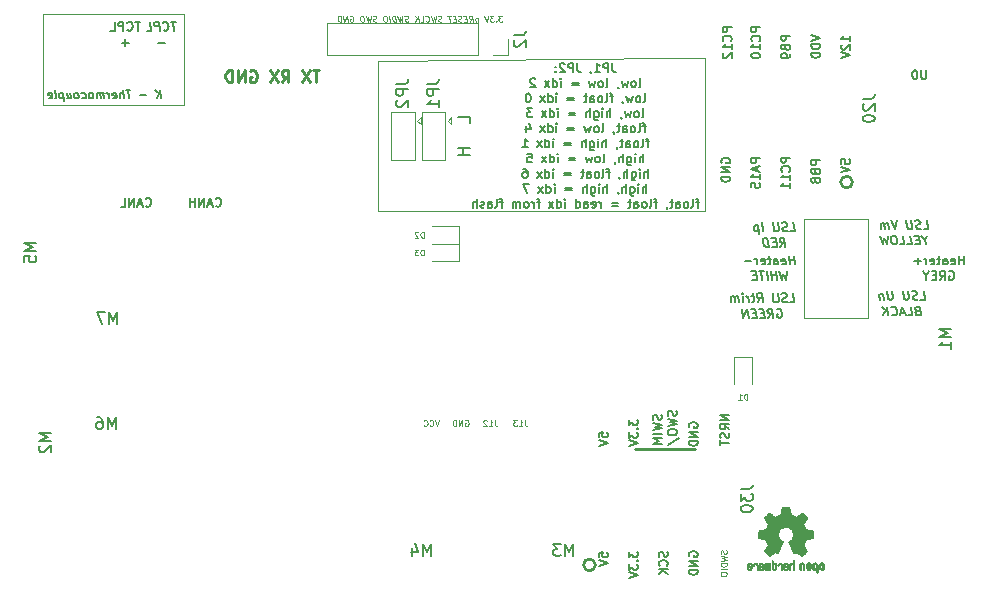
<source format=gbr>
G04 #@! TF.GenerationSoftware,KiCad,Pcbnew,5.1.5+dfsg1-2build2*
G04 #@! TF.CreationDate,2021-12-02T14:39:01+01:00*
G04 #@! TF.ProjectId,mre_addon_v2,6d72655f-6164-4646-9f6e-5f76322e6b69,V2.2*
G04 #@! TF.SameCoordinates,Original*
G04 #@! TF.FileFunction,Legend,Bot*
G04 #@! TF.FilePolarity,Positive*
%FSLAX46Y46*%
G04 Gerber Fmt 4.6, Leading zero omitted, Abs format (unit mm)*
G04 Created by KiCad (PCBNEW 5.1.5+dfsg1-2build2) date 2021-12-02 14:39:01*
%MOMM*%
%LPD*%
G04 APERTURE LIST*
%ADD10C,0.120000*%
%ADD11C,0.150000*%
%ADD12C,0.187500*%
%ADD13C,0.125000*%
%ADD14C,0.250000*%
%ADD15C,0.254000*%
%ADD16C,0.010000*%
%ADD17C,0.130000*%
%ADD18C,0.101600*%
%ADD19C,0.200000*%
G04 APERTURE END LIST*
D10*
X133604000Y-129794000D02*
X130810000Y-129794000D01*
X133604000Y-142748000D02*
X133604000Y-129794000D01*
X105918000Y-142748000D02*
X133604000Y-142748000D01*
X105918000Y-130048000D02*
X105918000Y-142748000D01*
X130810000Y-129794000D02*
X105918000Y-130048000D01*
D11*
X87540312Y-133216666D02*
X87452812Y-132516666D01*
X87140312Y-133216666D02*
X87390312Y-132816666D01*
X87052812Y-132516666D02*
X87502812Y-132916666D01*
X86273645Y-132950000D02*
X85740312Y-132950000D01*
X84919479Y-132516666D02*
X84519479Y-132516666D01*
X84806979Y-133216666D02*
X84719479Y-132516666D01*
X84373645Y-133216666D02*
X84286145Y-132516666D01*
X84073645Y-133216666D02*
X84027812Y-132850000D01*
X84052812Y-132783333D01*
X84115312Y-132750000D01*
X84215312Y-132750000D01*
X84286145Y-132783333D01*
X84323645Y-132816666D01*
X83469479Y-133183333D02*
X83540312Y-133216666D01*
X83673645Y-133216666D01*
X83736145Y-133183333D01*
X83761145Y-133116666D01*
X83727812Y-132850000D01*
X83686145Y-132783333D01*
X83615312Y-132750000D01*
X83481979Y-132750000D01*
X83419479Y-132783333D01*
X83394479Y-132850000D01*
X83402812Y-132916666D01*
X83744479Y-132983333D01*
X83140312Y-133216666D02*
X83081979Y-132750000D01*
X83098645Y-132883333D02*
X83056979Y-132816666D01*
X83019479Y-132783333D01*
X82948645Y-132750000D01*
X82881979Y-132750000D01*
X82706979Y-133216666D02*
X82648645Y-132750000D01*
X82656979Y-132816666D02*
X82619479Y-132783333D01*
X82548645Y-132750000D01*
X82448645Y-132750000D01*
X82386145Y-132783333D01*
X82361145Y-132850000D01*
X82406979Y-133216666D01*
X82361145Y-132850000D02*
X82319479Y-132783333D01*
X82248645Y-132750000D01*
X82148645Y-132750000D01*
X82086145Y-132783333D01*
X82061145Y-132850000D01*
X82106979Y-133216666D01*
X81673645Y-133216666D02*
X81736145Y-133183333D01*
X81765312Y-133150000D01*
X81790312Y-133083333D01*
X81765312Y-132883333D01*
X81723645Y-132816666D01*
X81686145Y-132783333D01*
X81615312Y-132750000D01*
X81515312Y-132750000D01*
X81452812Y-132783333D01*
X81423645Y-132816666D01*
X81398645Y-132883333D01*
X81423645Y-133083333D01*
X81465312Y-133150000D01*
X81502812Y-133183333D01*
X81573645Y-133216666D01*
X81673645Y-133216666D01*
X80836145Y-133183333D02*
X80906979Y-133216666D01*
X81040312Y-133216666D01*
X81102812Y-133183333D01*
X81131979Y-133150000D01*
X81156979Y-133083333D01*
X81131979Y-132883333D01*
X81090312Y-132816666D01*
X81052812Y-132783333D01*
X80981979Y-132750000D01*
X80848645Y-132750000D01*
X80786145Y-132783333D01*
X80440312Y-133216666D02*
X80502812Y-133183333D01*
X80531979Y-133150000D01*
X80556979Y-133083333D01*
X80531979Y-132883333D01*
X80490312Y-132816666D01*
X80452812Y-132783333D01*
X80381979Y-132750000D01*
X80281979Y-132750000D01*
X80219479Y-132783333D01*
X80190312Y-132816666D01*
X80165312Y-132883333D01*
X80190312Y-133083333D01*
X80231979Y-133150000D01*
X80269479Y-133183333D01*
X80340312Y-133216666D01*
X80440312Y-133216666D01*
X79548645Y-132750000D02*
X79606979Y-133216666D01*
X79848645Y-132750000D02*
X79894479Y-133116666D01*
X79869479Y-133183333D01*
X79806979Y-133216666D01*
X79706979Y-133216666D01*
X79636145Y-133183333D01*
X79598645Y-133150000D01*
X79215312Y-132750000D02*
X79302812Y-133450000D01*
X79219479Y-132783333D02*
X79148645Y-132750000D01*
X79015312Y-132750000D01*
X78952812Y-132783333D01*
X78923645Y-132816666D01*
X78898645Y-132883333D01*
X78923645Y-133083333D01*
X78965312Y-133150000D01*
X79002812Y-133183333D01*
X79073645Y-133216666D01*
X79206979Y-133216666D01*
X79269479Y-133183333D01*
X78540312Y-133216666D02*
X78602812Y-133183333D01*
X78627812Y-133116666D01*
X78552812Y-132516666D01*
X78002812Y-133183333D02*
X78073645Y-133216666D01*
X78206979Y-133216666D01*
X78269479Y-133183333D01*
X78294479Y-133116666D01*
X78261145Y-132850000D01*
X78219479Y-132783333D01*
X78148645Y-132750000D01*
X78015312Y-132750000D01*
X77952812Y-132783333D01*
X77927812Y-132850000D01*
X77936145Y-132916666D01*
X78277812Y-132983333D01*
X113652380Y-137414285D02*
X112652380Y-137414285D01*
X113128571Y-137414285D02*
X113128571Y-137985714D01*
X113652380Y-137985714D02*
X112652380Y-137985714D01*
X113652380Y-135309523D02*
X113652380Y-134833333D01*
X112652380Y-134833333D01*
D10*
X89500000Y-126100000D02*
X77500000Y-126100000D01*
X89500000Y-133800000D02*
X89500000Y-126100000D01*
X77500000Y-133800000D02*
X89500000Y-133800000D01*
X77500000Y-126100000D02*
X77500000Y-133800000D01*
D12*
X85767857Y-126733035D02*
X85339285Y-126733035D01*
X85553571Y-127483035D02*
X85553571Y-126733035D01*
X84660714Y-127411607D02*
X84696428Y-127447321D01*
X84803571Y-127483035D01*
X84875000Y-127483035D01*
X84982142Y-127447321D01*
X85053571Y-127375892D01*
X85089285Y-127304464D01*
X85125000Y-127161607D01*
X85125000Y-127054464D01*
X85089285Y-126911607D01*
X85053571Y-126840178D01*
X84982142Y-126768750D01*
X84875000Y-126733035D01*
X84803571Y-126733035D01*
X84696428Y-126768750D01*
X84660714Y-126804464D01*
X84339285Y-127483035D02*
X84339285Y-126733035D01*
X84053571Y-126733035D01*
X83982142Y-126768750D01*
X83946428Y-126804464D01*
X83910714Y-126875892D01*
X83910714Y-126983035D01*
X83946428Y-127054464D01*
X83982142Y-127090178D01*
X84053571Y-127125892D01*
X84339285Y-127125892D01*
X83232142Y-127483035D02*
X83589285Y-127483035D01*
X83589285Y-126733035D01*
X84785714Y-128509821D02*
X84214285Y-128509821D01*
X84500000Y-128795535D02*
X84500000Y-128224107D01*
X88755189Y-126733035D02*
X88326618Y-126733035D01*
X88634654Y-127483035D02*
X88540904Y-126733035D01*
X87732868Y-127411607D02*
X87773046Y-127447321D01*
X87884654Y-127483035D01*
X87956082Y-127483035D01*
X88058761Y-127447321D01*
X88121261Y-127375892D01*
X88148046Y-127304464D01*
X88165904Y-127161607D01*
X88152511Y-127054464D01*
X88098939Y-126911607D01*
X88054296Y-126840178D01*
X87973939Y-126768750D01*
X87862332Y-126733035D01*
X87790904Y-126733035D01*
X87688225Y-126768750D01*
X87656975Y-126804464D01*
X87420368Y-127483035D02*
X87326618Y-126733035D01*
X87040904Y-126733035D01*
X86973939Y-126768750D01*
X86942689Y-126804464D01*
X86915904Y-126875892D01*
X86929296Y-126983035D01*
X86973939Y-127054464D01*
X87014118Y-127090178D01*
X87090011Y-127125892D01*
X87375725Y-127125892D01*
X86313225Y-127483035D02*
X86670368Y-127483035D01*
X86576618Y-126733035D01*
X87831082Y-128509821D02*
X87259654Y-128509821D01*
D10*
X147400000Y-143400000D02*
X142000000Y-143400000D01*
X147400000Y-151800000D02*
X147400000Y-143400000D01*
X142000000Y-151800000D02*
X147400000Y-151800000D01*
X142000000Y-143400000D02*
X142000000Y-151800000D01*
D12*
X155507142Y-147283035D02*
X155507142Y-146533035D01*
X155507142Y-146890178D02*
X155078571Y-146890178D01*
X155078571Y-147283035D02*
X155078571Y-146533035D01*
X154435714Y-147247321D02*
X154507142Y-147283035D01*
X154650000Y-147283035D01*
X154721428Y-147247321D01*
X154757142Y-147175892D01*
X154757142Y-146890178D01*
X154721428Y-146818750D01*
X154650000Y-146783035D01*
X154507142Y-146783035D01*
X154435714Y-146818750D01*
X154400000Y-146890178D01*
X154400000Y-146961607D01*
X154757142Y-147033035D01*
X153757142Y-147283035D02*
X153757142Y-146890178D01*
X153792857Y-146818750D01*
X153864285Y-146783035D01*
X154007142Y-146783035D01*
X154078571Y-146818750D01*
X153757142Y-147247321D02*
X153828571Y-147283035D01*
X154007142Y-147283035D01*
X154078571Y-147247321D01*
X154114285Y-147175892D01*
X154114285Y-147104464D01*
X154078571Y-147033035D01*
X154007142Y-146997321D01*
X153828571Y-146997321D01*
X153757142Y-146961607D01*
X153507142Y-146783035D02*
X153221428Y-146783035D01*
X153400000Y-146533035D02*
X153400000Y-147175892D01*
X153364285Y-147247321D01*
X153292857Y-147283035D01*
X153221428Y-147283035D01*
X152685714Y-147247321D02*
X152757142Y-147283035D01*
X152900000Y-147283035D01*
X152971428Y-147247321D01*
X153007142Y-147175892D01*
X153007142Y-146890178D01*
X152971428Y-146818750D01*
X152900000Y-146783035D01*
X152757142Y-146783035D01*
X152685714Y-146818750D01*
X152650000Y-146890178D01*
X152650000Y-146961607D01*
X153007142Y-147033035D01*
X152328571Y-147283035D02*
X152328571Y-146783035D01*
X152328571Y-146925892D02*
X152292857Y-146854464D01*
X152257142Y-146818750D01*
X152185714Y-146783035D01*
X152114285Y-146783035D01*
X151864285Y-146997321D02*
X151292857Y-146997321D01*
X151578571Y-147283035D02*
X151578571Y-146711607D01*
X154239285Y-147881250D02*
X154310714Y-147845535D01*
X154417857Y-147845535D01*
X154525000Y-147881250D01*
X154596428Y-147952678D01*
X154632142Y-148024107D01*
X154667857Y-148166964D01*
X154667857Y-148274107D01*
X154632142Y-148416964D01*
X154596428Y-148488392D01*
X154525000Y-148559821D01*
X154417857Y-148595535D01*
X154346428Y-148595535D01*
X154239285Y-148559821D01*
X154203571Y-148524107D01*
X154203571Y-148274107D01*
X154346428Y-148274107D01*
X153453571Y-148595535D02*
X153703571Y-148238392D01*
X153882142Y-148595535D02*
X153882142Y-147845535D01*
X153596428Y-147845535D01*
X153525000Y-147881250D01*
X153489285Y-147916964D01*
X153453571Y-147988392D01*
X153453571Y-148095535D01*
X153489285Y-148166964D01*
X153525000Y-148202678D01*
X153596428Y-148238392D01*
X153882142Y-148238392D01*
X153132142Y-148202678D02*
X152882142Y-148202678D01*
X152775000Y-148595535D02*
X153132142Y-148595535D01*
X153132142Y-147845535D01*
X152775000Y-147845535D01*
X152310714Y-148238392D02*
X152310714Y-148595535D01*
X152560714Y-147845535D02*
X152310714Y-148238392D01*
X152060714Y-147845535D01*
X151816796Y-150283035D02*
X152173939Y-150283035D01*
X152080189Y-149533035D01*
X151598046Y-150247321D02*
X151495368Y-150283035D01*
X151316796Y-150283035D01*
X151240904Y-150247321D01*
X151200725Y-150211607D01*
X151156082Y-150140178D01*
X151147154Y-150068750D01*
X151173939Y-149997321D01*
X151205189Y-149961607D01*
X151272154Y-149925892D01*
X151410546Y-149890178D01*
X151477511Y-149854464D01*
X151508761Y-149818750D01*
X151535546Y-149747321D01*
X151526618Y-149675892D01*
X151481975Y-149604464D01*
X151441796Y-149568750D01*
X151365904Y-149533035D01*
X151187332Y-149533035D01*
X151084654Y-149568750D01*
X150758761Y-149533035D02*
X150834654Y-150140178D01*
X150807868Y-150211607D01*
X150776618Y-150247321D01*
X150709654Y-150283035D01*
X150566796Y-150283035D01*
X150490904Y-150247321D01*
X150450725Y-150211607D01*
X150406082Y-150140178D01*
X150330189Y-149533035D01*
X149401618Y-149533035D02*
X149477511Y-150140178D01*
X149450725Y-150211607D01*
X149419475Y-150247321D01*
X149352511Y-150283035D01*
X149209654Y-150283035D01*
X149133761Y-150247321D01*
X149093582Y-150211607D01*
X149048939Y-150140178D01*
X148973046Y-149533035D01*
X148647154Y-149783035D02*
X148709654Y-150283035D01*
X148656082Y-149854464D02*
X148615904Y-149818750D01*
X148540011Y-149783035D01*
X148432868Y-149783035D01*
X148365904Y-149818750D01*
X148339118Y-149890178D01*
X148388225Y-150283035D01*
X151553404Y-151202678D02*
X151450725Y-151238392D01*
X151419475Y-151274107D01*
X151392689Y-151345535D01*
X151406082Y-151452678D01*
X151450725Y-151524107D01*
X151490904Y-151559821D01*
X151566796Y-151595535D01*
X151852511Y-151595535D01*
X151758761Y-150845535D01*
X151508761Y-150845535D01*
X151441796Y-150881250D01*
X151410546Y-150916964D01*
X151383761Y-150988392D01*
X151392689Y-151059821D01*
X151437332Y-151131250D01*
X151477511Y-151166964D01*
X151553404Y-151202678D01*
X151803404Y-151202678D01*
X150745368Y-151595535D02*
X151102511Y-151595535D01*
X151008761Y-150845535D01*
X150504296Y-151381250D02*
X150147154Y-151381250D01*
X150602511Y-151595535D02*
X150258761Y-150845535D01*
X150102511Y-151595535D01*
X149415011Y-151524107D02*
X149455189Y-151559821D01*
X149566796Y-151595535D01*
X149638225Y-151595535D01*
X149740904Y-151559821D01*
X149803404Y-151488392D01*
X149830189Y-151416964D01*
X149848046Y-151274107D01*
X149834654Y-151166964D01*
X149781082Y-151024107D01*
X149736439Y-150952678D01*
X149656082Y-150881250D01*
X149544475Y-150845535D01*
X149473046Y-150845535D01*
X149370368Y-150881250D01*
X149339118Y-150916964D01*
X149102511Y-151595535D02*
X149008761Y-150845535D01*
X148673939Y-151595535D02*
X148941796Y-151166964D01*
X148580189Y-150845535D02*
X149062332Y-151274107D01*
X152106082Y-144283035D02*
X152463225Y-144283035D01*
X152369475Y-143533035D01*
X151887332Y-144247321D02*
X151784654Y-144283035D01*
X151606082Y-144283035D01*
X151530189Y-144247321D01*
X151490011Y-144211607D01*
X151445368Y-144140178D01*
X151436439Y-144068750D01*
X151463225Y-143997321D01*
X151494475Y-143961607D01*
X151561439Y-143925892D01*
X151699832Y-143890178D01*
X151766796Y-143854464D01*
X151798046Y-143818750D01*
X151824832Y-143747321D01*
X151815904Y-143675892D01*
X151771261Y-143604464D01*
X151731082Y-143568750D01*
X151655189Y-143533035D01*
X151476618Y-143533035D01*
X151373939Y-143568750D01*
X151048046Y-143533035D02*
X151123939Y-144140178D01*
X151097154Y-144211607D01*
X151065904Y-144247321D01*
X150998939Y-144283035D01*
X150856082Y-144283035D01*
X150780189Y-144247321D01*
X150740011Y-144211607D01*
X150695368Y-144140178D01*
X150619475Y-143533035D01*
X149798046Y-143533035D02*
X149641796Y-144283035D01*
X149298046Y-143533035D01*
X149141796Y-144283035D02*
X149079296Y-143783035D01*
X149088225Y-143854464D02*
X149048046Y-143818750D01*
X148972154Y-143783035D01*
X148865011Y-143783035D01*
X148798046Y-143818750D01*
X148771261Y-143890178D01*
X148820368Y-144283035D01*
X148771261Y-143890178D02*
X148726618Y-143818750D01*
X148650725Y-143783035D01*
X148543582Y-143783035D01*
X148476618Y-143818750D01*
X148449832Y-143890178D01*
X148498939Y-144283035D01*
X152204296Y-145238392D02*
X152248939Y-145595535D01*
X152405189Y-144845535D02*
X152204296Y-145238392D01*
X151905189Y-144845535D01*
X151699832Y-145202678D02*
X151449832Y-145202678D01*
X151391796Y-145595535D02*
X151748939Y-145595535D01*
X151655189Y-144845535D01*
X151298046Y-144845535D01*
X150713225Y-145595535D02*
X151070368Y-145595535D01*
X150976618Y-144845535D01*
X150106082Y-145595535D02*
X150463225Y-145595535D01*
X150369475Y-144845535D01*
X149619475Y-144845535D02*
X149476618Y-144845535D01*
X149409654Y-144881250D01*
X149347154Y-144952678D01*
X149329296Y-145095535D01*
X149360546Y-145345535D01*
X149414118Y-145488392D01*
X149494475Y-145559821D01*
X149570368Y-145595535D01*
X149713225Y-145595535D01*
X149780189Y-145559821D01*
X149842689Y-145488392D01*
X149860546Y-145345535D01*
X149829296Y-145095535D01*
X149775725Y-144952678D01*
X149695368Y-144881250D01*
X149619475Y-144845535D01*
X149048046Y-144845535D02*
X148963225Y-145595535D01*
X148753404Y-145059821D01*
X148677511Y-145595535D01*
X148405189Y-144845535D01*
X140802511Y-144483035D02*
X141159654Y-144483035D01*
X141065904Y-143733035D01*
X140583761Y-144447321D02*
X140481082Y-144483035D01*
X140302511Y-144483035D01*
X140226618Y-144447321D01*
X140186439Y-144411607D01*
X140141796Y-144340178D01*
X140132868Y-144268750D01*
X140159654Y-144197321D01*
X140190904Y-144161607D01*
X140257868Y-144125892D01*
X140396261Y-144090178D01*
X140463225Y-144054464D01*
X140494475Y-144018750D01*
X140521261Y-143947321D01*
X140512332Y-143875892D01*
X140467689Y-143804464D01*
X140427511Y-143768750D01*
X140351618Y-143733035D01*
X140173046Y-143733035D01*
X140070368Y-143768750D01*
X139744475Y-143733035D02*
X139820368Y-144340178D01*
X139793582Y-144411607D01*
X139762332Y-144447321D01*
X139695368Y-144483035D01*
X139552511Y-144483035D01*
X139476618Y-144447321D01*
X139436439Y-144411607D01*
X139391796Y-144340178D01*
X139315904Y-143733035D01*
X138481082Y-144483035D02*
X138387332Y-143733035D01*
X138061439Y-143983035D02*
X138155189Y-144733035D01*
X138065904Y-144018750D02*
X137990011Y-143983035D01*
X137847154Y-143983035D01*
X137780189Y-144018750D01*
X137748939Y-144054464D01*
X137722154Y-144125892D01*
X137748939Y-144340178D01*
X137793582Y-144411607D01*
X137833761Y-144447321D01*
X137909654Y-144483035D01*
X138052511Y-144483035D01*
X138119475Y-144447321D01*
X139963225Y-145795535D02*
X140168582Y-145438392D01*
X140391796Y-145795535D02*
X140298046Y-145045535D01*
X140012332Y-145045535D01*
X139945368Y-145081250D01*
X139914118Y-145116964D01*
X139887332Y-145188392D01*
X139900725Y-145295535D01*
X139945368Y-145366964D01*
X139985546Y-145402678D01*
X140061439Y-145438392D01*
X140347154Y-145438392D01*
X139592689Y-145402678D02*
X139342689Y-145402678D01*
X139284654Y-145795535D02*
X139641796Y-145795535D01*
X139548046Y-145045535D01*
X139190904Y-145045535D01*
X138963225Y-145795535D02*
X138869475Y-145045535D01*
X138690904Y-145045535D01*
X138588225Y-145081250D01*
X138525725Y-145152678D01*
X138498939Y-145224107D01*
X138481082Y-145366964D01*
X138494475Y-145474107D01*
X138548046Y-145616964D01*
X138592689Y-145688392D01*
X138673046Y-145759821D01*
X138784654Y-145795535D01*
X138963225Y-145795535D01*
X141188225Y-147283035D02*
X141094475Y-146533035D01*
X141139118Y-146890178D02*
X140710546Y-146890178D01*
X140759654Y-147283035D02*
X140665904Y-146533035D01*
X140112332Y-147247321D02*
X140188225Y-147283035D01*
X140331082Y-147283035D01*
X140398046Y-147247321D01*
X140424832Y-147175892D01*
X140389118Y-146890178D01*
X140344475Y-146818750D01*
X140268582Y-146783035D01*
X140125725Y-146783035D01*
X140058761Y-146818750D01*
X140031975Y-146890178D01*
X140040904Y-146961607D01*
X140406975Y-147033035D01*
X139438225Y-147283035D02*
X139389118Y-146890178D01*
X139415904Y-146818750D01*
X139482868Y-146783035D01*
X139625725Y-146783035D01*
X139701618Y-146818750D01*
X139433761Y-147247321D02*
X139509654Y-147283035D01*
X139688225Y-147283035D01*
X139755189Y-147247321D01*
X139781975Y-147175892D01*
X139773046Y-147104464D01*
X139728404Y-147033035D01*
X139652511Y-146997321D01*
X139473939Y-146997321D01*
X139398046Y-146961607D01*
X139125725Y-146783035D02*
X138840011Y-146783035D01*
X138987332Y-146533035D02*
X139067689Y-147175892D01*
X139040904Y-147247321D01*
X138973939Y-147283035D01*
X138902511Y-147283035D01*
X138362332Y-147247321D02*
X138438225Y-147283035D01*
X138581082Y-147283035D01*
X138648046Y-147247321D01*
X138674832Y-147175892D01*
X138639118Y-146890178D01*
X138594475Y-146818750D01*
X138518582Y-146783035D01*
X138375725Y-146783035D01*
X138308761Y-146818750D01*
X138281975Y-146890178D01*
X138290904Y-146961607D01*
X138656975Y-147033035D01*
X138009654Y-147283035D02*
X137947154Y-146783035D01*
X137965011Y-146925892D02*
X137920368Y-146854464D01*
X137880189Y-146818750D01*
X137804296Y-146783035D01*
X137732868Y-146783035D01*
X137509654Y-146997321D02*
X136938225Y-146997321D01*
X140505189Y-147845535D02*
X140420368Y-148595535D01*
X140210546Y-148059821D01*
X140134654Y-148595535D01*
X139862332Y-147845535D01*
X139670368Y-148595535D02*
X139576618Y-147845535D01*
X139621261Y-148202678D02*
X139192689Y-148202678D01*
X139241796Y-148595535D02*
X139148046Y-147845535D01*
X138884654Y-148595535D02*
X138790904Y-147845535D01*
X138540904Y-147845535D02*
X138112332Y-147845535D01*
X138420368Y-148595535D02*
X138326618Y-147845535D01*
X137906975Y-148202678D02*
X137656975Y-148202678D01*
X137598939Y-148595535D02*
X137956082Y-148595535D01*
X137862332Y-147845535D01*
X137505189Y-147845535D01*
X140784654Y-150483035D02*
X141141796Y-150483035D01*
X141048046Y-149733035D01*
X140565904Y-150447321D02*
X140463225Y-150483035D01*
X140284654Y-150483035D01*
X140208761Y-150447321D01*
X140168582Y-150411607D01*
X140123939Y-150340178D01*
X140115011Y-150268750D01*
X140141796Y-150197321D01*
X140173046Y-150161607D01*
X140240011Y-150125892D01*
X140378404Y-150090178D01*
X140445368Y-150054464D01*
X140476618Y-150018750D01*
X140503404Y-149947321D01*
X140494475Y-149875892D01*
X140449832Y-149804464D01*
X140409654Y-149768750D01*
X140333761Y-149733035D01*
X140155189Y-149733035D01*
X140052511Y-149768750D01*
X139726618Y-149733035D02*
X139802511Y-150340178D01*
X139775725Y-150411607D01*
X139744475Y-150447321D01*
X139677511Y-150483035D01*
X139534654Y-150483035D01*
X139458761Y-150447321D01*
X139418582Y-150411607D01*
X139373939Y-150340178D01*
X139298046Y-149733035D01*
X138034654Y-150483035D02*
X138240011Y-150125892D01*
X138463225Y-150483035D02*
X138369475Y-149733035D01*
X138083761Y-149733035D01*
X138016796Y-149768750D01*
X137985546Y-149804464D01*
X137958761Y-149875892D01*
X137972154Y-149983035D01*
X138016796Y-150054464D01*
X138056975Y-150090178D01*
X138132868Y-150125892D01*
X138418582Y-150125892D01*
X137757868Y-149983035D02*
X137472154Y-149983035D01*
X137619475Y-149733035D02*
X137699832Y-150375892D01*
X137673046Y-150447321D01*
X137606082Y-150483035D01*
X137534654Y-150483035D01*
X137284654Y-150483035D02*
X137222154Y-149983035D01*
X137240011Y-150125892D02*
X137195368Y-150054464D01*
X137155189Y-150018750D01*
X137079296Y-149983035D01*
X137007868Y-149983035D01*
X136820368Y-150483035D02*
X136757868Y-149983035D01*
X136726618Y-149733035D02*
X136766796Y-149768750D01*
X136735546Y-149804464D01*
X136695368Y-149768750D01*
X136726618Y-149733035D01*
X136735546Y-149804464D01*
X136463225Y-150483035D02*
X136400725Y-149983035D01*
X136409654Y-150054464D02*
X136369475Y-150018750D01*
X136293582Y-149983035D01*
X136186439Y-149983035D01*
X136119475Y-150018750D01*
X136092689Y-150090178D01*
X136141796Y-150483035D01*
X136092689Y-150090178D02*
X136048046Y-150018750D01*
X135972154Y-149983035D01*
X135865011Y-149983035D01*
X135798046Y-150018750D01*
X135771261Y-150090178D01*
X135820368Y-150483035D01*
X139641796Y-151081250D02*
X139708761Y-151045535D01*
X139815904Y-151045535D01*
X139927511Y-151081250D01*
X140007868Y-151152678D01*
X140052511Y-151224107D01*
X140106082Y-151366964D01*
X140119475Y-151474107D01*
X140101618Y-151616964D01*
X140074832Y-151688392D01*
X140012332Y-151759821D01*
X139909654Y-151795535D01*
X139838225Y-151795535D01*
X139726618Y-151759821D01*
X139686439Y-151724107D01*
X139655189Y-151474107D01*
X139798046Y-151474107D01*
X138945368Y-151795535D02*
X139150725Y-151438392D01*
X139373939Y-151795535D02*
X139280189Y-151045535D01*
X138994475Y-151045535D01*
X138927511Y-151081250D01*
X138896261Y-151116964D01*
X138869475Y-151188392D01*
X138882868Y-151295535D01*
X138927511Y-151366964D01*
X138967689Y-151402678D01*
X139043582Y-151438392D01*
X139329296Y-151438392D01*
X138574832Y-151402678D02*
X138324832Y-151402678D01*
X138266796Y-151795535D02*
X138623939Y-151795535D01*
X138530189Y-151045535D01*
X138173046Y-151045535D01*
X137896261Y-151402678D02*
X137646261Y-151402678D01*
X137588225Y-151795535D02*
X137945368Y-151795535D01*
X137851618Y-151045535D01*
X137494475Y-151045535D01*
X137266796Y-151795535D02*
X137173046Y-151045535D01*
X136838225Y-151795535D01*
X136744475Y-151045535D01*
D11*
X125729714Y-130249785D02*
X125729714Y-130785500D01*
X125765428Y-130892642D01*
X125836857Y-130964071D01*
X125944000Y-130999785D01*
X126015428Y-130999785D01*
X125372571Y-130999785D02*
X125372571Y-130249785D01*
X125086857Y-130249785D01*
X125015428Y-130285500D01*
X124979714Y-130321214D01*
X124944000Y-130392642D01*
X124944000Y-130499785D01*
X124979714Y-130571214D01*
X125015428Y-130606928D01*
X125086857Y-130642642D01*
X125372571Y-130642642D01*
X124229714Y-130999785D02*
X124658285Y-130999785D01*
X124444000Y-130999785D02*
X124444000Y-130249785D01*
X124515428Y-130356928D01*
X124586857Y-130428357D01*
X124658285Y-130464071D01*
X123872571Y-130964071D02*
X123872571Y-130999785D01*
X123908285Y-131071214D01*
X123944000Y-131106928D01*
X122765428Y-130249785D02*
X122765428Y-130785500D01*
X122801142Y-130892642D01*
X122872571Y-130964071D01*
X122979714Y-130999785D01*
X123051142Y-130999785D01*
X122408285Y-130999785D02*
X122408285Y-130249785D01*
X122122571Y-130249785D01*
X122051142Y-130285500D01*
X122015428Y-130321214D01*
X121979714Y-130392642D01*
X121979714Y-130499785D01*
X122015428Y-130571214D01*
X122051142Y-130606928D01*
X122122571Y-130642642D01*
X122408285Y-130642642D01*
X121694000Y-130321214D02*
X121658285Y-130285500D01*
X121586857Y-130249785D01*
X121408285Y-130249785D01*
X121336857Y-130285500D01*
X121301142Y-130321214D01*
X121265428Y-130392642D01*
X121265428Y-130464071D01*
X121301142Y-130571214D01*
X121729714Y-130999785D01*
X121265428Y-130999785D01*
X120944000Y-130928357D02*
X120908285Y-130964071D01*
X120944000Y-130999785D01*
X120979714Y-130964071D01*
X120944000Y-130928357D01*
X120944000Y-130999785D01*
X120944000Y-130535500D02*
X120908285Y-130571214D01*
X120944000Y-130606928D01*
X120979714Y-130571214D01*
X120944000Y-130535500D01*
X120944000Y-130606928D01*
X127979714Y-132274785D02*
X128051142Y-132239071D01*
X128086857Y-132167642D01*
X128086857Y-131524785D01*
X127586857Y-132274785D02*
X127658285Y-132239071D01*
X127694000Y-132203357D01*
X127729714Y-132131928D01*
X127729714Y-131917642D01*
X127694000Y-131846214D01*
X127658285Y-131810500D01*
X127586857Y-131774785D01*
X127479714Y-131774785D01*
X127408285Y-131810500D01*
X127372571Y-131846214D01*
X127336857Y-131917642D01*
X127336857Y-132131928D01*
X127372571Y-132203357D01*
X127408285Y-132239071D01*
X127479714Y-132274785D01*
X127586857Y-132274785D01*
X127086857Y-131774785D02*
X126944000Y-132274785D01*
X126801142Y-131917642D01*
X126658285Y-132274785D01*
X126515428Y-131774785D01*
X126194000Y-132239071D02*
X126194000Y-132274785D01*
X126229714Y-132346214D01*
X126265428Y-132381928D01*
X125194000Y-132274785D02*
X125265428Y-132239071D01*
X125301142Y-132167642D01*
X125301142Y-131524785D01*
X124801142Y-132274785D02*
X124872571Y-132239071D01*
X124908285Y-132203357D01*
X124944000Y-132131928D01*
X124944000Y-131917642D01*
X124908285Y-131846214D01*
X124872571Y-131810500D01*
X124801142Y-131774785D01*
X124694000Y-131774785D01*
X124622571Y-131810500D01*
X124586857Y-131846214D01*
X124551142Y-131917642D01*
X124551142Y-132131928D01*
X124586857Y-132203357D01*
X124622571Y-132239071D01*
X124694000Y-132274785D01*
X124801142Y-132274785D01*
X124301142Y-131774785D02*
X124158285Y-132274785D01*
X124015428Y-131917642D01*
X123872571Y-132274785D01*
X123729714Y-131774785D01*
X122872571Y-131881928D02*
X122301142Y-131881928D01*
X122301142Y-132096214D02*
X122872571Y-132096214D01*
X121372571Y-132274785D02*
X121372571Y-131774785D01*
X121372571Y-131524785D02*
X121408285Y-131560500D01*
X121372571Y-131596214D01*
X121336857Y-131560500D01*
X121372571Y-131524785D01*
X121372571Y-131596214D01*
X120694000Y-132274785D02*
X120694000Y-131524785D01*
X120694000Y-132239071D02*
X120765428Y-132274785D01*
X120908285Y-132274785D01*
X120979714Y-132239071D01*
X121015428Y-132203357D01*
X121051142Y-132131928D01*
X121051142Y-131917642D01*
X121015428Y-131846214D01*
X120979714Y-131810500D01*
X120908285Y-131774785D01*
X120765428Y-131774785D01*
X120694000Y-131810500D01*
X120408285Y-132274785D02*
X120015428Y-131774785D01*
X120408285Y-131774785D02*
X120015428Y-132274785D01*
X119194000Y-131596214D02*
X119158285Y-131560500D01*
X119086857Y-131524785D01*
X118908285Y-131524785D01*
X118836857Y-131560500D01*
X118801142Y-131596214D01*
X118765428Y-131667642D01*
X118765428Y-131739071D01*
X118801142Y-131846214D01*
X119229714Y-132274785D01*
X118765428Y-132274785D01*
X128354714Y-133549785D02*
X128426142Y-133514071D01*
X128461857Y-133442642D01*
X128461857Y-132799785D01*
X127961857Y-133549785D02*
X128033285Y-133514071D01*
X128069000Y-133478357D01*
X128104714Y-133406928D01*
X128104714Y-133192642D01*
X128069000Y-133121214D01*
X128033285Y-133085500D01*
X127961857Y-133049785D01*
X127854714Y-133049785D01*
X127783285Y-133085500D01*
X127747571Y-133121214D01*
X127711857Y-133192642D01*
X127711857Y-133406928D01*
X127747571Y-133478357D01*
X127783285Y-133514071D01*
X127854714Y-133549785D01*
X127961857Y-133549785D01*
X127461857Y-133049785D02*
X127319000Y-133549785D01*
X127176142Y-133192642D01*
X127033285Y-133549785D01*
X126890428Y-133049785D01*
X126569000Y-133514071D02*
X126569000Y-133549785D01*
X126604714Y-133621214D01*
X126640428Y-133656928D01*
X125783285Y-133049785D02*
X125497571Y-133049785D01*
X125676142Y-133549785D02*
X125676142Y-132906928D01*
X125640428Y-132835500D01*
X125569000Y-132799785D01*
X125497571Y-132799785D01*
X125140428Y-133549785D02*
X125211857Y-133514071D01*
X125247571Y-133442642D01*
X125247571Y-132799785D01*
X124747571Y-133549785D02*
X124819000Y-133514071D01*
X124854714Y-133478357D01*
X124890428Y-133406928D01*
X124890428Y-133192642D01*
X124854714Y-133121214D01*
X124819000Y-133085500D01*
X124747571Y-133049785D01*
X124640428Y-133049785D01*
X124569000Y-133085500D01*
X124533285Y-133121214D01*
X124497571Y-133192642D01*
X124497571Y-133406928D01*
X124533285Y-133478357D01*
X124569000Y-133514071D01*
X124640428Y-133549785D01*
X124747571Y-133549785D01*
X123854714Y-133549785D02*
X123854714Y-133156928D01*
X123890428Y-133085500D01*
X123961857Y-133049785D01*
X124104714Y-133049785D01*
X124176142Y-133085500D01*
X123854714Y-133514071D02*
X123926142Y-133549785D01*
X124104714Y-133549785D01*
X124176142Y-133514071D01*
X124211857Y-133442642D01*
X124211857Y-133371214D01*
X124176142Y-133299785D01*
X124104714Y-133264071D01*
X123926142Y-133264071D01*
X123854714Y-133228357D01*
X123604714Y-133049785D02*
X123319000Y-133049785D01*
X123497571Y-132799785D02*
X123497571Y-133442642D01*
X123461857Y-133514071D01*
X123390428Y-133549785D01*
X123319000Y-133549785D01*
X122497571Y-133156928D02*
X121926142Y-133156928D01*
X121926142Y-133371214D02*
X122497571Y-133371214D01*
X120997571Y-133549785D02*
X120997571Y-133049785D01*
X120997571Y-132799785D02*
X121033285Y-132835500D01*
X120997571Y-132871214D01*
X120961857Y-132835500D01*
X120997571Y-132799785D01*
X120997571Y-132871214D01*
X120319000Y-133549785D02*
X120319000Y-132799785D01*
X120319000Y-133514071D02*
X120390428Y-133549785D01*
X120533285Y-133549785D01*
X120604714Y-133514071D01*
X120640428Y-133478357D01*
X120676142Y-133406928D01*
X120676142Y-133192642D01*
X120640428Y-133121214D01*
X120604714Y-133085500D01*
X120533285Y-133049785D01*
X120390428Y-133049785D01*
X120319000Y-133085500D01*
X120033285Y-133549785D02*
X119640428Y-133049785D01*
X120033285Y-133049785D02*
X119640428Y-133549785D01*
X118640428Y-132799785D02*
X118569000Y-132799785D01*
X118497571Y-132835500D01*
X118461857Y-132871214D01*
X118426142Y-132942642D01*
X118390428Y-133085500D01*
X118390428Y-133264071D01*
X118426142Y-133406928D01*
X118461857Y-133478357D01*
X118497571Y-133514071D01*
X118569000Y-133549785D01*
X118640428Y-133549785D01*
X118711857Y-133514071D01*
X118747571Y-133478357D01*
X118783285Y-133406928D01*
X118819000Y-133264071D01*
X118819000Y-133085500D01*
X118783285Y-132942642D01*
X118747571Y-132871214D01*
X118711857Y-132835500D01*
X118640428Y-132799785D01*
X128247571Y-134824785D02*
X128319000Y-134789071D01*
X128354714Y-134717642D01*
X128354714Y-134074785D01*
X127854714Y-134824785D02*
X127926142Y-134789071D01*
X127961857Y-134753357D01*
X127997571Y-134681928D01*
X127997571Y-134467642D01*
X127961857Y-134396214D01*
X127926142Y-134360500D01*
X127854714Y-134324785D01*
X127747571Y-134324785D01*
X127676142Y-134360500D01*
X127640428Y-134396214D01*
X127604714Y-134467642D01*
X127604714Y-134681928D01*
X127640428Y-134753357D01*
X127676142Y-134789071D01*
X127747571Y-134824785D01*
X127854714Y-134824785D01*
X127354714Y-134324785D02*
X127211857Y-134824785D01*
X127069000Y-134467642D01*
X126926142Y-134824785D01*
X126783285Y-134324785D01*
X126461857Y-134789071D02*
X126461857Y-134824785D01*
X126497571Y-134896214D01*
X126533285Y-134931928D01*
X125569000Y-134824785D02*
X125569000Y-134074785D01*
X125247571Y-134824785D02*
X125247571Y-134431928D01*
X125283285Y-134360500D01*
X125354714Y-134324785D01*
X125461857Y-134324785D01*
X125533285Y-134360500D01*
X125569000Y-134396214D01*
X124890428Y-134824785D02*
X124890428Y-134324785D01*
X124890428Y-134074785D02*
X124926142Y-134110500D01*
X124890428Y-134146214D01*
X124854714Y-134110500D01*
X124890428Y-134074785D01*
X124890428Y-134146214D01*
X124211857Y-134324785D02*
X124211857Y-134931928D01*
X124247571Y-135003357D01*
X124283285Y-135039071D01*
X124354714Y-135074785D01*
X124461857Y-135074785D01*
X124533285Y-135039071D01*
X124211857Y-134789071D02*
X124283285Y-134824785D01*
X124426142Y-134824785D01*
X124497571Y-134789071D01*
X124533285Y-134753357D01*
X124569000Y-134681928D01*
X124569000Y-134467642D01*
X124533285Y-134396214D01*
X124497571Y-134360500D01*
X124426142Y-134324785D01*
X124283285Y-134324785D01*
X124211857Y-134360500D01*
X123854714Y-134824785D02*
X123854714Y-134074785D01*
X123533285Y-134824785D02*
X123533285Y-134431928D01*
X123569000Y-134360500D01*
X123640428Y-134324785D01*
X123747571Y-134324785D01*
X123819000Y-134360500D01*
X123854714Y-134396214D01*
X122604714Y-134431928D02*
X122033285Y-134431928D01*
X122033285Y-134646214D02*
X122604714Y-134646214D01*
X121104714Y-134824785D02*
X121104714Y-134324785D01*
X121104714Y-134074785D02*
X121140428Y-134110500D01*
X121104714Y-134146214D01*
X121069000Y-134110500D01*
X121104714Y-134074785D01*
X121104714Y-134146214D01*
X120426142Y-134824785D02*
X120426142Y-134074785D01*
X120426142Y-134789071D02*
X120497571Y-134824785D01*
X120640428Y-134824785D01*
X120711857Y-134789071D01*
X120747571Y-134753357D01*
X120783285Y-134681928D01*
X120783285Y-134467642D01*
X120747571Y-134396214D01*
X120711857Y-134360500D01*
X120640428Y-134324785D01*
X120497571Y-134324785D01*
X120426142Y-134360500D01*
X120140428Y-134824785D02*
X119747571Y-134324785D01*
X120140428Y-134324785D02*
X119747571Y-134824785D01*
X118961857Y-134074785D02*
X118497571Y-134074785D01*
X118747571Y-134360500D01*
X118640428Y-134360500D01*
X118569000Y-134396214D01*
X118533285Y-134431928D01*
X118497571Y-134503357D01*
X118497571Y-134681928D01*
X118533285Y-134753357D01*
X118569000Y-134789071D01*
X118640428Y-134824785D01*
X118854714Y-134824785D01*
X118926142Y-134789071D01*
X118961857Y-134753357D01*
X128569000Y-135599785D02*
X128283285Y-135599785D01*
X128461857Y-136099785D02*
X128461857Y-135456928D01*
X128426142Y-135385500D01*
X128354714Y-135349785D01*
X128283285Y-135349785D01*
X127926142Y-136099785D02*
X127997571Y-136064071D01*
X128033285Y-135992642D01*
X128033285Y-135349785D01*
X127533285Y-136099785D02*
X127604714Y-136064071D01*
X127640428Y-136028357D01*
X127676142Y-135956928D01*
X127676142Y-135742642D01*
X127640428Y-135671214D01*
X127604714Y-135635500D01*
X127533285Y-135599785D01*
X127426142Y-135599785D01*
X127354714Y-135635500D01*
X127319000Y-135671214D01*
X127283285Y-135742642D01*
X127283285Y-135956928D01*
X127319000Y-136028357D01*
X127354714Y-136064071D01*
X127426142Y-136099785D01*
X127533285Y-136099785D01*
X126640428Y-136099785D02*
X126640428Y-135706928D01*
X126676142Y-135635500D01*
X126747571Y-135599785D01*
X126890428Y-135599785D01*
X126961857Y-135635500D01*
X126640428Y-136064071D02*
X126711857Y-136099785D01*
X126890428Y-136099785D01*
X126961857Y-136064071D01*
X126997571Y-135992642D01*
X126997571Y-135921214D01*
X126961857Y-135849785D01*
X126890428Y-135814071D01*
X126711857Y-135814071D01*
X126640428Y-135778357D01*
X126390428Y-135599785D02*
X126104714Y-135599785D01*
X126283285Y-135349785D02*
X126283285Y-135992642D01*
X126247571Y-136064071D01*
X126176142Y-136099785D01*
X126104714Y-136099785D01*
X125819000Y-136064071D02*
X125819000Y-136099785D01*
X125854714Y-136171214D01*
X125890428Y-136206928D01*
X124819000Y-136099785D02*
X124890428Y-136064071D01*
X124926142Y-135992642D01*
X124926142Y-135349785D01*
X124426142Y-136099785D02*
X124497571Y-136064071D01*
X124533285Y-136028357D01*
X124569000Y-135956928D01*
X124569000Y-135742642D01*
X124533285Y-135671214D01*
X124497571Y-135635500D01*
X124426142Y-135599785D01*
X124319000Y-135599785D01*
X124247571Y-135635500D01*
X124211857Y-135671214D01*
X124176142Y-135742642D01*
X124176142Y-135956928D01*
X124211857Y-136028357D01*
X124247571Y-136064071D01*
X124319000Y-136099785D01*
X124426142Y-136099785D01*
X123926142Y-135599785D02*
X123783285Y-136099785D01*
X123640428Y-135742642D01*
X123497571Y-136099785D01*
X123354714Y-135599785D01*
X122497571Y-135706928D02*
X121926142Y-135706928D01*
X121926142Y-135921214D02*
X122497571Y-135921214D01*
X120997571Y-136099785D02*
X120997571Y-135599785D01*
X120997571Y-135349785D02*
X121033285Y-135385500D01*
X120997571Y-135421214D01*
X120961857Y-135385500D01*
X120997571Y-135349785D01*
X120997571Y-135421214D01*
X120319000Y-136099785D02*
X120319000Y-135349785D01*
X120319000Y-136064071D02*
X120390428Y-136099785D01*
X120533285Y-136099785D01*
X120604714Y-136064071D01*
X120640428Y-136028357D01*
X120676142Y-135956928D01*
X120676142Y-135742642D01*
X120640428Y-135671214D01*
X120604714Y-135635500D01*
X120533285Y-135599785D01*
X120390428Y-135599785D01*
X120319000Y-135635500D01*
X120033285Y-136099785D02*
X119640428Y-135599785D01*
X120033285Y-135599785D02*
X119640428Y-136099785D01*
X118461857Y-135599785D02*
X118461857Y-136099785D01*
X118640428Y-135314071D02*
X118819000Y-135849785D01*
X118354714Y-135849785D01*
X128836857Y-136874785D02*
X128551142Y-136874785D01*
X128729714Y-137374785D02*
X128729714Y-136731928D01*
X128694000Y-136660500D01*
X128622571Y-136624785D01*
X128551142Y-136624785D01*
X128194000Y-137374785D02*
X128265428Y-137339071D01*
X128301142Y-137267642D01*
X128301142Y-136624785D01*
X127801142Y-137374785D02*
X127872571Y-137339071D01*
X127908285Y-137303357D01*
X127944000Y-137231928D01*
X127944000Y-137017642D01*
X127908285Y-136946214D01*
X127872571Y-136910500D01*
X127801142Y-136874785D01*
X127694000Y-136874785D01*
X127622571Y-136910500D01*
X127586857Y-136946214D01*
X127551142Y-137017642D01*
X127551142Y-137231928D01*
X127586857Y-137303357D01*
X127622571Y-137339071D01*
X127694000Y-137374785D01*
X127801142Y-137374785D01*
X126908285Y-137374785D02*
X126908285Y-136981928D01*
X126944000Y-136910500D01*
X127015428Y-136874785D01*
X127158285Y-136874785D01*
X127229714Y-136910500D01*
X126908285Y-137339071D02*
X126979714Y-137374785D01*
X127158285Y-137374785D01*
X127229714Y-137339071D01*
X127265428Y-137267642D01*
X127265428Y-137196214D01*
X127229714Y-137124785D01*
X127158285Y-137089071D01*
X126979714Y-137089071D01*
X126908285Y-137053357D01*
X126658285Y-136874785D02*
X126372571Y-136874785D01*
X126551142Y-136624785D02*
X126551142Y-137267642D01*
X126515428Y-137339071D01*
X126444000Y-137374785D01*
X126372571Y-137374785D01*
X126086857Y-137339071D02*
X126086857Y-137374785D01*
X126122571Y-137446214D01*
X126158285Y-137481928D01*
X125194000Y-137374785D02*
X125194000Y-136624785D01*
X124872571Y-137374785D02*
X124872571Y-136981928D01*
X124908285Y-136910500D01*
X124979714Y-136874785D01*
X125086857Y-136874785D01*
X125158285Y-136910500D01*
X125194000Y-136946214D01*
X124515428Y-137374785D02*
X124515428Y-136874785D01*
X124515428Y-136624785D02*
X124551142Y-136660500D01*
X124515428Y-136696214D01*
X124479714Y-136660500D01*
X124515428Y-136624785D01*
X124515428Y-136696214D01*
X123836857Y-136874785D02*
X123836857Y-137481928D01*
X123872571Y-137553357D01*
X123908285Y-137589071D01*
X123979714Y-137624785D01*
X124086857Y-137624785D01*
X124158285Y-137589071D01*
X123836857Y-137339071D02*
X123908285Y-137374785D01*
X124051142Y-137374785D01*
X124122571Y-137339071D01*
X124158285Y-137303357D01*
X124194000Y-137231928D01*
X124194000Y-137017642D01*
X124158285Y-136946214D01*
X124122571Y-136910500D01*
X124051142Y-136874785D01*
X123908285Y-136874785D01*
X123836857Y-136910500D01*
X123479714Y-137374785D02*
X123479714Y-136624785D01*
X123158285Y-137374785D02*
X123158285Y-136981928D01*
X123194000Y-136910500D01*
X123265428Y-136874785D01*
X123372571Y-136874785D01*
X123444000Y-136910500D01*
X123479714Y-136946214D01*
X122229714Y-136981928D02*
X121658285Y-136981928D01*
X121658285Y-137196214D02*
X122229714Y-137196214D01*
X120729714Y-137374785D02*
X120729714Y-136874785D01*
X120729714Y-136624785D02*
X120765428Y-136660500D01*
X120729714Y-136696214D01*
X120694000Y-136660500D01*
X120729714Y-136624785D01*
X120729714Y-136696214D01*
X120051142Y-137374785D02*
X120051142Y-136624785D01*
X120051142Y-137339071D02*
X120122571Y-137374785D01*
X120265428Y-137374785D01*
X120336857Y-137339071D01*
X120372571Y-137303357D01*
X120408285Y-137231928D01*
X120408285Y-137017642D01*
X120372571Y-136946214D01*
X120336857Y-136910500D01*
X120265428Y-136874785D01*
X120122571Y-136874785D01*
X120051142Y-136910500D01*
X119765428Y-137374785D02*
X119372571Y-136874785D01*
X119765428Y-136874785D02*
X119372571Y-137374785D01*
X118122571Y-137374785D02*
X118551142Y-137374785D01*
X118336857Y-137374785D02*
X118336857Y-136624785D01*
X118408285Y-136731928D01*
X118479714Y-136803357D01*
X118551142Y-136839071D01*
X128354714Y-138649785D02*
X128354714Y-137899785D01*
X128033285Y-138649785D02*
X128033285Y-138256928D01*
X128069000Y-138185500D01*
X128140428Y-138149785D01*
X128247571Y-138149785D01*
X128319000Y-138185500D01*
X128354714Y-138221214D01*
X127676142Y-138649785D02*
X127676142Y-138149785D01*
X127676142Y-137899785D02*
X127711857Y-137935500D01*
X127676142Y-137971214D01*
X127640428Y-137935500D01*
X127676142Y-137899785D01*
X127676142Y-137971214D01*
X126997571Y-138149785D02*
X126997571Y-138756928D01*
X127033285Y-138828357D01*
X127069000Y-138864071D01*
X127140428Y-138899785D01*
X127247571Y-138899785D01*
X127319000Y-138864071D01*
X126997571Y-138614071D02*
X127069000Y-138649785D01*
X127211857Y-138649785D01*
X127283285Y-138614071D01*
X127319000Y-138578357D01*
X127354714Y-138506928D01*
X127354714Y-138292642D01*
X127319000Y-138221214D01*
X127283285Y-138185500D01*
X127211857Y-138149785D01*
X127069000Y-138149785D01*
X126997571Y-138185500D01*
X126640428Y-138649785D02*
X126640428Y-137899785D01*
X126319000Y-138649785D02*
X126319000Y-138256928D01*
X126354714Y-138185500D01*
X126426142Y-138149785D01*
X126533285Y-138149785D01*
X126604714Y-138185500D01*
X126640428Y-138221214D01*
X125926142Y-138614071D02*
X125926142Y-138649785D01*
X125961857Y-138721214D01*
X125997571Y-138756928D01*
X124926142Y-138649785D02*
X124997571Y-138614071D01*
X125033285Y-138542642D01*
X125033285Y-137899785D01*
X124533285Y-138649785D02*
X124604714Y-138614071D01*
X124640428Y-138578357D01*
X124676142Y-138506928D01*
X124676142Y-138292642D01*
X124640428Y-138221214D01*
X124604714Y-138185500D01*
X124533285Y-138149785D01*
X124426142Y-138149785D01*
X124354714Y-138185500D01*
X124319000Y-138221214D01*
X124283285Y-138292642D01*
X124283285Y-138506928D01*
X124319000Y-138578357D01*
X124354714Y-138614071D01*
X124426142Y-138649785D01*
X124533285Y-138649785D01*
X124033285Y-138149785D02*
X123890428Y-138649785D01*
X123747571Y-138292642D01*
X123604714Y-138649785D01*
X123461857Y-138149785D01*
X122604714Y-138256928D02*
X122033285Y-138256928D01*
X122033285Y-138471214D02*
X122604714Y-138471214D01*
X121104714Y-138649785D02*
X121104714Y-138149785D01*
X121104714Y-137899785D02*
X121140428Y-137935500D01*
X121104714Y-137971214D01*
X121069000Y-137935500D01*
X121104714Y-137899785D01*
X121104714Y-137971214D01*
X120426142Y-138649785D02*
X120426142Y-137899785D01*
X120426142Y-138614071D02*
X120497571Y-138649785D01*
X120640428Y-138649785D01*
X120711857Y-138614071D01*
X120747571Y-138578357D01*
X120783285Y-138506928D01*
X120783285Y-138292642D01*
X120747571Y-138221214D01*
X120711857Y-138185500D01*
X120640428Y-138149785D01*
X120497571Y-138149785D01*
X120426142Y-138185500D01*
X120140428Y-138649785D02*
X119747571Y-138149785D01*
X120140428Y-138149785D02*
X119747571Y-138649785D01*
X118533285Y-137899785D02*
X118890428Y-137899785D01*
X118926142Y-138256928D01*
X118890428Y-138221214D01*
X118819000Y-138185500D01*
X118640428Y-138185500D01*
X118569000Y-138221214D01*
X118533285Y-138256928D01*
X118497571Y-138328357D01*
X118497571Y-138506928D01*
X118533285Y-138578357D01*
X118569000Y-138614071D01*
X118640428Y-138649785D01*
X118819000Y-138649785D01*
X118890428Y-138614071D01*
X118926142Y-138578357D01*
X128729714Y-139924785D02*
X128729714Y-139174785D01*
X128408285Y-139924785D02*
X128408285Y-139531928D01*
X128444000Y-139460500D01*
X128515428Y-139424785D01*
X128622571Y-139424785D01*
X128694000Y-139460500D01*
X128729714Y-139496214D01*
X128051142Y-139924785D02*
X128051142Y-139424785D01*
X128051142Y-139174785D02*
X128086857Y-139210500D01*
X128051142Y-139246214D01*
X128015428Y-139210500D01*
X128051142Y-139174785D01*
X128051142Y-139246214D01*
X127372571Y-139424785D02*
X127372571Y-140031928D01*
X127408285Y-140103357D01*
X127444000Y-140139071D01*
X127515428Y-140174785D01*
X127622571Y-140174785D01*
X127694000Y-140139071D01*
X127372571Y-139889071D02*
X127444000Y-139924785D01*
X127586857Y-139924785D01*
X127658285Y-139889071D01*
X127694000Y-139853357D01*
X127729714Y-139781928D01*
X127729714Y-139567642D01*
X127694000Y-139496214D01*
X127658285Y-139460500D01*
X127586857Y-139424785D01*
X127444000Y-139424785D01*
X127372571Y-139460500D01*
X127015428Y-139924785D02*
X127015428Y-139174785D01*
X126694000Y-139924785D02*
X126694000Y-139531928D01*
X126729714Y-139460500D01*
X126801142Y-139424785D01*
X126908285Y-139424785D01*
X126979714Y-139460500D01*
X127015428Y-139496214D01*
X126301142Y-139889071D02*
X126301142Y-139924785D01*
X126336857Y-139996214D01*
X126372571Y-140031928D01*
X125515428Y-139424785D02*
X125229714Y-139424785D01*
X125408285Y-139924785D02*
X125408285Y-139281928D01*
X125372571Y-139210500D01*
X125301142Y-139174785D01*
X125229714Y-139174785D01*
X124872571Y-139924785D02*
X124944000Y-139889071D01*
X124979714Y-139817642D01*
X124979714Y-139174785D01*
X124479714Y-139924785D02*
X124551142Y-139889071D01*
X124586857Y-139853357D01*
X124622571Y-139781928D01*
X124622571Y-139567642D01*
X124586857Y-139496214D01*
X124551142Y-139460500D01*
X124479714Y-139424785D01*
X124372571Y-139424785D01*
X124301142Y-139460500D01*
X124265428Y-139496214D01*
X124229714Y-139567642D01*
X124229714Y-139781928D01*
X124265428Y-139853357D01*
X124301142Y-139889071D01*
X124372571Y-139924785D01*
X124479714Y-139924785D01*
X123586857Y-139924785D02*
X123586857Y-139531928D01*
X123622571Y-139460500D01*
X123694000Y-139424785D01*
X123836857Y-139424785D01*
X123908285Y-139460500D01*
X123586857Y-139889071D02*
X123658285Y-139924785D01*
X123836857Y-139924785D01*
X123908285Y-139889071D01*
X123944000Y-139817642D01*
X123944000Y-139746214D01*
X123908285Y-139674785D01*
X123836857Y-139639071D01*
X123658285Y-139639071D01*
X123586857Y-139603357D01*
X123336857Y-139424785D02*
X123051142Y-139424785D01*
X123229714Y-139174785D02*
X123229714Y-139817642D01*
X123194000Y-139889071D01*
X123122571Y-139924785D01*
X123051142Y-139924785D01*
X122229714Y-139531928D02*
X121658285Y-139531928D01*
X121658285Y-139746214D02*
X122229714Y-139746214D01*
X120729714Y-139924785D02*
X120729714Y-139424785D01*
X120729714Y-139174785D02*
X120765428Y-139210500D01*
X120729714Y-139246214D01*
X120694000Y-139210500D01*
X120729714Y-139174785D01*
X120729714Y-139246214D01*
X120051142Y-139924785D02*
X120051142Y-139174785D01*
X120051142Y-139889071D02*
X120122571Y-139924785D01*
X120265428Y-139924785D01*
X120336857Y-139889071D01*
X120372571Y-139853357D01*
X120408285Y-139781928D01*
X120408285Y-139567642D01*
X120372571Y-139496214D01*
X120336857Y-139460500D01*
X120265428Y-139424785D01*
X120122571Y-139424785D01*
X120051142Y-139460500D01*
X119765428Y-139924785D02*
X119372571Y-139424785D01*
X119765428Y-139424785D02*
X119372571Y-139924785D01*
X118194000Y-139174785D02*
X118336857Y-139174785D01*
X118408285Y-139210500D01*
X118444000Y-139246214D01*
X118515428Y-139353357D01*
X118551142Y-139496214D01*
X118551142Y-139781928D01*
X118515428Y-139853357D01*
X118479714Y-139889071D01*
X118408285Y-139924785D01*
X118265428Y-139924785D01*
X118194000Y-139889071D01*
X118158285Y-139853357D01*
X118122571Y-139781928D01*
X118122571Y-139603357D01*
X118158285Y-139531928D01*
X118194000Y-139496214D01*
X118265428Y-139460500D01*
X118408285Y-139460500D01*
X118479714Y-139496214D01*
X118515428Y-139531928D01*
X118551142Y-139603357D01*
X128622571Y-141199785D02*
X128622571Y-140449785D01*
X128301142Y-141199785D02*
X128301142Y-140806928D01*
X128336857Y-140735500D01*
X128408285Y-140699785D01*
X128515428Y-140699785D01*
X128586857Y-140735500D01*
X128622571Y-140771214D01*
X127944000Y-141199785D02*
X127944000Y-140699785D01*
X127944000Y-140449785D02*
X127979714Y-140485500D01*
X127944000Y-140521214D01*
X127908285Y-140485500D01*
X127944000Y-140449785D01*
X127944000Y-140521214D01*
X127265428Y-140699785D02*
X127265428Y-141306928D01*
X127301142Y-141378357D01*
X127336857Y-141414071D01*
X127408285Y-141449785D01*
X127515428Y-141449785D01*
X127586857Y-141414071D01*
X127265428Y-141164071D02*
X127336857Y-141199785D01*
X127479714Y-141199785D01*
X127551142Y-141164071D01*
X127586857Y-141128357D01*
X127622571Y-141056928D01*
X127622571Y-140842642D01*
X127586857Y-140771214D01*
X127551142Y-140735500D01*
X127479714Y-140699785D01*
X127336857Y-140699785D01*
X127265428Y-140735500D01*
X126908285Y-141199785D02*
X126908285Y-140449785D01*
X126586857Y-141199785D02*
X126586857Y-140806928D01*
X126622571Y-140735500D01*
X126694000Y-140699785D01*
X126801142Y-140699785D01*
X126872571Y-140735500D01*
X126908285Y-140771214D01*
X126194000Y-141164071D02*
X126194000Y-141199785D01*
X126229714Y-141271214D01*
X126265428Y-141306928D01*
X125301142Y-141199785D02*
X125301142Y-140449785D01*
X124979714Y-141199785D02*
X124979714Y-140806928D01*
X125015428Y-140735500D01*
X125086857Y-140699785D01*
X125194000Y-140699785D01*
X125265428Y-140735500D01*
X125301142Y-140771214D01*
X124622571Y-141199785D02*
X124622571Y-140699785D01*
X124622571Y-140449785D02*
X124658285Y-140485500D01*
X124622571Y-140521214D01*
X124586857Y-140485500D01*
X124622571Y-140449785D01*
X124622571Y-140521214D01*
X123944000Y-140699785D02*
X123944000Y-141306928D01*
X123979714Y-141378357D01*
X124015428Y-141414071D01*
X124086857Y-141449785D01*
X124194000Y-141449785D01*
X124265428Y-141414071D01*
X123944000Y-141164071D02*
X124015428Y-141199785D01*
X124158285Y-141199785D01*
X124229714Y-141164071D01*
X124265428Y-141128357D01*
X124301142Y-141056928D01*
X124301142Y-140842642D01*
X124265428Y-140771214D01*
X124229714Y-140735500D01*
X124158285Y-140699785D01*
X124015428Y-140699785D01*
X123944000Y-140735500D01*
X123586857Y-141199785D02*
X123586857Y-140449785D01*
X123265428Y-141199785D02*
X123265428Y-140806928D01*
X123301142Y-140735500D01*
X123372571Y-140699785D01*
X123479714Y-140699785D01*
X123551142Y-140735500D01*
X123586857Y-140771214D01*
X122336857Y-140806928D02*
X121765428Y-140806928D01*
X121765428Y-141021214D02*
X122336857Y-141021214D01*
X120836857Y-141199785D02*
X120836857Y-140699785D01*
X120836857Y-140449785D02*
X120872571Y-140485500D01*
X120836857Y-140521214D01*
X120801142Y-140485500D01*
X120836857Y-140449785D01*
X120836857Y-140521214D01*
X120158285Y-141199785D02*
X120158285Y-140449785D01*
X120158285Y-141164071D02*
X120229714Y-141199785D01*
X120372571Y-141199785D01*
X120444000Y-141164071D01*
X120479714Y-141128357D01*
X120515428Y-141056928D01*
X120515428Y-140842642D01*
X120479714Y-140771214D01*
X120444000Y-140735500D01*
X120372571Y-140699785D01*
X120229714Y-140699785D01*
X120158285Y-140735500D01*
X119872571Y-141199785D02*
X119479714Y-140699785D01*
X119872571Y-140699785D02*
X119479714Y-141199785D01*
X118694000Y-140449785D02*
X118194000Y-140449785D01*
X118515428Y-141199785D01*
X133069000Y-141974785D02*
X132783285Y-141974785D01*
X132961857Y-142474785D02*
X132961857Y-141831928D01*
X132926142Y-141760500D01*
X132854714Y-141724785D01*
X132783285Y-141724785D01*
X132426142Y-142474785D02*
X132497571Y-142439071D01*
X132533285Y-142367642D01*
X132533285Y-141724785D01*
X132033285Y-142474785D02*
X132104714Y-142439071D01*
X132140428Y-142403357D01*
X132176142Y-142331928D01*
X132176142Y-142117642D01*
X132140428Y-142046214D01*
X132104714Y-142010500D01*
X132033285Y-141974785D01*
X131926142Y-141974785D01*
X131854714Y-142010500D01*
X131819000Y-142046214D01*
X131783285Y-142117642D01*
X131783285Y-142331928D01*
X131819000Y-142403357D01*
X131854714Y-142439071D01*
X131926142Y-142474785D01*
X132033285Y-142474785D01*
X131140428Y-142474785D02*
X131140428Y-142081928D01*
X131176142Y-142010500D01*
X131247571Y-141974785D01*
X131390428Y-141974785D01*
X131461857Y-142010500D01*
X131140428Y-142439071D02*
X131211857Y-142474785D01*
X131390428Y-142474785D01*
X131461857Y-142439071D01*
X131497571Y-142367642D01*
X131497571Y-142296214D01*
X131461857Y-142224785D01*
X131390428Y-142189071D01*
X131211857Y-142189071D01*
X131140428Y-142153357D01*
X130890428Y-141974785D02*
X130604714Y-141974785D01*
X130783285Y-141724785D02*
X130783285Y-142367642D01*
X130747571Y-142439071D01*
X130676142Y-142474785D01*
X130604714Y-142474785D01*
X130319000Y-142439071D02*
X130319000Y-142474785D01*
X130354714Y-142546214D01*
X130390428Y-142581928D01*
X129533285Y-141974785D02*
X129247571Y-141974785D01*
X129426142Y-142474785D02*
X129426142Y-141831928D01*
X129390428Y-141760500D01*
X129319000Y-141724785D01*
X129247571Y-141724785D01*
X128890428Y-142474785D02*
X128961857Y-142439071D01*
X128997571Y-142367642D01*
X128997571Y-141724785D01*
X128497571Y-142474785D02*
X128569000Y-142439071D01*
X128604714Y-142403357D01*
X128640428Y-142331928D01*
X128640428Y-142117642D01*
X128604714Y-142046214D01*
X128569000Y-142010500D01*
X128497571Y-141974785D01*
X128390428Y-141974785D01*
X128319000Y-142010500D01*
X128283285Y-142046214D01*
X128247571Y-142117642D01*
X128247571Y-142331928D01*
X128283285Y-142403357D01*
X128319000Y-142439071D01*
X128390428Y-142474785D01*
X128497571Y-142474785D01*
X127604714Y-142474785D02*
X127604714Y-142081928D01*
X127640428Y-142010500D01*
X127711857Y-141974785D01*
X127854714Y-141974785D01*
X127926142Y-142010500D01*
X127604714Y-142439071D02*
X127676142Y-142474785D01*
X127854714Y-142474785D01*
X127926142Y-142439071D01*
X127961857Y-142367642D01*
X127961857Y-142296214D01*
X127926142Y-142224785D01*
X127854714Y-142189071D01*
X127676142Y-142189071D01*
X127604714Y-142153357D01*
X127354714Y-141974785D02*
X127069000Y-141974785D01*
X127247571Y-141724785D02*
X127247571Y-142367642D01*
X127211857Y-142439071D01*
X127140428Y-142474785D01*
X127069000Y-142474785D01*
X126247571Y-142081928D02*
X125676142Y-142081928D01*
X125676142Y-142296214D02*
X126247571Y-142296214D01*
X124747571Y-142474785D02*
X124747571Y-141974785D01*
X124747571Y-142117642D02*
X124711857Y-142046214D01*
X124676142Y-142010500D01*
X124604714Y-141974785D01*
X124533285Y-141974785D01*
X123997571Y-142439071D02*
X124069000Y-142474785D01*
X124211857Y-142474785D01*
X124283285Y-142439071D01*
X124319000Y-142367642D01*
X124319000Y-142081928D01*
X124283285Y-142010500D01*
X124211857Y-141974785D01*
X124069000Y-141974785D01*
X123997571Y-142010500D01*
X123961857Y-142081928D01*
X123961857Y-142153357D01*
X124319000Y-142224785D01*
X123319000Y-142474785D02*
X123319000Y-142081928D01*
X123354714Y-142010500D01*
X123426142Y-141974785D01*
X123569000Y-141974785D01*
X123640428Y-142010500D01*
X123319000Y-142439071D02*
X123390428Y-142474785D01*
X123569000Y-142474785D01*
X123640428Y-142439071D01*
X123676142Y-142367642D01*
X123676142Y-142296214D01*
X123640428Y-142224785D01*
X123569000Y-142189071D01*
X123390428Y-142189071D01*
X123319000Y-142153357D01*
X122640428Y-142474785D02*
X122640428Y-141724785D01*
X122640428Y-142439071D02*
X122711857Y-142474785D01*
X122854714Y-142474785D01*
X122926142Y-142439071D01*
X122961857Y-142403357D01*
X122997571Y-142331928D01*
X122997571Y-142117642D01*
X122961857Y-142046214D01*
X122926142Y-142010500D01*
X122854714Y-141974785D01*
X122711857Y-141974785D01*
X122640428Y-142010500D01*
X121711857Y-142474785D02*
X121711857Y-141974785D01*
X121711857Y-141724785D02*
X121747571Y-141760500D01*
X121711857Y-141796214D01*
X121676142Y-141760500D01*
X121711857Y-141724785D01*
X121711857Y-141796214D01*
X121033285Y-142474785D02*
X121033285Y-141724785D01*
X121033285Y-142439071D02*
X121104714Y-142474785D01*
X121247571Y-142474785D01*
X121319000Y-142439071D01*
X121354714Y-142403357D01*
X121390428Y-142331928D01*
X121390428Y-142117642D01*
X121354714Y-142046214D01*
X121319000Y-142010500D01*
X121247571Y-141974785D01*
X121104714Y-141974785D01*
X121033285Y-142010500D01*
X120747571Y-142474785D02*
X120354714Y-141974785D01*
X120747571Y-141974785D02*
X120354714Y-142474785D01*
X119604714Y-141974785D02*
X119319000Y-141974785D01*
X119497571Y-142474785D02*
X119497571Y-141831928D01*
X119461857Y-141760500D01*
X119390428Y-141724785D01*
X119319000Y-141724785D01*
X119069000Y-142474785D02*
X119069000Y-141974785D01*
X119069000Y-142117642D02*
X119033285Y-142046214D01*
X118997571Y-142010500D01*
X118926142Y-141974785D01*
X118854714Y-141974785D01*
X118497571Y-142474785D02*
X118569000Y-142439071D01*
X118604714Y-142403357D01*
X118640428Y-142331928D01*
X118640428Y-142117642D01*
X118604714Y-142046214D01*
X118569000Y-142010500D01*
X118497571Y-141974785D01*
X118390428Y-141974785D01*
X118319000Y-142010500D01*
X118283285Y-142046214D01*
X118247571Y-142117642D01*
X118247571Y-142331928D01*
X118283285Y-142403357D01*
X118319000Y-142439071D01*
X118390428Y-142474785D01*
X118497571Y-142474785D01*
X117926142Y-142474785D02*
X117926142Y-141974785D01*
X117926142Y-142046214D02*
X117890428Y-142010500D01*
X117819000Y-141974785D01*
X117711857Y-141974785D01*
X117640428Y-142010500D01*
X117604714Y-142081928D01*
X117604714Y-142474785D01*
X117604714Y-142081928D02*
X117569000Y-142010500D01*
X117497571Y-141974785D01*
X117390428Y-141974785D01*
X117319000Y-142010500D01*
X117283285Y-142081928D01*
X117283285Y-142474785D01*
X116461857Y-141974785D02*
X116176142Y-141974785D01*
X116354714Y-142474785D02*
X116354714Y-141831928D01*
X116319000Y-141760500D01*
X116247571Y-141724785D01*
X116176142Y-141724785D01*
X115819000Y-142474785D02*
X115890428Y-142439071D01*
X115926142Y-142367642D01*
X115926142Y-141724785D01*
X115211857Y-142474785D02*
X115211857Y-142081928D01*
X115247571Y-142010500D01*
X115319000Y-141974785D01*
X115461857Y-141974785D01*
X115533285Y-142010500D01*
X115211857Y-142439071D02*
X115283285Y-142474785D01*
X115461857Y-142474785D01*
X115533285Y-142439071D01*
X115569000Y-142367642D01*
X115569000Y-142296214D01*
X115533285Y-142224785D01*
X115461857Y-142189071D01*
X115283285Y-142189071D01*
X115211857Y-142153357D01*
X114890428Y-142439071D02*
X114819000Y-142474785D01*
X114676142Y-142474785D01*
X114604714Y-142439071D01*
X114569000Y-142367642D01*
X114569000Y-142331928D01*
X114604714Y-142260500D01*
X114676142Y-142224785D01*
X114783285Y-142224785D01*
X114854714Y-142189071D01*
X114890428Y-142117642D01*
X114890428Y-142081928D01*
X114854714Y-142010500D01*
X114783285Y-141974785D01*
X114676142Y-141974785D01*
X114604714Y-142010500D01*
X114247571Y-142474785D02*
X114247571Y-141724785D01*
X113926142Y-142474785D02*
X113926142Y-142081928D01*
X113961857Y-142010500D01*
X114033285Y-141974785D01*
X114140428Y-141974785D01*
X114211857Y-142010500D01*
X114247571Y-142046214D01*
D13*
X116367745Y-126226190D02*
X116058221Y-126226190D01*
X116248697Y-126416666D01*
X116177269Y-126416666D01*
X116132626Y-126440476D01*
X116111793Y-126464285D01*
X116093936Y-126511904D01*
X116108816Y-126630952D01*
X116138578Y-126678571D01*
X116165364Y-126702380D01*
X116215959Y-126726190D01*
X116358816Y-126726190D01*
X116403459Y-126702380D01*
X116424293Y-126678571D01*
X115900483Y-126678571D02*
X115879650Y-126702380D01*
X115906436Y-126726190D01*
X115927269Y-126702380D01*
X115900483Y-126678571D01*
X115906436Y-126726190D01*
X115653459Y-126226190D02*
X115343936Y-126226190D01*
X115534412Y-126416666D01*
X115462983Y-126416666D01*
X115418340Y-126440476D01*
X115397507Y-126464285D01*
X115379650Y-126511904D01*
X115394531Y-126630952D01*
X115424293Y-126678571D01*
X115451078Y-126702380D01*
X115501674Y-126726190D01*
X115644531Y-126726190D01*
X115689174Y-126702380D01*
X115710007Y-126678571D01*
X115201078Y-126226190D02*
X115096912Y-126726190D01*
X114867745Y-126226190D01*
X114340959Y-126392857D02*
X114382626Y-126726190D01*
X114346912Y-126440476D02*
X114320126Y-126416666D01*
X114269531Y-126392857D01*
X114198102Y-126392857D01*
X114153459Y-126416666D01*
X114135602Y-126464285D01*
X114168340Y-126726190D01*
X113644531Y-126726190D02*
X113781436Y-126488095D01*
X113930245Y-126726190D02*
X113867745Y-126226190D01*
X113677269Y-126226190D01*
X113632626Y-126250000D01*
X113611793Y-126273809D01*
X113593936Y-126321428D01*
X113602864Y-126392857D01*
X113632626Y-126440476D01*
X113659412Y-126464285D01*
X113710007Y-126488095D01*
X113900483Y-126488095D01*
X113397507Y-126464285D02*
X113230840Y-126464285D01*
X113192150Y-126726190D02*
X113430245Y-126726190D01*
X113367745Y-126226190D01*
X113129650Y-126226190D01*
X112998697Y-126702380D02*
X112930245Y-126726190D01*
X112811197Y-126726190D01*
X112760602Y-126702380D01*
X112733816Y-126678571D01*
X112704055Y-126630952D01*
X112698102Y-126583333D01*
X112715959Y-126535714D01*
X112736793Y-126511904D01*
X112781436Y-126488095D01*
X112873697Y-126464285D01*
X112918340Y-126440476D01*
X112939174Y-126416666D01*
X112957031Y-126369047D01*
X112951078Y-126321428D01*
X112921316Y-126273809D01*
X112894531Y-126250000D01*
X112843936Y-126226190D01*
X112724888Y-126226190D01*
X112656436Y-126250000D01*
X112468936Y-126464285D02*
X112302269Y-126464285D01*
X112263578Y-126726190D02*
X112501674Y-126726190D01*
X112439174Y-126226190D01*
X112201078Y-126226190D01*
X112058221Y-126226190D02*
X111772507Y-126226190D01*
X111977864Y-126726190D02*
X111915364Y-126226190D01*
X111308221Y-126702380D02*
X111239769Y-126726190D01*
X111120721Y-126726190D01*
X111070126Y-126702380D01*
X111043340Y-126678571D01*
X111013578Y-126630952D01*
X111007626Y-126583333D01*
X111025483Y-126535714D01*
X111046316Y-126511904D01*
X111090959Y-126488095D01*
X111183221Y-126464285D01*
X111227864Y-126440476D01*
X111248697Y-126416666D01*
X111266555Y-126369047D01*
X111260602Y-126321428D01*
X111230840Y-126273809D01*
X111204055Y-126250000D01*
X111153459Y-126226190D01*
X111034412Y-126226190D01*
X110965959Y-126250000D01*
X110796316Y-126226190D02*
X110739769Y-126726190D01*
X110599888Y-126369047D01*
X110549293Y-126726190D01*
X110367745Y-126226190D01*
X109948102Y-126678571D02*
X109974888Y-126702380D01*
X110049293Y-126726190D01*
X110096912Y-126726190D01*
X110165364Y-126702380D01*
X110207031Y-126654761D01*
X110224888Y-126607142D01*
X110236793Y-126511904D01*
X110227864Y-126440476D01*
X110192150Y-126345238D01*
X110162388Y-126297619D01*
X110108816Y-126250000D01*
X110034412Y-126226190D01*
X109986793Y-126226190D01*
X109918340Y-126250000D01*
X109897507Y-126273809D01*
X109501674Y-126726190D02*
X109739769Y-126726190D01*
X109677269Y-126226190D01*
X109335007Y-126726190D02*
X109272507Y-126226190D01*
X109049293Y-126726190D02*
X109227864Y-126440476D01*
X108986793Y-126226190D02*
X109308221Y-126511904D01*
X108474888Y-126702380D02*
X108406436Y-126726190D01*
X108287388Y-126726190D01*
X108236793Y-126702380D01*
X108210007Y-126678571D01*
X108180245Y-126630952D01*
X108174293Y-126583333D01*
X108192150Y-126535714D01*
X108212983Y-126511904D01*
X108257626Y-126488095D01*
X108349888Y-126464285D01*
X108394531Y-126440476D01*
X108415364Y-126416666D01*
X108433221Y-126369047D01*
X108427269Y-126321428D01*
X108397507Y-126273809D01*
X108370721Y-126250000D01*
X108320126Y-126226190D01*
X108201078Y-126226190D01*
X108132626Y-126250000D01*
X107962983Y-126226190D02*
X107906436Y-126726190D01*
X107766555Y-126369047D01*
X107715959Y-126726190D01*
X107534412Y-126226190D01*
X107406436Y-126726190D02*
X107343936Y-126226190D01*
X107224888Y-126226190D01*
X107156436Y-126250000D01*
X107114769Y-126297619D01*
X107096912Y-126345238D01*
X107085007Y-126440476D01*
X107093936Y-126511904D01*
X107129650Y-126607142D01*
X107159412Y-126654761D01*
X107212983Y-126702380D01*
X107287388Y-126726190D01*
X107406436Y-126726190D01*
X106906436Y-126726190D02*
X106843936Y-126226190D01*
X106510602Y-126226190D02*
X106415364Y-126226190D01*
X106370721Y-126250000D01*
X106329055Y-126297619D01*
X106317150Y-126392857D01*
X106337983Y-126559523D01*
X106373697Y-126654761D01*
X106427269Y-126702380D01*
X106477864Y-126726190D01*
X106573102Y-126726190D01*
X106617745Y-126702380D01*
X106659412Y-126654761D01*
X106671316Y-126559523D01*
X106650483Y-126392857D01*
X106614769Y-126297619D01*
X106561197Y-126250000D01*
X106510602Y-126226190D01*
X105784412Y-126702380D02*
X105715959Y-126726190D01*
X105596912Y-126726190D01*
X105546316Y-126702380D01*
X105519531Y-126678571D01*
X105489769Y-126630952D01*
X105483816Y-126583333D01*
X105501674Y-126535714D01*
X105522507Y-126511904D01*
X105567150Y-126488095D01*
X105659412Y-126464285D01*
X105704055Y-126440476D01*
X105724888Y-126416666D01*
X105742745Y-126369047D01*
X105736793Y-126321428D01*
X105707031Y-126273809D01*
X105680245Y-126250000D01*
X105629650Y-126226190D01*
X105510602Y-126226190D01*
X105442150Y-126250000D01*
X105272507Y-126226190D02*
X105215959Y-126726190D01*
X105076078Y-126369047D01*
X105025483Y-126726190D01*
X104843936Y-126226190D01*
X104558221Y-126226190D02*
X104462983Y-126226190D01*
X104418340Y-126250000D01*
X104376674Y-126297619D01*
X104364769Y-126392857D01*
X104385602Y-126559523D01*
X104421316Y-126654761D01*
X104474888Y-126702380D01*
X104525483Y-126726190D01*
X104620721Y-126726190D01*
X104665364Y-126702380D01*
X104707031Y-126654761D01*
X104718936Y-126559523D01*
X104698102Y-126392857D01*
X104662388Y-126297619D01*
X104608816Y-126250000D01*
X104558221Y-126226190D01*
X103489769Y-126250000D02*
X103534412Y-126226190D01*
X103605840Y-126226190D01*
X103680245Y-126250000D01*
X103733816Y-126297619D01*
X103763578Y-126345238D01*
X103799293Y-126440476D01*
X103808221Y-126511904D01*
X103796316Y-126607142D01*
X103778459Y-126654761D01*
X103736793Y-126702380D01*
X103668340Y-126726190D01*
X103620721Y-126726190D01*
X103546316Y-126702380D01*
X103519531Y-126678571D01*
X103498697Y-126511904D01*
X103593936Y-126511904D01*
X103311197Y-126726190D02*
X103248697Y-126226190D01*
X103025483Y-126726190D01*
X102962983Y-126226190D01*
X102787388Y-126726190D02*
X102724888Y-126226190D01*
X102605840Y-126226190D01*
X102537388Y-126250000D01*
X102495721Y-126297619D01*
X102477864Y-126345238D01*
X102465959Y-126440476D01*
X102474888Y-126511904D01*
X102510602Y-126607142D01*
X102540364Y-126654761D01*
X102593936Y-126702380D01*
X102668340Y-126726190D01*
X102787388Y-126726190D01*
D14*
X100923809Y-130852380D02*
X100352380Y-130852380D01*
X100638095Y-131852380D02*
X100638095Y-130852380D01*
X100114285Y-130852380D02*
X99447619Y-131852380D01*
X99447619Y-130852380D02*
X100114285Y-131852380D01*
X97733333Y-131852380D02*
X98066666Y-131376190D01*
X98304761Y-131852380D02*
X98304761Y-130852380D01*
X97923809Y-130852380D01*
X97828571Y-130900000D01*
X97780952Y-130947619D01*
X97733333Y-131042857D01*
X97733333Y-131185714D01*
X97780952Y-131280952D01*
X97828571Y-131328571D01*
X97923809Y-131376190D01*
X98304761Y-131376190D01*
X97400000Y-130852380D02*
X96733333Y-131852380D01*
X96733333Y-130852380D02*
X97400000Y-131852380D01*
X95066666Y-130900000D02*
X95161904Y-130852380D01*
X95304761Y-130852380D01*
X95447619Y-130900000D01*
X95542857Y-130995238D01*
X95590476Y-131090476D01*
X95638095Y-131280952D01*
X95638095Y-131423809D01*
X95590476Y-131614285D01*
X95542857Y-131709523D01*
X95447619Y-131804761D01*
X95304761Y-131852380D01*
X95209523Y-131852380D01*
X95066666Y-131804761D01*
X95019047Y-131757142D01*
X95019047Y-131423809D01*
X95209523Y-131423809D01*
X94590476Y-131852380D02*
X94590476Y-130852380D01*
X94019047Y-131852380D01*
X94019047Y-130852380D01*
X93542857Y-131852380D02*
X93542857Y-130852380D01*
X93304761Y-130852380D01*
X93161904Y-130900000D01*
X93066666Y-130995238D01*
X93019047Y-131090476D01*
X92971428Y-131280952D01*
X92971428Y-131423809D01*
X93019047Y-131614285D01*
X93066666Y-131709523D01*
X93161904Y-131804761D01*
X93304761Y-131852380D01*
X93542857Y-131852380D01*
D10*
X136065000Y-157400000D02*
X136065000Y-155115000D01*
X136065000Y-155115000D02*
X137535000Y-155115000D01*
X137535000Y-155115000D02*
X137535000Y-157400000D01*
X110500000Y-145565000D02*
X112785000Y-145565000D01*
X112785000Y-145565000D02*
X112785000Y-147035000D01*
X112785000Y-147035000D02*
X110500000Y-147035000D01*
X110500000Y-144065000D02*
X112785000Y-144065000D01*
X112785000Y-144065000D02*
X112785000Y-145535000D01*
X112785000Y-145535000D02*
X110500000Y-145535000D01*
D15*
X132689600Y-162869800D02*
X127609600Y-162869800D01*
D14*
X124287931Y-172722460D02*
G75*
G03X124287931Y-172722460I-495951J0D01*
G01*
X146063351Y-140314600D02*
G75*
G03X146063351Y-140314600I-495951J0D01*
G01*
D16*
G36*
X140296090Y-167842348D02*
G01*
X140217546Y-167842778D01*
X140160702Y-167843942D01*
X140121895Y-167846207D01*
X140097462Y-167849940D01*
X140083738Y-167855506D01*
X140077060Y-167863273D01*
X140073764Y-167873605D01*
X140073444Y-167874943D01*
X140068438Y-167899079D01*
X140059171Y-167946701D01*
X140046608Y-168012741D01*
X140031713Y-168092128D01*
X140015449Y-168179796D01*
X140014881Y-168182875D01*
X139998590Y-168268789D01*
X139983348Y-168344696D01*
X139970139Y-168406045D01*
X139959946Y-168448282D01*
X139953752Y-168466855D01*
X139953457Y-168467184D01*
X139935212Y-168476253D01*
X139897595Y-168491367D01*
X139848729Y-168509262D01*
X139848457Y-168509358D01*
X139786907Y-168532493D01*
X139714343Y-168561965D01*
X139645943Y-168591597D01*
X139642706Y-168593062D01*
X139531298Y-168643626D01*
X139284601Y-168475160D01*
X139208923Y-168423803D01*
X139140369Y-168377889D01*
X139082912Y-168340030D01*
X139040524Y-168312837D01*
X139017175Y-168298921D01*
X139014958Y-168297889D01*
X138997990Y-168302484D01*
X138966299Y-168324655D01*
X138918648Y-168365447D01*
X138853802Y-168425905D01*
X138787603Y-168490227D01*
X138723786Y-168553612D01*
X138666671Y-168611451D01*
X138619695Y-168660175D01*
X138586297Y-168696210D01*
X138569915Y-168715984D01*
X138569306Y-168717002D01*
X138567495Y-168730572D01*
X138574317Y-168752733D01*
X138591460Y-168786478D01*
X138620607Y-168834800D01*
X138663445Y-168900692D01*
X138720552Y-168985517D01*
X138771234Y-169060177D01*
X138816539Y-169127140D01*
X138853850Y-169182516D01*
X138880548Y-169222420D01*
X138894015Y-169242962D01*
X138894863Y-169244356D01*
X138893219Y-169264038D01*
X138880755Y-169302293D01*
X138859952Y-169351889D01*
X138852538Y-169367728D01*
X138820186Y-169438290D01*
X138785672Y-169518353D01*
X138757635Y-169587629D01*
X138737432Y-169639045D01*
X138721385Y-169678119D01*
X138712112Y-169698541D01*
X138710959Y-169700114D01*
X138693904Y-169702721D01*
X138653702Y-169709863D01*
X138595698Y-169720523D01*
X138525237Y-169733685D01*
X138447665Y-169748333D01*
X138368328Y-169763449D01*
X138292569Y-169778018D01*
X138225736Y-169791022D01*
X138173172Y-169801445D01*
X138140224Y-169808270D01*
X138132143Y-169810199D01*
X138123795Y-169814962D01*
X138117494Y-169825718D01*
X138112955Y-169846098D01*
X138109896Y-169879734D01*
X138108033Y-169930255D01*
X138107082Y-170001292D01*
X138106760Y-170096476D01*
X138106743Y-170135492D01*
X138106743Y-170452799D01*
X138182943Y-170467839D01*
X138225337Y-170475995D01*
X138288600Y-170487899D01*
X138365038Y-170502116D01*
X138446957Y-170517210D01*
X138469600Y-170521355D01*
X138545194Y-170536053D01*
X138611047Y-170550505D01*
X138661634Y-170563375D01*
X138691426Y-170573322D01*
X138696388Y-170576287D01*
X138708574Y-170597283D01*
X138726047Y-170637967D01*
X138745423Y-170690322D01*
X138749266Y-170701600D01*
X138774661Y-170771523D01*
X138806183Y-170850418D01*
X138837031Y-170921266D01*
X138837183Y-170921595D01*
X138888553Y-171032733D01*
X138719601Y-171281253D01*
X138550648Y-171529772D01*
X138767571Y-171747058D01*
X138833181Y-171811726D01*
X138893021Y-171868733D01*
X138943733Y-171915033D01*
X138981954Y-171947584D01*
X139004325Y-171963343D01*
X139007534Y-171964343D01*
X139026374Y-171956469D01*
X139064820Y-171934578D01*
X139118670Y-171901267D01*
X139183724Y-171859131D01*
X139254060Y-171811943D01*
X139325445Y-171763810D01*
X139389092Y-171721928D01*
X139440959Y-171688871D01*
X139477005Y-171667218D01*
X139493133Y-171659543D01*
X139512811Y-171666037D01*
X139550125Y-171683150D01*
X139597379Y-171707326D01*
X139602388Y-171710013D01*
X139666023Y-171741927D01*
X139709659Y-171757579D01*
X139736798Y-171757745D01*
X139750943Y-171743204D01*
X139751025Y-171743000D01*
X139758095Y-171725779D01*
X139774958Y-171684899D01*
X139800305Y-171623525D01*
X139832829Y-171544819D01*
X139871222Y-171451947D01*
X139914178Y-171348072D01*
X139955778Y-171247502D01*
X140001496Y-171136516D01*
X140043474Y-171033703D01*
X140080452Y-170942215D01*
X140111173Y-170865201D01*
X140134378Y-170805815D01*
X140148810Y-170767209D01*
X140153257Y-170752800D01*
X140142104Y-170736272D01*
X140112931Y-170709930D01*
X140074029Y-170680887D01*
X139963243Y-170589039D01*
X139876649Y-170483759D01*
X139815284Y-170367266D01*
X139780185Y-170241776D01*
X139772392Y-170109507D01*
X139778057Y-170048457D01*
X139808922Y-169921795D01*
X139862080Y-169809941D01*
X139934233Y-169714001D01*
X140022083Y-169635076D01*
X140122335Y-169574270D01*
X140231690Y-169532687D01*
X140346853Y-169511428D01*
X140464525Y-169511599D01*
X140581410Y-169534301D01*
X140694211Y-169580638D01*
X140799631Y-169651713D01*
X140843632Y-169691911D01*
X140928021Y-169795129D01*
X140986778Y-169907925D01*
X141020296Y-170027010D01*
X141028965Y-170149095D01*
X141013177Y-170270893D01*
X140973322Y-170389116D01*
X140909793Y-170500475D01*
X140822979Y-170601684D01*
X140725971Y-170680887D01*
X140685563Y-170711162D01*
X140657018Y-170737219D01*
X140646743Y-170752825D01*
X140652123Y-170769843D01*
X140667425Y-170810500D01*
X140691388Y-170871642D01*
X140722756Y-170950119D01*
X140760268Y-171042780D01*
X140802667Y-171146472D01*
X140844337Y-171247526D01*
X140890310Y-171358607D01*
X140932893Y-171461541D01*
X140970779Y-171553165D01*
X141002660Y-171630316D01*
X141027229Y-171689831D01*
X141043180Y-171728544D01*
X141049090Y-171743000D01*
X141063052Y-171757685D01*
X141090060Y-171757642D01*
X141133587Y-171742099D01*
X141197110Y-171710284D01*
X141197612Y-171710013D01*
X141245440Y-171685323D01*
X141284103Y-171667338D01*
X141305905Y-171659614D01*
X141306867Y-171659543D01*
X141323279Y-171667378D01*
X141359513Y-171689165D01*
X141411526Y-171722328D01*
X141475275Y-171764291D01*
X141545940Y-171811943D01*
X141617884Y-171860191D01*
X141682726Y-171902151D01*
X141736265Y-171935227D01*
X141774303Y-171956821D01*
X141792467Y-171964343D01*
X141809192Y-171954457D01*
X141842820Y-171926826D01*
X141889990Y-171884495D01*
X141947342Y-171830505D01*
X142011516Y-171767899D01*
X142032503Y-171746983D01*
X142249501Y-171529623D01*
X142084332Y-171287220D01*
X142034136Y-171212781D01*
X141990081Y-171145972D01*
X141954638Y-171090665D01*
X141930281Y-171050729D01*
X141919478Y-171030036D01*
X141919162Y-171028563D01*
X141924857Y-171009058D01*
X141940174Y-170969822D01*
X141962463Y-170917430D01*
X141978107Y-170882355D01*
X142007359Y-170815201D01*
X142034906Y-170747358D01*
X142056263Y-170690034D01*
X142062065Y-170672572D01*
X142078548Y-170625938D01*
X142094660Y-170589905D01*
X142103510Y-170576287D01*
X142123040Y-170567952D01*
X142165666Y-170556137D01*
X142225855Y-170542181D01*
X142298078Y-170527422D01*
X142330400Y-170521355D01*
X142412478Y-170506273D01*
X142491205Y-170491669D01*
X142558891Y-170478980D01*
X142607840Y-170469642D01*
X142617057Y-170467839D01*
X142693257Y-170452799D01*
X142693257Y-170135492D01*
X142693086Y-170031154D01*
X142692384Y-169952213D01*
X142690866Y-169895038D01*
X142688251Y-169855999D01*
X142684254Y-169831465D01*
X142678591Y-169817805D01*
X142670980Y-169811389D01*
X142667857Y-169810199D01*
X142649022Y-169805980D01*
X142607412Y-169797562D01*
X142548370Y-169785961D01*
X142477243Y-169772195D01*
X142399375Y-169757280D01*
X142320113Y-169742232D01*
X142244802Y-169728069D01*
X142178787Y-169715806D01*
X142127413Y-169706461D01*
X142096025Y-169701050D01*
X142089041Y-169700114D01*
X142082715Y-169687596D01*
X142068710Y-169654246D01*
X142049645Y-169606377D01*
X142042366Y-169587629D01*
X142013004Y-169515195D01*
X141978429Y-169435170D01*
X141947463Y-169367728D01*
X141924677Y-169316159D01*
X141909518Y-169273785D01*
X141904458Y-169247834D01*
X141905264Y-169244356D01*
X141915959Y-169227936D01*
X141940380Y-169191417D01*
X141975905Y-169138687D01*
X142019913Y-169073635D01*
X142069783Y-169000151D01*
X142079644Y-168985645D01*
X142137508Y-168899704D01*
X142180044Y-168834261D01*
X142208946Y-168786304D01*
X142225910Y-168752820D01*
X142232633Y-168730795D01*
X142230810Y-168717217D01*
X142230764Y-168717131D01*
X142216414Y-168699297D01*
X142184677Y-168664817D01*
X142138990Y-168617268D01*
X142082796Y-168560222D01*
X142019532Y-168497255D01*
X142012398Y-168490227D01*
X141932670Y-168413020D01*
X141871143Y-168356330D01*
X141826579Y-168319110D01*
X141797743Y-168300315D01*
X141785042Y-168297889D01*
X141766506Y-168308471D01*
X141728039Y-168332916D01*
X141673614Y-168368612D01*
X141607202Y-168412947D01*
X141532775Y-168463311D01*
X141515399Y-168475160D01*
X141268703Y-168643626D01*
X141157294Y-168593062D01*
X141089543Y-168563595D01*
X141016817Y-168533959D01*
X140954297Y-168510330D01*
X140951543Y-168509358D01*
X140902640Y-168491457D01*
X140864943Y-168476320D01*
X140846575Y-168467210D01*
X140846544Y-168467184D01*
X140840715Y-168450717D01*
X140830808Y-168410219D01*
X140817805Y-168350242D01*
X140802691Y-168275340D01*
X140786448Y-168190064D01*
X140785119Y-168182875D01*
X140768825Y-168095014D01*
X140753867Y-168015260D01*
X140741209Y-167948681D01*
X140731814Y-167900347D01*
X140726646Y-167875325D01*
X140726556Y-167874943D01*
X140723411Y-167864299D01*
X140717296Y-167856262D01*
X140704547Y-167850467D01*
X140681500Y-167846547D01*
X140644491Y-167844135D01*
X140589856Y-167842865D01*
X140513933Y-167842371D01*
X140413056Y-167842286D01*
X140400000Y-167842286D01*
X140296090Y-167842348D01*
G37*
X140296090Y-167842348D02*
X140217546Y-167842778D01*
X140160702Y-167843942D01*
X140121895Y-167846207D01*
X140097462Y-167849940D01*
X140083738Y-167855506D01*
X140077060Y-167863273D01*
X140073764Y-167873605D01*
X140073444Y-167874943D01*
X140068438Y-167899079D01*
X140059171Y-167946701D01*
X140046608Y-168012741D01*
X140031713Y-168092128D01*
X140015449Y-168179796D01*
X140014881Y-168182875D01*
X139998590Y-168268789D01*
X139983348Y-168344696D01*
X139970139Y-168406045D01*
X139959946Y-168448282D01*
X139953752Y-168466855D01*
X139953457Y-168467184D01*
X139935212Y-168476253D01*
X139897595Y-168491367D01*
X139848729Y-168509262D01*
X139848457Y-168509358D01*
X139786907Y-168532493D01*
X139714343Y-168561965D01*
X139645943Y-168591597D01*
X139642706Y-168593062D01*
X139531298Y-168643626D01*
X139284601Y-168475160D01*
X139208923Y-168423803D01*
X139140369Y-168377889D01*
X139082912Y-168340030D01*
X139040524Y-168312837D01*
X139017175Y-168298921D01*
X139014958Y-168297889D01*
X138997990Y-168302484D01*
X138966299Y-168324655D01*
X138918648Y-168365447D01*
X138853802Y-168425905D01*
X138787603Y-168490227D01*
X138723786Y-168553612D01*
X138666671Y-168611451D01*
X138619695Y-168660175D01*
X138586297Y-168696210D01*
X138569915Y-168715984D01*
X138569306Y-168717002D01*
X138567495Y-168730572D01*
X138574317Y-168752733D01*
X138591460Y-168786478D01*
X138620607Y-168834800D01*
X138663445Y-168900692D01*
X138720552Y-168985517D01*
X138771234Y-169060177D01*
X138816539Y-169127140D01*
X138853850Y-169182516D01*
X138880548Y-169222420D01*
X138894015Y-169242962D01*
X138894863Y-169244356D01*
X138893219Y-169264038D01*
X138880755Y-169302293D01*
X138859952Y-169351889D01*
X138852538Y-169367728D01*
X138820186Y-169438290D01*
X138785672Y-169518353D01*
X138757635Y-169587629D01*
X138737432Y-169639045D01*
X138721385Y-169678119D01*
X138712112Y-169698541D01*
X138710959Y-169700114D01*
X138693904Y-169702721D01*
X138653702Y-169709863D01*
X138595698Y-169720523D01*
X138525237Y-169733685D01*
X138447665Y-169748333D01*
X138368328Y-169763449D01*
X138292569Y-169778018D01*
X138225736Y-169791022D01*
X138173172Y-169801445D01*
X138140224Y-169808270D01*
X138132143Y-169810199D01*
X138123795Y-169814962D01*
X138117494Y-169825718D01*
X138112955Y-169846098D01*
X138109896Y-169879734D01*
X138108033Y-169930255D01*
X138107082Y-170001292D01*
X138106760Y-170096476D01*
X138106743Y-170135492D01*
X138106743Y-170452799D01*
X138182943Y-170467839D01*
X138225337Y-170475995D01*
X138288600Y-170487899D01*
X138365038Y-170502116D01*
X138446957Y-170517210D01*
X138469600Y-170521355D01*
X138545194Y-170536053D01*
X138611047Y-170550505D01*
X138661634Y-170563375D01*
X138691426Y-170573322D01*
X138696388Y-170576287D01*
X138708574Y-170597283D01*
X138726047Y-170637967D01*
X138745423Y-170690322D01*
X138749266Y-170701600D01*
X138774661Y-170771523D01*
X138806183Y-170850418D01*
X138837031Y-170921266D01*
X138837183Y-170921595D01*
X138888553Y-171032733D01*
X138719601Y-171281253D01*
X138550648Y-171529772D01*
X138767571Y-171747058D01*
X138833181Y-171811726D01*
X138893021Y-171868733D01*
X138943733Y-171915033D01*
X138981954Y-171947584D01*
X139004325Y-171963343D01*
X139007534Y-171964343D01*
X139026374Y-171956469D01*
X139064820Y-171934578D01*
X139118670Y-171901267D01*
X139183724Y-171859131D01*
X139254060Y-171811943D01*
X139325445Y-171763810D01*
X139389092Y-171721928D01*
X139440959Y-171688871D01*
X139477005Y-171667218D01*
X139493133Y-171659543D01*
X139512811Y-171666037D01*
X139550125Y-171683150D01*
X139597379Y-171707326D01*
X139602388Y-171710013D01*
X139666023Y-171741927D01*
X139709659Y-171757579D01*
X139736798Y-171757745D01*
X139750943Y-171743204D01*
X139751025Y-171743000D01*
X139758095Y-171725779D01*
X139774958Y-171684899D01*
X139800305Y-171623525D01*
X139832829Y-171544819D01*
X139871222Y-171451947D01*
X139914178Y-171348072D01*
X139955778Y-171247502D01*
X140001496Y-171136516D01*
X140043474Y-171033703D01*
X140080452Y-170942215D01*
X140111173Y-170865201D01*
X140134378Y-170805815D01*
X140148810Y-170767209D01*
X140153257Y-170752800D01*
X140142104Y-170736272D01*
X140112931Y-170709930D01*
X140074029Y-170680887D01*
X139963243Y-170589039D01*
X139876649Y-170483759D01*
X139815284Y-170367266D01*
X139780185Y-170241776D01*
X139772392Y-170109507D01*
X139778057Y-170048457D01*
X139808922Y-169921795D01*
X139862080Y-169809941D01*
X139934233Y-169714001D01*
X140022083Y-169635076D01*
X140122335Y-169574270D01*
X140231690Y-169532687D01*
X140346853Y-169511428D01*
X140464525Y-169511599D01*
X140581410Y-169534301D01*
X140694211Y-169580638D01*
X140799631Y-169651713D01*
X140843632Y-169691911D01*
X140928021Y-169795129D01*
X140986778Y-169907925D01*
X141020296Y-170027010D01*
X141028965Y-170149095D01*
X141013177Y-170270893D01*
X140973322Y-170389116D01*
X140909793Y-170500475D01*
X140822979Y-170601684D01*
X140725971Y-170680887D01*
X140685563Y-170711162D01*
X140657018Y-170737219D01*
X140646743Y-170752825D01*
X140652123Y-170769843D01*
X140667425Y-170810500D01*
X140691388Y-170871642D01*
X140722756Y-170950119D01*
X140760268Y-171042780D01*
X140802667Y-171146472D01*
X140844337Y-171247526D01*
X140890310Y-171358607D01*
X140932893Y-171461541D01*
X140970779Y-171553165D01*
X141002660Y-171630316D01*
X141027229Y-171689831D01*
X141043180Y-171728544D01*
X141049090Y-171743000D01*
X141063052Y-171757685D01*
X141090060Y-171757642D01*
X141133587Y-171742099D01*
X141197110Y-171710284D01*
X141197612Y-171710013D01*
X141245440Y-171685323D01*
X141284103Y-171667338D01*
X141305905Y-171659614D01*
X141306867Y-171659543D01*
X141323279Y-171667378D01*
X141359513Y-171689165D01*
X141411526Y-171722328D01*
X141475275Y-171764291D01*
X141545940Y-171811943D01*
X141617884Y-171860191D01*
X141682726Y-171902151D01*
X141736265Y-171935227D01*
X141774303Y-171956821D01*
X141792467Y-171964343D01*
X141809192Y-171954457D01*
X141842820Y-171926826D01*
X141889990Y-171884495D01*
X141947342Y-171830505D01*
X142011516Y-171767899D01*
X142032503Y-171746983D01*
X142249501Y-171529623D01*
X142084332Y-171287220D01*
X142034136Y-171212781D01*
X141990081Y-171145972D01*
X141954638Y-171090665D01*
X141930281Y-171050729D01*
X141919478Y-171030036D01*
X141919162Y-171028563D01*
X141924857Y-171009058D01*
X141940174Y-170969822D01*
X141962463Y-170917430D01*
X141978107Y-170882355D01*
X142007359Y-170815201D01*
X142034906Y-170747358D01*
X142056263Y-170690034D01*
X142062065Y-170672572D01*
X142078548Y-170625938D01*
X142094660Y-170589905D01*
X142103510Y-170576287D01*
X142123040Y-170567952D01*
X142165666Y-170556137D01*
X142225855Y-170542181D01*
X142298078Y-170527422D01*
X142330400Y-170521355D01*
X142412478Y-170506273D01*
X142491205Y-170491669D01*
X142558891Y-170478980D01*
X142607840Y-170469642D01*
X142617057Y-170467839D01*
X142693257Y-170452799D01*
X142693257Y-170135492D01*
X142693086Y-170031154D01*
X142692384Y-169952213D01*
X142690866Y-169895038D01*
X142688251Y-169855999D01*
X142684254Y-169831465D01*
X142678591Y-169817805D01*
X142670980Y-169811389D01*
X142667857Y-169810199D01*
X142649022Y-169805980D01*
X142607412Y-169797562D01*
X142548370Y-169785961D01*
X142477243Y-169772195D01*
X142399375Y-169757280D01*
X142320113Y-169742232D01*
X142244802Y-169728069D01*
X142178787Y-169715806D01*
X142127413Y-169706461D01*
X142096025Y-169701050D01*
X142089041Y-169700114D01*
X142082715Y-169687596D01*
X142068710Y-169654246D01*
X142049645Y-169606377D01*
X142042366Y-169587629D01*
X142013004Y-169515195D01*
X141978429Y-169435170D01*
X141947463Y-169367728D01*
X141924677Y-169316159D01*
X141909518Y-169273785D01*
X141904458Y-169247834D01*
X141905264Y-169244356D01*
X141915959Y-169227936D01*
X141940380Y-169191417D01*
X141975905Y-169138687D01*
X142019913Y-169073635D01*
X142069783Y-169000151D01*
X142079644Y-168985645D01*
X142137508Y-168899704D01*
X142180044Y-168834261D01*
X142208946Y-168786304D01*
X142225910Y-168752820D01*
X142232633Y-168730795D01*
X142230810Y-168717217D01*
X142230764Y-168717131D01*
X142216414Y-168699297D01*
X142184677Y-168664817D01*
X142138990Y-168617268D01*
X142082796Y-168560222D01*
X142019532Y-168497255D01*
X142012398Y-168490227D01*
X141932670Y-168413020D01*
X141871143Y-168356330D01*
X141826579Y-168319110D01*
X141797743Y-168300315D01*
X141785042Y-168297889D01*
X141766506Y-168308471D01*
X141728039Y-168332916D01*
X141673614Y-168368612D01*
X141607202Y-168412947D01*
X141532775Y-168463311D01*
X141515399Y-168475160D01*
X141268703Y-168643626D01*
X141157294Y-168593062D01*
X141089543Y-168563595D01*
X141016817Y-168533959D01*
X140954297Y-168510330D01*
X140951543Y-168509358D01*
X140902640Y-168491457D01*
X140864943Y-168476320D01*
X140846575Y-168467210D01*
X140846544Y-168467184D01*
X140840715Y-168450717D01*
X140830808Y-168410219D01*
X140817805Y-168350242D01*
X140802691Y-168275340D01*
X140786448Y-168190064D01*
X140785119Y-168182875D01*
X140768825Y-168095014D01*
X140753867Y-168015260D01*
X140741209Y-167948681D01*
X140731814Y-167900347D01*
X140726646Y-167875325D01*
X140726556Y-167874943D01*
X140723411Y-167864299D01*
X140717296Y-167856262D01*
X140704547Y-167850467D01*
X140681500Y-167846547D01*
X140644491Y-167844135D01*
X140589856Y-167842865D01*
X140513933Y-167842371D01*
X140413056Y-167842286D01*
X140400000Y-167842286D01*
X140296090Y-167842348D01*
G36*
X137246405Y-172566966D02*
G01*
X137188979Y-172604497D01*
X137161281Y-172638096D01*
X137139338Y-172699064D01*
X137137595Y-172747308D01*
X137141543Y-172811816D01*
X137290314Y-172876934D01*
X137362651Y-172910202D01*
X137409916Y-172936964D01*
X137434493Y-172960144D01*
X137438763Y-172982667D01*
X137425111Y-173007455D01*
X137410057Y-173023886D01*
X137366254Y-173050235D01*
X137318611Y-173052081D01*
X137274855Y-173031546D01*
X137242711Y-172990752D01*
X137236962Y-172976347D01*
X137209424Y-172931356D01*
X137177742Y-172912182D01*
X137134286Y-172895779D01*
X137134286Y-172957966D01*
X137138128Y-173000283D01*
X137153177Y-173035969D01*
X137184720Y-173076943D01*
X137189408Y-173082267D01*
X137224494Y-173118720D01*
X137254653Y-173138283D01*
X137292385Y-173147283D01*
X137323665Y-173150230D01*
X137379615Y-173150965D01*
X137419445Y-173141660D01*
X137444292Y-173127846D01*
X137483344Y-173097467D01*
X137510375Y-173064613D01*
X137527483Y-173023294D01*
X137536762Y-172967521D01*
X137540307Y-172891305D01*
X137540590Y-172852622D01*
X137539628Y-172806247D01*
X137451993Y-172806247D01*
X137450977Y-172831126D01*
X137448444Y-172835200D01*
X137431726Y-172829665D01*
X137395751Y-172815017D01*
X137347669Y-172794190D01*
X137337614Y-172789714D01*
X137276848Y-172758814D01*
X137243368Y-172731657D01*
X137236010Y-172706220D01*
X137253609Y-172680481D01*
X137268144Y-172669109D01*
X137320590Y-172646364D01*
X137369678Y-172650122D01*
X137410773Y-172677884D01*
X137439242Y-172727152D01*
X137448369Y-172766257D01*
X137451993Y-172806247D01*
X137539628Y-172806247D01*
X137538715Y-172762249D01*
X137531804Y-172695384D01*
X137518116Y-172646695D01*
X137495904Y-172610849D01*
X137463426Y-172582513D01*
X137449267Y-172573355D01*
X137384947Y-172549507D01*
X137314527Y-172548006D01*
X137246405Y-172566966D01*
G37*
X137246405Y-172566966D02*
X137188979Y-172604497D01*
X137161281Y-172638096D01*
X137139338Y-172699064D01*
X137137595Y-172747308D01*
X137141543Y-172811816D01*
X137290314Y-172876934D01*
X137362651Y-172910202D01*
X137409916Y-172936964D01*
X137434493Y-172960144D01*
X137438763Y-172982667D01*
X137425111Y-173007455D01*
X137410057Y-173023886D01*
X137366254Y-173050235D01*
X137318611Y-173052081D01*
X137274855Y-173031546D01*
X137242711Y-172990752D01*
X137236962Y-172976347D01*
X137209424Y-172931356D01*
X137177742Y-172912182D01*
X137134286Y-172895779D01*
X137134286Y-172957966D01*
X137138128Y-173000283D01*
X137153177Y-173035969D01*
X137184720Y-173076943D01*
X137189408Y-173082267D01*
X137224494Y-173118720D01*
X137254653Y-173138283D01*
X137292385Y-173147283D01*
X137323665Y-173150230D01*
X137379615Y-173150965D01*
X137419445Y-173141660D01*
X137444292Y-173127846D01*
X137483344Y-173097467D01*
X137510375Y-173064613D01*
X137527483Y-173023294D01*
X137536762Y-172967521D01*
X137540307Y-172891305D01*
X137540590Y-172852622D01*
X137539628Y-172806247D01*
X137451993Y-172806247D01*
X137450977Y-172831126D01*
X137448444Y-172835200D01*
X137431726Y-172829665D01*
X137395751Y-172815017D01*
X137347669Y-172794190D01*
X137337614Y-172789714D01*
X137276848Y-172758814D01*
X137243368Y-172731657D01*
X137236010Y-172706220D01*
X137253609Y-172680481D01*
X137268144Y-172669109D01*
X137320590Y-172646364D01*
X137369678Y-172650122D01*
X137410773Y-172677884D01*
X137439242Y-172727152D01*
X137448369Y-172766257D01*
X137451993Y-172806247D01*
X137539628Y-172806247D01*
X137538715Y-172762249D01*
X137531804Y-172695384D01*
X137518116Y-172646695D01*
X137495904Y-172610849D01*
X137463426Y-172582513D01*
X137449267Y-172573355D01*
X137384947Y-172549507D01*
X137314527Y-172548006D01*
X137246405Y-172566966D01*
G36*
X137747400Y-172558752D02*
G01*
X137730052Y-172566334D01*
X137688644Y-172599128D01*
X137653235Y-172646547D01*
X137631336Y-172697151D01*
X137627771Y-172722098D01*
X137639721Y-172756927D01*
X137665933Y-172775357D01*
X137694036Y-172786516D01*
X137706905Y-172788572D01*
X137713171Y-172773649D01*
X137725544Y-172741175D01*
X137730972Y-172726502D01*
X137761410Y-172675744D01*
X137805480Y-172650427D01*
X137861990Y-172651206D01*
X137866175Y-172652203D01*
X137896345Y-172666507D01*
X137918524Y-172694393D01*
X137933673Y-172739287D01*
X137942750Y-172804615D01*
X137946714Y-172893804D01*
X137947086Y-172941261D01*
X137947270Y-173016071D01*
X137948478Y-173067069D01*
X137951691Y-173099471D01*
X137957891Y-173118495D01*
X137968060Y-173129356D01*
X137983181Y-173137272D01*
X137984054Y-173137670D01*
X138013172Y-173149981D01*
X138027597Y-173154514D01*
X138029814Y-173140809D01*
X138031711Y-173102925D01*
X138033153Y-173045715D01*
X138034002Y-172974027D01*
X138034171Y-172921565D01*
X138033308Y-172820047D01*
X138029930Y-172743032D01*
X138022858Y-172686023D01*
X138010912Y-172644526D01*
X137992910Y-172614043D01*
X137967673Y-172590080D01*
X137942753Y-172573355D01*
X137882829Y-172551097D01*
X137813089Y-172546076D01*
X137747400Y-172558752D01*
G37*
X137747400Y-172558752D02*
X137730052Y-172566334D01*
X137688644Y-172599128D01*
X137653235Y-172646547D01*
X137631336Y-172697151D01*
X137627771Y-172722098D01*
X137639721Y-172756927D01*
X137665933Y-172775357D01*
X137694036Y-172786516D01*
X137706905Y-172788572D01*
X137713171Y-172773649D01*
X137725544Y-172741175D01*
X137730972Y-172726502D01*
X137761410Y-172675744D01*
X137805480Y-172650427D01*
X137861990Y-172651206D01*
X137866175Y-172652203D01*
X137896345Y-172666507D01*
X137918524Y-172694393D01*
X137933673Y-172739287D01*
X137942750Y-172804615D01*
X137946714Y-172893804D01*
X137947086Y-172941261D01*
X137947270Y-173016071D01*
X137948478Y-173067069D01*
X137951691Y-173099471D01*
X137957891Y-173118495D01*
X137968060Y-173129356D01*
X137983181Y-173137272D01*
X137984054Y-173137670D01*
X138013172Y-173149981D01*
X138027597Y-173154514D01*
X138029814Y-173140809D01*
X138031711Y-173102925D01*
X138033153Y-173045715D01*
X138034002Y-172974027D01*
X138034171Y-172921565D01*
X138033308Y-172820047D01*
X138029930Y-172743032D01*
X138022858Y-172686023D01*
X138010912Y-172644526D01*
X137992910Y-172614043D01*
X137967673Y-172590080D01*
X137942753Y-172573355D01*
X137882829Y-172551097D01*
X137813089Y-172546076D01*
X137747400Y-172558752D01*
G36*
X138255124Y-172556335D02*
G01*
X138213333Y-172575344D01*
X138180531Y-172598378D01*
X138156497Y-172624133D01*
X138139903Y-172657358D01*
X138129423Y-172702800D01*
X138123729Y-172765207D01*
X138121493Y-172849327D01*
X138121257Y-172904721D01*
X138121257Y-173120826D01*
X138158226Y-173137670D01*
X138187344Y-173149981D01*
X138201769Y-173154514D01*
X138204528Y-173141025D01*
X138206718Y-173104653D01*
X138208058Y-173051542D01*
X138208343Y-173009372D01*
X138209566Y-172948447D01*
X138212864Y-172900115D01*
X138217679Y-172870518D01*
X138221504Y-172864229D01*
X138247217Y-172870652D01*
X138287582Y-172887125D01*
X138334321Y-172909458D01*
X138379155Y-172933457D01*
X138413807Y-172954930D01*
X138429998Y-172969685D01*
X138430062Y-172969845D01*
X138428670Y-172997152D01*
X138416182Y-173023219D01*
X138394257Y-173044392D01*
X138362257Y-173051474D01*
X138334908Y-173050649D01*
X138296174Y-173050042D01*
X138275842Y-173059116D01*
X138263631Y-173083092D01*
X138262091Y-173087613D01*
X138256797Y-173121806D01*
X138270953Y-173142568D01*
X138307852Y-173152462D01*
X138347711Y-173154292D01*
X138419438Y-173140727D01*
X138456568Y-173121355D01*
X138502424Y-173075845D01*
X138526744Y-173019983D01*
X138528927Y-172960957D01*
X138508371Y-172905953D01*
X138477451Y-172871486D01*
X138446580Y-172852189D01*
X138398058Y-172827759D01*
X138341515Y-172802985D01*
X138332090Y-172799199D01*
X138269981Y-172771791D01*
X138234178Y-172747634D01*
X138222663Y-172723619D01*
X138233420Y-172696635D01*
X138251886Y-172675543D01*
X138295531Y-172649572D01*
X138343554Y-172647624D01*
X138387594Y-172667637D01*
X138419291Y-172707551D01*
X138423451Y-172717848D01*
X138447673Y-172755724D01*
X138483035Y-172783842D01*
X138527657Y-172806917D01*
X138527657Y-172741485D01*
X138525031Y-172701506D01*
X138513770Y-172669997D01*
X138488801Y-172636378D01*
X138464831Y-172610484D01*
X138427559Y-172573817D01*
X138398599Y-172554121D01*
X138367495Y-172546220D01*
X138332287Y-172544914D01*
X138255124Y-172556335D01*
G37*
X138255124Y-172556335D02*
X138213333Y-172575344D01*
X138180531Y-172598378D01*
X138156497Y-172624133D01*
X138139903Y-172657358D01*
X138129423Y-172702800D01*
X138123729Y-172765207D01*
X138121493Y-172849327D01*
X138121257Y-172904721D01*
X138121257Y-173120826D01*
X138158226Y-173137670D01*
X138187344Y-173149981D01*
X138201769Y-173154514D01*
X138204528Y-173141025D01*
X138206718Y-173104653D01*
X138208058Y-173051542D01*
X138208343Y-173009372D01*
X138209566Y-172948447D01*
X138212864Y-172900115D01*
X138217679Y-172870518D01*
X138221504Y-172864229D01*
X138247217Y-172870652D01*
X138287582Y-172887125D01*
X138334321Y-172909458D01*
X138379155Y-172933457D01*
X138413807Y-172954930D01*
X138429998Y-172969685D01*
X138430062Y-172969845D01*
X138428670Y-172997152D01*
X138416182Y-173023219D01*
X138394257Y-173044392D01*
X138362257Y-173051474D01*
X138334908Y-173050649D01*
X138296174Y-173050042D01*
X138275842Y-173059116D01*
X138263631Y-173083092D01*
X138262091Y-173087613D01*
X138256797Y-173121806D01*
X138270953Y-173142568D01*
X138307852Y-173152462D01*
X138347711Y-173154292D01*
X138419438Y-173140727D01*
X138456568Y-173121355D01*
X138502424Y-173075845D01*
X138526744Y-173019983D01*
X138528927Y-172960957D01*
X138508371Y-172905953D01*
X138477451Y-172871486D01*
X138446580Y-172852189D01*
X138398058Y-172827759D01*
X138341515Y-172802985D01*
X138332090Y-172799199D01*
X138269981Y-172771791D01*
X138234178Y-172747634D01*
X138222663Y-172723619D01*
X138233420Y-172696635D01*
X138251886Y-172675543D01*
X138295531Y-172649572D01*
X138343554Y-172647624D01*
X138387594Y-172667637D01*
X138419291Y-172707551D01*
X138423451Y-172717848D01*
X138447673Y-172755724D01*
X138483035Y-172783842D01*
X138527657Y-172806917D01*
X138527657Y-172741485D01*
X138525031Y-172701506D01*
X138513770Y-172669997D01*
X138488801Y-172636378D01*
X138464831Y-172610484D01*
X138427559Y-172573817D01*
X138398599Y-172554121D01*
X138367495Y-172546220D01*
X138332287Y-172544914D01*
X138255124Y-172556335D01*
G36*
X138620167Y-172558663D02*
G01*
X138617952Y-172596850D01*
X138616216Y-172654886D01*
X138615101Y-172728180D01*
X138614743Y-172805055D01*
X138614743Y-173065196D01*
X138660674Y-173111127D01*
X138692325Y-173139429D01*
X138720110Y-173150893D01*
X138758085Y-173150168D01*
X138773160Y-173148321D01*
X138820274Y-173142948D01*
X138859244Y-173139869D01*
X138868743Y-173139585D01*
X138900767Y-173141445D01*
X138946568Y-173146114D01*
X138964326Y-173148321D01*
X139007943Y-173151735D01*
X139037255Y-173144320D01*
X139066320Y-173121427D01*
X139076812Y-173111127D01*
X139122743Y-173065196D01*
X139122743Y-172578602D01*
X139085774Y-172561758D01*
X139053941Y-172549282D01*
X139035317Y-172544914D01*
X139030542Y-172558718D01*
X139026079Y-172597286D01*
X139022225Y-172656356D01*
X139019278Y-172731663D01*
X139017857Y-172795286D01*
X139013886Y-173045657D01*
X138979241Y-173050556D01*
X138947732Y-173047131D01*
X138932292Y-173036041D01*
X138927977Y-173015308D01*
X138924292Y-172971145D01*
X138921531Y-172909146D01*
X138919988Y-172834909D01*
X138919765Y-172796706D01*
X138919543Y-172576783D01*
X138873834Y-172560849D01*
X138841482Y-172550015D01*
X138823885Y-172544962D01*
X138823377Y-172544914D01*
X138821612Y-172558648D01*
X138819671Y-172596730D01*
X138817718Y-172654482D01*
X138815916Y-172727227D01*
X138814657Y-172795286D01*
X138810686Y-173045657D01*
X138723600Y-173045657D01*
X138719604Y-172817240D01*
X138715608Y-172588822D01*
X138673153Y-172566868D01*
X138641808Y-172551793D01*
X138623256Y-172544951D01*
X138622721Y-172544914D01*
X138620167Y-172558663D01*
G37*
X138620167Y-172558663D02*
X138617952Y-172596850D01*
X138616216Y-172654886D01*
X138615101Y-172728180D01*
X138614743Y-172805055D01*
X138614743Y-173065196D01*
X138660674Y-173111127D01*
X138692325Y-173139429D01*
X138720110Y-173150893D01*
X138758085Y-173150168D01*
X138773160Y-173148321D01*
X138820274Y-173142948D01*
X138859244Y-173139869D01*
X138868743Y-173139585D01*
X138900767Y-173141445D01*
X138946568Y-173146114D01*
X138964326Y-173148321D01*
X139007943Y-173151735D01*
X139037255Y-173144320D01*
X139066320Y-173121427D01*
X139076812Y-173111127D01*
X139122743Y-173065196D01*
X139122743Y-172578602D01*
X139085774Y-172561758D01*
X139053941Y-172549282D01*
X139035317Y-172544914D01*
X139030542Y-172558718D01*
X139026079Y-172597286D01*
X139022225Y-172656356D01*
X139019278Y-172731663D01*
X139017857Y-172795286D01*
X139013886Y-173045657D01*
X138979241Y-173050556D01*
X138947732Y-173047131D01*
X138932292Y-173036041D01*
X138927977Y-173015308D01*
X138924292Y-172971145D01*
X138921531Y-172909146D01*
X138919988Y-172834909D01*
X138919765Y-172796706D01*
X138919543Y-172576783D01*
X138873834Y-172560849D01*
X138841482Y-172550015D01*
X138823885Y-172544962D01*
X138823377Y-172544914D01*
X138821612Y-172558648D01*
X138819671Y-172596730D01*
X138817718Y-172654482D01*
X138815916Y-172727227D01*
X138814657Y-172795286D01*
X138810686Y-173045657D01*
X138723600Y-173045657D01*
X138719604Y-172817240D01*
X138715608Y-172588822D01*
X138673153Y-172566868D01*
X138641808Y-172551793D01*
X138623256Y-172544951D01*
X138622721Y-172544914D01*
X138620167Y-172558663D01*
G36*
X139209883Y-172665358D02*
G01*
X139210067Y-172773837D01*
X139210781Y-172857287D01*
X139212325Y-172919704D01*
X139214999Y-172965085D01*
X139219106Y-172997429D01*
X139224945Y-173020733D01*
X139232818Y-173038995D01*
X139238779Y-173049418D01*
X139288145Y-173105945D01*
X139350736Y-173141377D01*
X139419987Y-173154090D01*
X139489332Y-173142463D01*
X139530625Y-173121568D01*
X139573975Y-173085422D01*
X139603519Y-173041276D01*
X139621345Y-172983462D01*
X139629537Y-172906313D01*
X139630698Y-172849714D01*
X139630542Y-172845647D01*
X139529143Y-172845647D01*
X139528524Y-172910550D01*
X139525686Y-172953514D01*
X139519160Y-172981622D01*
X139507477Y-173001953D01*
X139493517Y-173017288D01*
X139446635Y-173046890D01*
X139396299Y-173049419D01*
X139348724Y-173024705D01*
X139345021Y-173021356D01*
X139329217Y-173003935D01*
X139319307Y-172983209D01*
X139313942Y-172952362D01*
X139311772Y-172904577D01*
X139311429Y-172851748D01*
X139312173Y-172785381D01*
X139315252Y-172741106D01*
X139321939Y-172712009D01*
X139333504Y-172691173D01*
X139342987Y-172680107D01*
X139387040Y-172652198D01*
X139437776Y-172648843D01*
X139486204Y-172670159D01*
X139495550Y-172678073D01*
X139511460Y-172695647D01*
X139521390Y-172716587D01*
X139526722Y-172747782D01*
X139528837Y-172796122D01*
X139529143Y-172845647D01*
X139630542Y-172845647D01*
X139627190Y-172758568D01*
X139615274Y-172690086D01*
X139592865Y-172638600D01*
X139557876Y-172598443D01*
X139530625Y-172577861D01*
X139481093Y-172555625D01*
X139423684Y-172545304D01*
X139370318Y-172548067D01*
X139340457Y-172559212D01*
X139328739Y-172562383D01*
X139320963Y-172550557D01*
X139315535Y-172518866D01*
X139311429Y-172470593D01*
X139306933Y-172416829D01*
X139300687Y-172384482D01*
X139289324Y-172365985D01*
X139269472Y-172353770D01*
X139257000Y-172348362D01*
X139209829Y-172328601D01*
X139209883Y-172665358D01*
G37*
X139209883Y-172665358D02*
X139210067Y-172773837D01*
X139210781Y-172857287D01*
X139212325Y-172919704D01*
X139214999Y-172965085D01*
X139219106Y-172997429D01*
X139224945Y-173020733D01*
X139232818Y-173038995D01*
X139238779Y-173049418D01*
X139288145Y-173105945D01*
X139350736Y-173141377D01*
X139419987Y-173154090D01*
X139489332Y-173142463D01*
X139530625Y-173121568D01*
X139573975Y-173085422D01*
X139603519Y-173041276D01*
X139621345Y-172983462D01*
X139629537Y-172906313D01*
X139630698Y-172849714D01*
X139630542Y-172845647D01*
X139529143Y-172845647D01*
X139528524Y-172910550D01*
X139525686Y-172953514D01*
X139519160Y-172981622D01*
X139507477Y-173001953D01*
X139493517Y-173017288D01*
X139446635Y-173046890D01*
X139396299Y-173049419D01*
X139348724Y-173024705D01*
X139345021Y-173021356D01*
X139329217Y-173003935D01*
X139319307Y-172983209D01*
X139313942Y-172952362D01*
X139311772Y-172904577D01*
X139311429Y-172851748D01*
X139312173Y-172785381D01*
X139315252Y-172741106D01*
X139321939Y-172712009D01*
X139333504Y-172691173D01*
X139342987Y-172680107D01*
X139387040Y-172652198D01*
X139437776Y-172648843D01*
X139486204Y-172670159D01*
X139495550Y-172678073D01*
X139511460Y-172695647D01*
X139521390Y-172716587D01*
X139526722Y-172747782D01*
X139528837Y-172796122D01*
X139529143Y-172845647D01*
X139630542Y-172845647D01*
X139627190Y-172758568D01*
X139615274Y-172690086D01*
X139592865Y-172638600D01*
X139557876Y-172598443D01*
X139530625Y-172577861D01*
X139481093Y-172555625D01*
X139423684Y-172545304D01*
X139370318Y-172548067D01*
X139340457Y-172559212D01*
X139328739Y-172562383D01*
X139320963Y-172550557D01*
X139315535Y-172518866D01*
X139311429Y-172470593D01*
X139306933Y-172416829D01*
X139300687Y-172384482D01*
X139289324Y-172365985D01*
X139269472Y-172353770D01*
X139257000Y-172348362D01*
X139209829Y-172328601D01*
X139209883Y-172665358D01*
G36*
X139870074Y-172549755D02*
G01*
X139804142Y-172574084D01*
X139750727Y-172617117D01*
X139729836Y-172647409D01*
X139707061Y-172702994D01*
X139707534Y-172743186D01*
X139731438Y-172770217D01*
X139740283Y-172774813D01*
X139778470Y-172789144D01*
X139797972Y-172785472D01*
X139804578Y-172761407D01*
X139804914Y-172748114D01*
X139817008Y-172699210D01*
X139848529Y-172664999D01*
X139892341Y-172648476D01*
X139941305Y-172652634D01*
X139981106Y-172674227D01*
X139994550Y-172686544D01*
X140004079Y-172701487D01*
X140010515Y-172724075D01*
X140014683Y-172759328D01*
X140017403Y-172812266D01*
X140019498Y-172887907D01*
X140020040Y-172911857D01*
X140022019Y-172993790D01*
X140024269Y-173051455D01*
X140027643Y-173089608D01*
X140032994Y-173113004D01*
X140041176Y-173126398D01*
X140053041Y-173134545D01*
X140060638Y-173138144D01*
X140092898Y-173150452D01*
X140111889Y-173154514D01*
X140118164Y-173140948D01*
X140121994Y-173099934D01*
X140123400Y-173030999D01*
X140122402Y-172933669D01*
X140122092Y-172918657D01*
X140119899Y-172829859D01*
X140117307Y-172765019D01*
X140113618Y-172719067D01*
X140108136Y-172686935D01*
X140100165Y-172663553D01*
X140089007Y-172643852D01*
X140083170Y-172635410D01*
X140049704Y-172598057D01*
X140012273Y-172569003D01*
X140007691Y-172566467D01*
X139940574Y-172546443D01*
X139870074Y-172549755D01*
G37*
X139870074Y-172549755D02*
X139804142Y-172574084D01*
X139750727Y-172617117D01*
X139729836Y-172647409D01*
X139707061Y-172702994D01*
X139707534Y-172743186D01*
X139731438Y-172770217D01*
X139740283Y-172774813D01*
X139778470Y-172789144D01*
X139797972Y-172785472D01*
X139804578Y-172761407D01*
X139804914Y-172748114D01*
X139817008Y-172699210D01*
X139848529Y-172664999D01*
X139892341Y-172648476D01*
X139941305Y-172652634D01*
X139981106Y-172674227D01*
X139994550Y-172686544D01*
X140004079Y-172701487D01*
X140010515Y-172724075D01*
X140014683Y-172759328D01*
X140017403Y-172812266D01*
X140019498Y-172887907D01*
X140020040Y-172911857D01*
X140022019Y-172993790D01*
X140024269Y-173051455D01*
X140027643Y-173089608D01*
X140032994Y-173113004D01*
X140041176Y-173126398D01*
X140053041Y-173134545D01*
X140060638Y-173138144D01*
X140092898Y-173150452D01*
X140111889Y-173154514D01*
X140118164Y-173140948D01*
X140121994Y-173099934D01*
X140123400Y-173030999D01*
X140122402Y-172933669D01*
X140122092Y-172918657D01*
X140119899Y-172829859D01*
X140117307Y-172765019D01*
X140113618Y-172719067D01*
X140108136Y-172686935D01*
X140100165Y-172663553D01*
X140089007Y-172643852D01*
X140083170Y-172635410D01*
X140049704Y-172598057D01*
X140012273Y-172569003D01*
X140007691Y-172566467D01*
X139940574Y-172546443D01*
X139870074Y-172549755D01*
G36*
X140360256Y-172550968D02*
G01*
X140303384Y-172572087D01*
X140302733Y-172572493D01*
X140267560Y-172598380D01*
X140241593Y-172628633D01*
X140223330Y-172668058D01*
X140211268Y-172721462D01*
X140203904Y-172793651D01*
X140199736Y-172889432D01*
X140199371Y-172903078D01*
X140194124Y-173108842D01*
X140238284Y-173131678D01*
X140270237Y-173147110D01*
X140289530Y-173154423D01*
X140290422Y-173154514D01*
X140293761Y-173141022D01*
X140296413Y-173104626D01*
X140298044Y-173051452D01*
X140298400Y-173008393D01*
X140298408Y-172938641D01*
X140301597Y-172894837D01*
X140312712Y-172873944D01*
X140336499Y-172872925D01*
X140377704Y-172888741D01*
X140439914Y-172917815D01*
X140485659Y-172941963D01*
X140509187Y-172962913D01*
X140516104Y-172985747D01*
X140516114Y-172986877D01*
X140504701Y-173026212D01*
X140470908Y-173047462D01*
X140419191Y-173050539D01*
X140381939Y-173050006D01*
X140362297Y-173060735D01*
X140350048Y-173086505D01*
X140342998Y-173119337D01*
X140353158Y-173137966D01*
X140356983Y-173140632D01*
X140392999Y-173151340D01*
X140443434Y-173152856D01*
X140495374Y-173145759D01*
X140532178Y-173132788D01*
X140583062Y-173089585D01*
X140611986Y-173029446D01*
X140617714Y-172982462D01*
X140613343Y-172940082D01*
X140597525Y-172905488D01*
X140566203Y-172874763D01*
X140515322Y-172843990D01*
X140440824Y-172809252D01*
X140436286Y-172807288D01*
X140369179Y-172776287D01*
X140327768Y-172750862D01*
X140310019Y-172728014D01*
X140313893Y-172704745D01*
X140337357Y-172678056D01*
X140344373Y-172671914D01*
X140391370Y-172648100D01*
X140440067Y-172649103D01*
X140482478Y-172672451D01*
X140510616Y-172715675D01*
X140513231Y-172724160D01*
X140538692Y-172765308D01*
X140570999Y-172785128D01*
X140617714Y-172804770D01*
X140617714Y-172753950D01*
X140603504Y-172680082D01*
X140561325Y-172612327D01*
X140539376Y-172589661D01*
X140489483Y-172560569D01*
X140426033Y-172547400D01*
X140360256Y-172550968D01*
G37*
X140360256Y-172550968D02*
X140303384Y-172572087D01*
X140302733Y-172572493D01*
X140267560Y-172598380D01*
X140241593Y-172628633D01*
X140223330Y-172668058D01*
X140211268Y-172721462D01*
X140203904Y-172793651D01*
X140199736Y-172889432D01*
X140199371Y-172903078D01*
X140194124Y-173108842D01*
X140238284Y-173131678D01*
X140270237Y-173147110D01*
X140289530Y-173154423D01*
X140290422Y-173154514D01*
X140293761Y-173141022D01*
X140296413Y-173104626D01*
X140298044Y-173051452D01*
X140298400Y-173008393D01*
X140298408Y-172938641D01*
X140301597Y-172894837D01*
X140312712Y-172873944D01*
X140336499Y-172872925D01*
X140377704Y-172888741D01*
X140439914Y-172917815D01*
X140485659Y-172941963D01*
X140509187Y-172962913D01*
X140516104Y-172985747D01*
X140516114Y-172986877D01*
X140504701Y-173026212D01*
X140470908Y-173047462D01*
X140419191Y-173050539D01*
X140381939Y-173050006D01*
X140362297Y-173060735D01*
X140350048Y-173086505D01*
X140342998Y-173119337D01*
X140353158Y-173137966D01*
X140356983Y-173140632D01*
X140392999Y-173151340D01*
X140443434Y-173152856D01*
X140495374Y-173145759D01*
X140532178Y-173132788D01*
X140583062Y-173089585D01*
X140611986Y-173029446D01*
X140617714Y-172982462D01*
X140613343Y-172940082D01*
X140597525Y-172905488D01*
X140566203Y-172874763D01*
X140515322Y-172843990D01*
X140440824Y-172809252D01*
X140436286Y-172807288D01*
X140369179Y-172776287D01*
X140327768Y-172750862D01*
X140310019Y-172728014D01*
X140313893Y-172704745D01*
X140337357Y-172678056D01*
X140344373Y-172671914D01*
X140391370Y-172648100D01*
X140440067Y-172649103D01*
X140482478Y-172672451D01*
X140510616Y-172715675D01*
X140513231Y-172724160D01*
X140538692Y-172765308D01*
X140570999Y-172785128D01*
X140617714Y-172804770D01*
X140617714Y-172753950D01*
X140603504Y-172680082D01*
X140561325Y-172612327D01*
X140539376Y-172589661D01*
X140489483Y-172560569D01*
X140426033Y-172547400D01*
X140360256Y-172550968D01*
G36*
X141024114Y-172451289D02*
G01*
X141019861Y-172510613D01*
X141014975Y-172545572D01*
X141008205Y-172560820D01*
X140998298Y-172561015D01*
X140995086Y-172559195D01*
X140952356Y-172546015D01*
X140896773Y-172546785D01*
X140840263Y-172560333D01*
X140804918Y-172577861D01*
X140768679Y-172605861D01*
X140742187Y-172637549D01*
X140724001Y-172677813D01*
X140712678Y-172731543D01*
X140706778Y-172803626D01*
X140704857Y-172898951D01*
X140704823Y-172917237D01*
X140704800Y-173122646D01*
X140750509Y-173138580D01*
X140782973Y-173149420D01*
X140800785Y-173154468D01*
X140801309Y-173154514D01*
X140803063Y-173140828D01*
X140804556Y-173103076D01*
X140805674Y-173046224D01*
X140806303Y-172975234D01*
X140806400Y-172932073D01*
X140806602Y-172846973D01*
X140807642Y-172785981D01*
X140810169Y-172744177D01*
X140814836Y-172716642D01*
X140822293Y-172698456D01*
X140833189Y-172684698D01*
X140839993Y-172678073D01*
X140886728Y-172651375D01*
X140937728Y-172649375D01*
X140983999Y-172671955D01*
X140992556Y-172680107D01*
X141005107Y-172695436D01*
X141013812Y-172713618D01*
X141019369Y-172739909D01*
X141022474Y-172779562D01*
X141023824Y-172837832D01*
X141024114Y-172918173D01*
X141024114Y-173122646D01*
X141069823Y-173138580D01*
X141102287Y-173149420D01*
X141120099Y-173154468D01*
X141120623Y-173154514D01*
X141121963Y-173140623D01*
X141123172Y-173101439D01*
X141124199Y-173040700D01*
X141124998Y-172962141D01*
X141125519Y-172869498D01*
X141125714Y-172766509D01*
X141125714Y-172369342D01*
X141078543Y-172349444D01*
X141031371Y-172329547D01*
X141024114Y-172451289D01*
G37*
X141024114Y-172451289D02*
X141019861Y-172510613D01*
X141014975Y-172545572D01*
X141008205Y-172560820D01*
X140998298Y-172561015D01*
X140995086Y-172559195D01*
X140952356Y-172546015D01*
X140896773Y-172546785D01*
X140840263Y-172560333D01*
X140804918Y-172577861D01*
X140768679Y-172605861D01*
X140742187Y-172637549D01*
X140724001Y-172677813D01*
X140712678Y-172731543D01*
X140706778Y-172803626D01*
X140704857Y-172898951D01*
X140704823Y-172917237D01*
X140704800Y-173122646D01*
X140750509Y-173138580D01*
X140782973Y-173149420D01*
X140800785Y-173154468D01*
X140801309Y-173154514D01*
X140803063Y-173140828D01*
X140804556Y-173103076D01*
X140805674Y-173046224D01*
X140806303Y-172975234D01*
X140806400Y-172932073D01*
X140806602Y-172846973D01*
X140807642Y-172785981D01*
X140810169Y-172744177D01*
X140814836Y-172716642D01*
X140822293Y-172698456D01*
X140833189Y-172684698D01*
X140839993Y-172678073D01*
X140886728Y-172651375D01*
X140937728Y-172649375D01*
X140983999Y-172671955D01*
X140992556Y-172680107D01*
X141005107Y-172695436D01*
X141013812Y-172713618D01*
X141019369Y-172739909D01*
X141022474Y-172779562D01*
X141023824Y-172837832D01*
X141024114Y-172918173D01*
X141024114Y-173122646D01*
X141069823Y-173138580D01*
X141102287Y-173149420D01*
X141120099Y-173154468D01*
X141120623Y-173154514D01*
X141121963Y-173140623D01*
X141123172Y-173101439D01*
X141124199Y-173040700D01*
X141124998Y-172962141D01*
X141125519Y-172869498D01*
X141125714Y-172766509D01*
X141125714Y-172369342D01*
X141078543Y-172349444D01*
X141031371Y-172329547D01*
X141024114Y-172451289D01*
G36*
X142231697Y-172531239D02*
G01*
X142174473Y-172569735D01*
X142130251Y-172625335D01*
X142103833Y-172696086D01*
X142098490Y-172748162D01*
X142099097Y-172769893D01*
X142104178Y-172786531D01*
X142118145Y-172801437D01*
X142145411Y-172817973D01*
X142190388Y-172839498D01*
X142257489Y-172869374D01*
X142257829Y-172869524D01*
X142319593Y-172897813D01*
X142370241Y-172922933D01*
X142404596Y-172942179D01*
X142417482Y-172952848D01*
X142417486Y-172952934D01*
X142406128Y-172976166D01*
X142379569Y-173001774D01*
X142349077Y-173020221D01*
X142333630Y-173023886D01*
X142291485Y-173011212D01*
X142255192Y-172979471D01*
X142237483Y-172944572D01*
X142220448Y-172918845D01*
X142187078Y-172889546D01*
X142147851Y-172864235D01*
X142113244Y-172850471D01*
X142106007Y-172849714D01*
X142097861Y-172862160D01*
X142097370Y-172893972D01*
X142103357Y-172936866D01*
X142114643Y-172982558D01*
X142130050Y-173022761D01*
X142130829Y-173024322D01*
X142177196Y-173089062D01*
X142237289Y-173133097D01*
X142305535Y-173154711D01*
X142376362Y-173152185D01*
X142444196Y-173123804D01*
X142447212Y-173121808D01*
X142500573Y-173073448D01*
X142535660Y-173010352D01*
X142555078Y-172927387D01*
X142557684Y-172904078D01*
X142562299Y-172794055D01*
X142556767Y-172742748D01*
X142417486Y-172742748D01*
X142415676Y-172774753D01*
X142405778Y-172784093D01*
X142381102Y-172777105D01*
X142342205Y-172760587D01*
X142298725Y-172739881D01*
X142297644Y-172739333D01*
X142260791Y-172719949D01*
X142246000Y-172707013D01*
X142249647Y-172693451D01*
X142265005Y-172675632D01*
X142304077Y-172649845D01*
X142346154Y-172647950D01*
X142383897Y-172666717D01*
X142409966Y-172702915D01*
X142417486Y-172742748D01*
X142556767Y-172742748D01*
X142552806Y-172706027D01*
X142528450Y-172636212D01*
X142494544Y-172587302D01*
X142433347Y-172537878D01*
X142365937Y-172513359D01*
X142297120Y-172511797D01*
X142231697Y-172531239D01*
G37*
X142231697Y-172531239D02*
X142174473Y-172569735D01*
X142130251Y-172625335D01*
X142103833Y-172696086D01*
X142098490Y-172748162D01*
X142099097Y-172769893D01*
X142104178Y-172786531D01*
X142118145Y-172801437D01*
X142145411Y-172817973D01*
X142190388Y-172839498D01*
X142257489Y-172869374D01*
X142257829Y-172869524D01*
X142319593Y-172897813D01*
X142370241Y-172922933D01*
X142404596Y-172942179D01*
X142417482Y-172952848D01*
X142417486Y-172952934D01*
X142406128Y-172976166D01*
X142379569Y-173001774D01*
X142349077Y-173020221D01*
X142333630Y-173023886D01*
X142291485Y-173011212D01*
X142255192Y-172979471D01*
X142237483Y-172944572D01*
X142220448Y-172918845D01*
X142187078Y-172889546D01*
X142147851Y-172864235D01*
X142113244Y-172850471D01*
X142106007Y-172849714D01*
X142097861Y-172862160D01*
X142097370Y-172893972D01*
X142103357Y-172936866D01*
X142114643Y-172982558D01*
X142130050Y-173022761D01*
X142130829Y-173024322D01*
X142177196Y-173089062D01*
X142237289Y-173133097D01*
X142305535Y-173154711D01*
X142376362Y-173152185D01*
X142444196Y-173123804D01*
X142447212Y-173121808D01*
X142500573Y-173073448D01*
X142535660Y-173010352D01*
X142555078Y-172927387D01*
X142557684Y-172904078D01*
X142562299Y-172794055D01*
X142556767Y-172742748D01*
X142417486Y-172742748D01*
X142415676Y-172774753D01*
X142405778Y-172784093D01*
X142381102Y-172777105D01*
X142342205Y-172760587D01*
X142298725Y-172739881D01*
X142297644Y-172739333D01*
X142260791Y-172719949D01*
X142246000Y-172707013D01*
X142249647Y-172693451D01*
X142265005Y-172675632D01*
X142304077Y-172649845D01*
X142346154Y-172647950D01*
X142383897Y-172666717D01*
X142409966Y-172702915D01*
X142417486Y-172742748D01*
X142556767Y-172742748D01*
X142552806Y-172706027D01*
X142528450Y-172636212D01*
X142494544Y-172587302D01*
X142433347Y-172537878D01*
X142365937Y-172513359D01*
X142297120Y-172511797D01*
X142231697Y-172531239D01*
G36*
X143358885Y-172521962D02*
G01*
X143290855Y-172557733D01*
X143240649Y-172615301D01*
X143222815Y-172652312D01*
X143208937Y-172707882D01*
X143201833Y-172778096D01*
X143201160Y-172854727D01*
X143206573Y-172929552D01*
X143217730Y-172994342D01*
X143234286Y-173040873D01*
X143239374Y-173048887D01*
X143299645Y-173108707D01*
X143371231Y-173144535D01*
X143448908Y-173155020D01*
X143527452Y-173138810D01*
X143549311Y-173129092D01*
X143591878Y-173099143D01*
X143629237Y-173059433D01*
X143632768Y-173054397D01*
X143647119Y-173030124D01*
X143656606Y-173004178D01*
X143662210Y-172970022D01*
X143664914Y-172921119D01*
X143665701Y-172850935D01*
X143665714Y-172835200D01*
X143665678Y-172830192D01*
X143520571Y-172830192D01*
X143519727Y-172896430D01*
X143516404Y-172940386D01*
X143509417Y-172968779D01*
X143497584Y-172988325D01*
X143491543Y-172994857D01*
X143456814Y-173019680D01*
X143423097Y-173018548D01*
X143389005Y-172997016D01*
X143368671Y-172974029D01*
X143356629Y-172940478D01*
X143349866Y-172887569D01*
X143349402Y-172881399D01*
X143348248Y-172785513D01*
X143360312Y-172714299D01*
X143385430Y-172668194D01*
X143423440Y-172647635D01*
X143437008Y-172646514D01*
X143472636Y-172652152D01*
X143497006Y-172671686D01*
X143511907Y-172709042D01*
X143519125Y-172768150D01*
X143520571Y-172830192D01*
X143665678Y-172830192D01*
X143665174Y-172760413D01*
X143662904Y-172708159D01*
X143657932Y-172671949D01*
X143649287Y-172645299D01*
X143635995Y-172621722D01*
X143633057Y-172617338D01*
X143583687Y-172558249D01*
X143529891Y-172523947D01*
X143464398Y-172510331D01*
X143442158Y-172509665D01*
X143358885Y-172521962D01*
G37*
X143358885Y-172521962D02*
X143290855Y-172557733D01*
X143240649Y-172615301D01*
X143222815Y-172652312D01*
X143208937Y-172707882D01*
X143201833Y-172778096D01*
X143201160Y-172854727D01*
X143206573Y-172929552D01*
X143217730Y-172994342D01*
X143234286Y-173040873D01*
X143239374Y-173048887D01*
X143299645Y-173108707D01*
X143371231Y-173144535D01*
X143448908Y-173155020D01*
X143527452Y-173138810D01*
X143549311Y-173129092D01*
X143591878Y-173099143D01*
X143629237Y-173059433D01*
X143632768Y-173054397D01*
X143647119Y-173030124D01*
X143656606Y-173004178D01*
X143662210Y-172970022D01*
X143664914Y-172921119D01*
X143665701Y-172850935D01*
X143665714Y-172835200D01*
X143665678Y-172830192D01*
X143520571Y-172830192D01*
X143519727Y-172896430D01*
X143516404Y-172940386D01*
X143509417Y-172968779D01*
X143497584Y-172988325D01*
X143491543Y-172994857D01*
X143456814Y-173019680D01*
X143423097Y-173018548D01*
X143389005Y-172997016D01*
X143368671Y-172974029D01*
X143356629Y-172940478D01*
X143349866Y-172887569D01*
X143349402Y-172881399D01*
X143348248Y-172785513D01*
X143360312Y-172714299D01*
X143385430Y-172668194D01*
X143423440Y-172647635D01*
X143437008Y-172646514D01*
X143472636Y-172652152D01*
X143497006Y-172671686D01*
X143511907Y-172709042D01*
X143519125Y-172768150D01*
X143520571Y-172830192D01*
X143665678Y-172830192D01*
X143665174Y-172760413D01*
X143662904Y-172708159D01*
X143657932Y-172671949D01*
X143649287Y-172645299D01*
X143635995Y-172621722D01*
X143633057Y-172617338D01*
X143583687Y-172558249D01*
X143529891Y-172523947D01*
X143464398Y-172510331D01*
X143442158Y-172509665D01*
X143358885Y-172521962D01*
G36*
X141683907Y-172527780D02*
G01*
X141637328Y-172554723D01*
X141604943Y-172581466D01*
X141581258Y-172609484D01*
X141564941Y-172643748D01*
X141554661Y-172689227D01*
X141549086Y-172750892D01*
X141546884Y-172833711D01*
X141546629Y-172893246D01*
X141546629Y-173112391D01*
X141608314Y-173140044D01*
X141670000Y-173167697D01*
X141677257Y-172927670D01*
X141680256Y-172838028D01*
X141683402Y-172772962D01*
X141687299Y-172728026D01*
X141692553Y-172698770D01*
X141699769Y-172680748D01*
X141709550Y-172669511D01*
X141712688Y-172667079D01*
X141760239Y-172648083D01*
X141808303Y-172655600D01*
X141836914Y-172675543D01*
X141848553Y-172689675D01*
X141856609Y-172708220D01*
X141861729Y-172736334D01*
X141864559Y-172779173D01*
X141865744Y-172841895D01*
X141865943Y-172907261D01*
X141865982Y-172989268D01*
X141867386Y-173047316D01*
X141872086Y-173086465D01*
X141882013Y-173111780D01*
X141899097Y-173128323D01*
X141925268Y-173141156D01*
X141960225Y-173154491D01*
X141998404Y-173169007D01*
X141993859Y-172911389D01*
X141992029Y-172818519D01*
X141989888Y-172749889D01*
X141986819Y-172700711D01*
X141982206Y-172666198D01*
X141975432Y-172641562D01*
X141965881Y-172622016D01*
X141954366Y-172604770D01*
X141898810Y-172549680D01*
X141831020Y-172517822D01*
X141757287Y-172510191D01*
X141683907Y-172527780D01*
G37*
X141683907Y-172527780D02*
X141637328Y-172554723D01*
X141604943Y-172581466D01*
X141581258Y-172609484D01*
X141564941Y-172643748D01*
X141554661Y-172689227D01*
X141549086Y-172750892D01*
X141546884Y-172833711D01*
X141546629Y-172893246D01*
X141546629Y-173112391D01*
X141608314Y-173140044D01*
X141670000Y-173167697D01*
X141677257Y-172927670D01*
X141680256Y-172838028D01*
X141683402Y-172772962D01*
X141687299Y-172728026D01*
X141692553Y-172698770D01*
X141699769Y-172680748D01*
X141709550Y-172669511D01*
X141712688Y-172667079D01*
X141760239Y-172648083D01*
X141808303Y-172655600D01*
X141836914Y-172675543D01*
X141848553Y-172689675D01*
X141856609Y-172708220D01*
X141861729Y-172736334D01*
X141864559Y-172779173D01*
X141865744Y-172841895D01*
X141865943Y-172907261D01*
X141865982Y-172989268D01*
X141867386Y-173047316D01*
X141872086Y-173086465D01*
X141882013Y-173111780D01*
X141899097Y-173128323D01*
X141925268Y-173141156D01*
X141960225Y-173154491D01*
X141998404Y-173169007D01*
X141993859Y-172911389D01*
X141992029Y-172818519D01*
X141989888Y-172749889D01*
X141986819Y-172700711D01*
X141982206Y-172666198D01*
X141975432Y-172641562D01*
X141965881Y-172622016D01*
X141954366Y-172604770D01*
X141898810Y-172549680D01*
X141831020Y-172517822D01*
X141757287Y-172510191D01*
X141683907Y-172527780D01*
G36*
X142800256Y-172519918D02*
G01*
X142744799Y-172547568D01*
X142695852Y-172598480D01*
X142682371Y-172617338D01*
X142667686Y-172642015D01*
X142658158Y-172668816D01*
X142652707Y-172704587D01*
X142650253Y-172756169D01*
X142649714Y-172824267D01*
X142652148Y-172917588D01*
X142660606Y-172987657D01*
X142676826Y-173039931D01*
X142702546Y-173079869D01*
X142739503Y-173112929D01*
X142742218Y-173114886D01*
X142778640Y-173134908D01*
X142822498Y-173144815D01*
X142878276Y-173147257D01*
X142968952Y-173147257D01*
X142968990Y-173235283D01*
X142969834Y-173284308D01*
X142974976Y-173313065D01*
X142988413Y-173330311D01*
X143014142Y-173344808D01*
X143020321Y-173347769D01*
X143049236Y-173361648D01*
X143071624Y-173370414D01*
X143088271Y-173371171D01*
X143099964Y-173361023D01*
X143107490Y-173337073D01*
X143111634Y-173296426D01*
X143113185Y-173236186D01*
X143112929Y-173153455D01*
X143111651Y-173045339D01*
X143111252Y-173013000D01*
X143109815Y-172901524D01*
X143108528Y-172828603D01*
X142969029Y-172828603D01*
X142968245Y-172890499D01*
X142964760Y-172930997D01*
X142956876Y-172957708D01*
X142942895Y-172978244D01*
X142933403Y-172988260D01*
X142894596Y-173017567D01*
X142860237Y-173019952D01*
X142824784Y-172995750D01*
X142823886Y-172994857D01*
X142809461Y-172976153D01*
X142800687Y-172950732D01*
X142796261Y-172911584D01*
X142794882Y-172851697D01*
X142794857Y-172838430D01*
X142798188Y-172755901D01*
X142809031Y-172698691D01*
X142828660Y-172663766D01*
X142858350Y-172648094D01*
X142875509Y-172646514D01*
X142916234Y-172653926D01*
X142944168Y-172678330D01*
X142960983Y-172722980D01*
X142968350Y-172791130D01*
X142969029Y-172828603D01*
X143108528Y-172828603D01*
X143108292Y-172815245D01*
X143106323Y-172750333D01*
X143103550Y-172702958D01*
X143099612Y-172669290D01*
X143094151Y-172645498D01*
X143086808Y-172627753D01*
X143077223Y-172612224D01*
X143073113Y-172606381D01*
X143018595Y-172551185D01*
X142949664Y-172519890D01*
X142869928Y-172511165D01*
X142800256Y-172519918D01*
G37*
X142800256Y-172519918D02*
X142744799Y-172547568D01*
X142695852Y-172598480D01*
X142682371Y-172617338D01*
X142667686Y-172642015D01*
X142658158Y-172668816D01*
X142652707Y-172704587D01*
X142650253Y-172756169D01*
X142649714Y-172824267D01*
X142652148Y-172917588D01*
X142660606Y-172987657D01*
X142676826Y-173039931D01*
X142702546Y-173079869D01*
X142739503Y-173112929D01*
X142742218Y-173114886D01*
X142778640Y-173134908D01*
X142822498Y-173144815D01*
X142878276Y-173147257D01*
X142968952Y-173147257D01*
X142968990Y-173235283D01*
X142969834Y-173284308D01*
X142974976Y-173313065D01*
X142988413Y-173330311D01*
X143014142Y-173344808D01*
X143020321Y-173347769D01*
X143049236Y-173361648D01*
X143071624Y-173370414D01*
X143088271Y-173371171D01*
X143099964Y-173361023D01*
X143107490Y-173337073D01*
X143111634Y-173296426D01*
X143113185Y-173236186D01*
X143112929Y-173153455D01*
X143111651Y-173045339D01*
X143111252Y-173013000D01*
X143109815Y-172901524D01*
X143108528Y-172828603D01*
X142969029Y-172828603D01*
X142968245Y-172890499D01*
X142964760Y-172930997D01*
X142956876Y-172957708D01*
X142942895Y-172978244D01*
X142933403Y-172988260D01*
X142894596Y-173017567D01*
X142860237Y-173019952D01*
X142824784Y-172995750D01*
X142823886Y-172994857D01*
X142809461Y-172976153D01*
X142800687Y-172950732D01*
X142796261Y-172911584D01*
X142794882Y-172851697D01*
X142794857Y-172838430D01*
X142798188Y-172755901D01*
X142809031Y-172698691D01*
X142828660Y-172663766D01*
X142858350Y-172648094D01*
X142875509Y-172646514D01*
X142916234Y-172653926D01*
X142944168Y-172678330D01*
X142960983Y-172722980D01*
X142968350Y-172791130D01*
X142969029Y-172828603D01*
X143108528Y-172828603D01*
X143108292Y-172815245D01*
X143106323Y-172750333D01*
X143103550Y-172702958D01*
X143099612Y-172669290D01*
X143094151Y-172645498D01*
X143086808Y-172627753D01*
X143077223Y-172612224D01*
X143073113Y-172606381D01*
X143018595Y-172551185D01*
X142949664Y-172519890D01*
X142869928Y-172511165D01*
X142800256Y-172519918D01*
D10*
X107000000Y-134350000D02*
X107000000Y-138450000D01*
X107000000Y-138450000D02*
X109000000Y-138450000D01*
X109000000Y-138450000D02*
X109000000Y-134350000D01*
X109000000Y-134350000D02*
X107000000Y-134350000D01*
X109200000Y-135100000D02*
X109500000Y-134800000D01*
X109500000Y-134800000D02*
X109500000Y-135400000D01*
X109200000Y-135100000D02*
X109500000Y-135400000D01*
X109600000Y-134350000D02*
X109600000Y-138450000D01*
X109600000Y-138450000D02*
X111600000Y-138450000D01*
X111600000Y-138450000D02*
X111600000Y-134350000D01*
X111600000Y-134350000D02*
X109600000Y-134350000D01*
X111800000Y-135100000D02*
X112100000Y-134800000D01*
X112100000Y-134800000D02*
X112100000Y-135400000D01*
X111800000Y-135100000D02*
X112100000Y-135400000D01*
X116930000Y-129530000D02*
X116930000Y-128200000D01*
X115600000Y-129530000D02*
X116930000Y-129530000D01*
X114330000Y-129530000D02*
X114330000Y-126870000D01*
X114330000Y-126870000D02*
X101570000Y-126870000D01*
X114330000Y-129530000D02*
X101570000Y-129530000D01*
X101570000Y-129530000D02*
X101570000Y-126870000D01*
D13*
X137169047Y-158726190D02*
X137169047Y-158226190D01*
X137050000Y-158226190D01*
X136978571Y-158250000D01*
X136930952Y-158297619D01*
X136907142Y-158345238D01*
X136883333Y-158440476D01*
X136883333Y-158511904D01*
X136907142Y-158607142D01*
X136930952Y-158654761D01*
X136978571Y-158702380D01*
X137050000Y-158726190D01*
X137169047Y-158726190D01*
X136407142Y-158726190D02*
X136692857Y-158726190D01*
X136550000Y-158726190D02*
X136550000Y-158226190D01*
X136597619Y-158297619D01*
X136645238Y-158345238D01*
X136692857Y-158369047D01*
X109769047Y-146526190D02*
X109769047Y-146026190D01*
X109650000Y-146026190D01*
X109578571Y-146050000D01*
X109530952Y-146097619D01*
X109507142Y-146145238D01*
X109483333Y-146240476D01*
X109483333Y-146311904D01*
X109507142Y-146407142D01*
X109530952Y-146454761D01*
X109578571Y-146502380D01*
X109650000Y-146526190D01*
X109769047Y-146526190D01*
X109316666Y-146026190D02*
X109007142Y-146026190D01*
X109173809Y-146216666D01*
X109102380Y-146216666D01*
X109054761Y-146240476D01*
X109030952Y-146264285D01*
X109007142Y-146311904D01*
X109007142Y-146430952D01*
X109030952Y-146478571D01*
X109054761Y-146502380D01*
X109102380Y-146526190D01*
X109245238Y-146526190D01*
X109292857Y-146502380D01*
X109316666Y-146478571D01*
X109769047Y-145026190D02*
X109769047Y-144526190D01*
X109650000Y-144526190D01*
X109578571Y-144550000D01*
X109530952Y-144597619D01*
X109507142Y-144645238D01*
X109483333Y-144740476D01*
X109483333Y-144811904D01*
X109507142Y-144907142D01*
X109530952Y-144954761D01*
X109578571Y-145002380D01*
X109650000Y-145026190D01*
X109769047Y-145026190D01*
X109292857Y-144573809D02*
X109269047Y-144550000D01*
X109221428Y-144526190D01*
X109102380Y-144526190D01*
X109054761Y-144550000D01*
X109030952Y-144573809D01*
X109007142Y-144621428D01*
X109007142Y-144669047D01*
X109030952Y-144740476D01*
X109316666Y-145026190D01*
X109007142Y-145026190D01*
D17*
X152311028Y-130831085D02*
X152311028Y-131438228D01*
X152275314Y-131509657D01*
X152239600Y-131545371D01*
X152168171Y-131581085D01*
X152025314Y-131581085D01*
X151953885Y-131545371D01*
X151918171Y-131509657D01*
X151882457Y-131438228D01*
X151882457Y-130831085D01*
X151382457Y-130831085D02*
X151311028Y-130831085D01*
X151239600Y-130866800D01*
X151203885Y-130902514D01*
X151168171Y-130973942D01*
X151132457Y-131116800D01*
X151132457Y-131295371D01*
X151168171Y-131438228D01*
X151203885Y-131509657D01*
X151239600Y-131545371D01*
X151311028Y-131581085D01*
X151382457Y-131581085D01*
X151453885Y-131545371D01*
X151489600Y-131509657D01*
X151525314Y-131438228D01*
X151561028Y-131295371D01*
X151561028Y-131116800D01*
X151525314Y-130973942D01*
X151489600Y-130902514D01*
X151453885Y-130866800D01*
X151382457Y-130831085D01*
D13*
X118323361Y-160462990D02*
X118323361Y-160820133D01*
X118347171Y-160891561D01*
X118394790Y-160939180D01*
X118466219Y-160962990D01*
X118513838Y-160962990D01*
X117823361Y-160962990D02*
X118109076Y-160962990D01*
X117966219Y-160962990D02*
X117966219Y-160462990D01*
X118013838Y-160534419D01*
X118061457Y-160582038D01*
X118109076Y-160605847D01*
X117656695Y-160462990D02*
X117347171Y-160462990D01*
X117513838Y-160653466D01*
X117442409Y-160653466D01*
X117394790Y-160677276D01*
X117370980Y-160701085D01*
X117347171Y-160748704D01*
X117347171Y-160867752D01*
X117370980Y-160915371D01*
X117394790Y-160939180D01*
X117442409Y-160962990D01*
X117585266Y-160962990D01*
X117632885Y-160939180D01*
X117656695Y-160915371D01*
X115783361Y-160462990D02*
X115783361Y-160820133D01*
X115807171Y-160891561D01*
X115854790Y-160939180D01*
X115926219Y-160962990D01*
X115973838Y-160962990D01*
X115283361Y-160962990D02*
X115569076Y-160962990D01*
X115426219Y-160962990D02*
X115426219Y-160462990D01*
X115473838Y-160534419D01*
X115521457Y-160582038D01*
X115569076Y-160605847D01*
X115092885Y-160510609D02*
X115069076Y-160486800D01*
X115021457Y-160462990D01*
X114902409Y-160462990D01*
X114854790Y-160486800D01*
X114830980Y-160510609D01*
X114807171Y-160558228D01*
X114807171Y-160605847D01*
X114830980Y-160677276D01*
X115116695Y-160962990D01*
X114807171Y-160962990D01*
D17*
X129886751Y-160017060D02*
X129922465Y-160124202D01*
X129922465Y-160302774D01*
X129886751Y-160374202D01*
X129851037Y-160409917D01*
X129779608Y-160445631D01*
X129708180Y-160445631D01*
X129636751Y-160409917D01*
X129601037Y-160374202D01*
X129565322Y-160302774D01*
X129529608Y-160159917D01*
X129493894Y-160088488D01*
X129458180Y-160052774D01*
X129386751Y-160017060D01*
X129315322Y-160017060D01*
X129243894Y-160052774D01*
X129208180Y-160088488D01*
X129172465Y-160159917D01*
X129172465Y-160338488D01*
X129208180Y-160445631D01*
X129172465Y-160695631D02*
X129922465Y-160874202D01*
X129386751Y-161017060D01*
X129922465Y-161159917D01*
X129172465Y-161338488D01*
X129922465Y-161624202D02*
X129172465Y-161624202D01*
X129922465Y-161981345D02*
X129172465Y-161981345D01*
X129708180Y-162231345D01*
X129172465Y-162481345D01*
X129922465Y-162481345D01*
X132256180Y-171998631D02*
X132220465Y-171927202D01*
X132220465Y-171820060D01*
X132256180Y-171712917D01*
X132327608Y-171641488D01*
X132399037Y-171605774D01*
X132541894Y-171570060D01*
X132649037Y-171570060D01*
X132791894Y-171605774D01*
X132863322Y-171641488D01*
X132934751Y-171712917D01*
X132970465Y-171820060D01*
X132970465Y-171891488D01*
X132934751Y-171998631D01*
X132899037Y-172034345D01*
X132649037Y-172034345D01*
X132649037Y-171891488D01*
X132970465Y-172355774D02*
X132220465Y-172355774D01*
X132970465Y-172784345D01*
X132220465Y-172784345D01*
X132970465Y-173141488D02*
X132220465Y-173141488D01*
X132220465Y-173320060D01*
X132256180Y-173427202D01*
X132327608Y-173498631D01*
X132399037Y-173534345D01*
X132541894Y-173570060D01*
X132649037Y-173570060D01*
X132791894Y-173534345D01*
X132863322Y-173498631D01*
X132934751Y-173427202D01*
X132970465Y-173320060D01*
X132970465Y-173141488D01*
X127140465Y-160413917D02*
X127140465Y-160878202D01*
X127426180Y-160628202D01*
X127426180Y-160735345D01*
X127461894Y-160806774D01*
X127497608Y-160842488D01*
X127569037Y-160878202D01*
X127747608Y-160878202D01*
X127819037Y-160842488D01*
X127854751Y-160806774D01*
X127890465Y-160735345D01*
X127890465Y-160521060D01*
X127854751Y-160449631D01*
X127819037Y-160413917D01*
X127819037Y-161199631D02*
X127854751Y-161235345D01*
X127890465Y-161199631D01*
X127854751Y-161163917D01*
X127819037Y-161199631D01*
X127890465Y-161199631D01*
X127140465Y-161485345D02*
X127140465Y-161949631D01*
X127426180Y-161699631D01*
X127426180Y-161806774D01*
X127461894Y-161878202D01*
X127497608Y-161913917D01*
X127569037Y-161949631D01*
X127747608Y-161949631D01*
X127819037Y-161913917D01*
X127854751Y-161878202D01*
X127890465Y-161806774D01*
X127890465Y-161592488D01*
X127854751Y-161521060D01*
X127819037Y-161485345D01*
X127140465Y-162163917D02*
X127890465Y-162413917D01*
X127140465Y-162663917D01*
X132256180Y-161076631D02*
X132220465Y-161005202D01*
X132220465Y-160898060D01*
X132256180Y-160790917D01*
X132327608Y-160719488D01*
X132399037Y-160683774D01*
X132541894Y-160648060D01*
X132649037Y-160648060D01*
X132791894Y-160683774D01*
X132863322Y-160719488D01*
X132934751Y-160790917D01*
X132970465Y-160898060D01*
X132970465Y-160969488D01*
X132934751Y-161076631D01*
X132899037Y-161112345D01*
X132649037Y-161112345D01*
X132649037Y-160969488D01*
X132970465Y-161433774D02*
X132220465Y-161433774D01*
X132970465Y-161862345D01*
X132220465Y-161862345D01*
X132970465Y-162219488D02*
X132220465Y-162219488D01*
X132220465Y-162398060D01*
X132256180Y-162505202D01*
X132327608Y-162576631D01*
X132399037Y-162612345D01*
X132541894Y-162648060D01*
X132649037Y-162648060D01*
X132791894Y-162612345D01*
X132863322Y-162576631D01*
X132934751Y-162505202D01*
X132970465Y-162398060D01*
X132970465Y-162219488D01*
X130394751Y-171605774D02*
X130430465Y-171712917D01*
X130430465Y-171891488D01*
X130394751Y-171962917D01*
X130359037Y-171998631D01*
X130287608Y-172034345D01*
X130216180Y-172034345D01*
X130144751Y-171998631D01*
X130109037Y-171962917D01*
X130073322Y-171891488D01*
X130037608Y-171748631D01*
X130001894Y-171677202D01*
X129966180Y-171641488D01*
X129894751Y-171605774D01*
X129823322Y-171605774D01*
X129751894Y-171641488D01*
X129716180Y-171677202D01*
X129680465Y-171748631D01*
X129680465Y-171927202D01*
X129716180Y-172034345D01*
X130359037Y-172784345D02*
X130394751Y-172748631D01*
X130430465Y-172641488D01*
X130430465Y-172570060D01*
X130394751Y-172462917D01*
X130323322Y-172391488D01*
X130251894Y-172355774D01*
X130109037Y-172320060D01*
X130001894Y-172320060D01*
X129859037Y-172355774D01*
X129787608Y-172391488D01*
X129716180Y-172462917D01*
X129680465Y-172570060D01*
X129680465Y-172641488D01*
X129716180Y-172748631D01*
X129751894Y-172784345D01*
X130430465Y-173105774D02*
X129680465Y-173105774D01*
X130430465Y-173534345D02*
X130001894Y-173212917D01*
X129680465Y-173534345D02*
X130109037Y-173105774D01*
X131156751Y-159663228D02*
X131192465Y-159770371D01*
X131192465Y-159948942D01*
X131156751Y-160020371D01*
X131121037Y-160056085D01*
X131049608Y-160091800D01*
X130978180Y-160091800D01*
X130906751Y-160056085D01*
X130871037Y-160020371D01*
X130835322Y-159948942D01*
X130799608Y-159806085D01*
X130763894Y-159734657D01*
X130728180Y-159698942D01*
X130656751Y-159663228D01*
X130585322Y-159663228D01*
X130513894Y-159698942D01*
X130478180Y-159734657D01*
X130442465Y-159806085D01*
X130442465Y-159984657D01*
X130478180Y-160091800D01*
X130442465Y-160341800D02*
X131192465Y-160520371D01*
X130656751Y-160663228D01*
X131192465Y-160806085D01*
X130442465Y-160984657D01*
X130442465Y-161413228D02*
X130442465Y-161556085D01*
X130478180Y-161627514D01*
X130549608Y-161698942D01*
X130692465Y-161734657D01*
X130942465Y-161734657D01*
X131085322Y-161698942D01*
X131156751Y-161627514D01*
X131192465Y-161556085D01*
X131192465Y-161413228D01*
X131156751Y-161341800D01*
X131085322Y-161270371D01*
X130942465Y-161234657D01*
X130692465Y-161234657D01*
X130549608Y-161270371D01*
X130478180Y-161341800D01*
X130442465Y-161413228D01*
X130406751Y-162591800D02*
X131371037Y-161948942D01*
X135637465Y-160034917D02*
X134887465Y-160034917D01*
X135637465Y-160463488D01*
X134887465Y-160463488D01*
X135637465Y-161249202D02*
X135280322Y-160999202D01*
X135637465Y-160820631D02*
X134887465Y-160820631D01*
X134887465Y-161106345D01*
X134923180Y-161177774D01*
X134958894Y-161213488D01*
X135030322Y-161249202D01*
X135137465Y-161249202D01*
X135208894Y-161213488D01*
X135244608Y-161177774D01*
X135280322Y-161106345D01*
X135280322Y-160820631D01*
X135601751Y-161534917D02*
X135637465Y-161642060D01*
X135637465Y-161820631D01*
X135601751Y-161892060D01*
X135566037Y-161927774D01*
X135494608Y-161963488D01*
X135423180Y-161963488D01*
X135351751Y-161927774D01*
X135316037Y-161892060D01*
X135280322Y-161820631D01*
X135244608Y-161677774D01*
X135208894Y-161606345D01*
X135173180Y-161570631D01*
X135101751Y-161534917D01*
X135030322Y-161534917D01*
X134958894Y-161570631D01*
X134923180Y-161606345D01*
X134887465Y-161677774D01*
X134887465Y-161856345D01*
X134923180Y-161963488D01*
X134887465Y-162177774D02*
X134887465Y-162606345D01*
X135637465Y-162392060D02*
X134887465Y-162392060D01*
X127140465Y-171589917D02*
X127140465Y-172054202D01*
X127426180Y-171804202D01*
X127426180Y-171911345D01*
X127461894Y-171982774D01*
X127497608Y-172018488D01*
X127569037Y-172054202D01*
X127747608Y-172054202D01*
X127819037Y-172018488D01*
X127854751Y-171982774D01*
X127890465Y-171911345D01*
X127890465Y-171697060D01*
X127854751Y-171625631D01*
X127819037Y-171589917D01*
X127819037Y-172375631D02*
X127854751Y-172411345D01*
X127890465Y-172375631D01*
X127854751Y-172339917D01*
X127819037Y-172375631D01*
X127890465Y-172375631D01*
X127140465Y-172661345D02*
X127140465Y-173125631D01*
X127426180Y-172875631D01*
X127426180Y-172982774D01*
X127461894Y-173054202D01*
X127497608Y-173089917D01*
X127569037Y-173125631D01*
X127747608Y-173125631D01*
X127819037Y-173089917D01*
X127854751Y-173054202D01*
X127890465Y-172982774D01*
X127890465Y-172768488D01*
X127854751Y-172697060D01*
X127819037Y-172661345D01*
X127140465Y-173339917D02*
X127890465Y-173589917D01*
X127140465Y-173839917D01*
X124600465Y-161886202D02*
X124600465Y-161529060D01*
X124957608Y-161493345D01*
X124921894Y-161529060D01*
X124886180Y-161600488D01*
X124886180Y-161779060D01*
X124921894Y-161850488D01*
X124957608Y-161886202D01*
X125029037Y-161921917D01*
X125207608Y-161921917D01*
X125279037Y-161886202D01*
X125314751Y-161850488D01*
X125350465Y-161779060D01*
X125350465Y-161600488D01*
X125314751Y-161529060D01*
X125279037Y-161493345D01*
X124600465Y-162136202D02*
X125350465Y-162386202D01*
X124600465Y-162636202D01*
D18*
X135376799Y-171493583D02*
X135400989Y-171566155D01*
X135400989Y-171687107D01*
X135376799Y-171735488D01*
X135352608Y-171759679D01*
X135304227Y-171783869D01*
X135255846Y-171783869D01*
X135207465Y-171759679D01*
X135183275Y-171735488D01*
X135159084Y-171687107D01*
X135134894Y-171590345D01*
X135110703Y-171541964D01*
X135086513Y-171517774D01*
X135038132Y-171493583D01*
X134989751Y-171493583D01*
X134941370Y-171517774D01*
X134917180Y-171541964D01*
X134892989Y-171590345D01*
X134892989Y-171711298D01*
X134917180Y-171783869D01*
X134892989Y-171953202D02*
X135400989Y-172074155D01*
X135038132Y-172170917D01*
X135400989Y-172267679D01*
X134892989Y-172388631D01*
X135400989Y-172582155D02*
X134892989Y-172582155D01*
X134892989Y-172703107D01*
X134917180Y-172775679D01*
X134965560Y-172824060D01*
X135013941Y-172848250D01*
X135110703Y-172872440D01*
X135183275Y-172872440D01*
X135280037Y-172848250D01*
X135328418Y-172824060D01*
X135376799Y-172775679D01*
X135400989Y-172703107D01*
X135400989Y-172582155D01*
X135400989Y-173090155D02*
X134892989Y-173090155D01*
X134892989Y-173428821D02*
X134892989Y-173525583D01*
X134917180Y-173573964D01*
X134965560Y-173622345D01*
X135062322Y-173646536D01*
X135231656Y-173646536D01*
X135328418Y-173622345D01*
X135376799Y-173573964D01*
X135400989Y-173525583D01*
X135400989Y-173428821D01*
X135376799Y-173380440D01*
X135328418Y-173332060D01*
X135231656Y-173307869D01*
X135062322Y-173307869D01*
X134965560Y-173332060D01*
X134917180Y-173380440D01*
X134892989Y-173428821D01*
D17*
X124600465Y-172046202D02*
X124600465Y-171689060D01*
X124957608Y-171653345D01*
X124921894Y-171689060D01*
X124886180Y-171760488D01*
X124886180Y-171939060D01*
X124921894Y-172010488D01*
X124957608Y-172046202D01*
X125029037Y-172081917D01*
X125207608Y-172081917D01*
X125279037Y-172046202D01*
X125314751Y-172010488D01*
X125350465Y-171939060D01*
X125350465Y-171760488D01*
X125314751Y-171689060D01*
X125279037Y-171653345D01*
X124600465Y-172296202D02*
X125350465Y-172546202D01*
X124600465Y-172796202D01*
D11*
X136604760Y-166299536D02*
X137319046Y-166299536D01*
X137461903Y-166251917D01*
X137557141Y-166156679D01*
X137604760Y-166013821D01*
X137604760Y-165918583D01*
X136604760Y-166680488D02*
X136604760Y-167299536D01*
X136985713Y-166966202D01*
X136985713Y-167109060D01*
X137033332Y-167204298D01*
X137080951Y-167251917D01*
X137176189Y-167299536D01*
X137414284Y-167299536D01*
X137509522Y-167251917D01*
X137557141Y-167204298D01*
X137604760Y-167109060D01*
X137604760Y-166823345D01*
X137557141Y-166728107D01*
X137509522Y-166680488D01*
X136604760Y-167918583D02*
X136604760Y-168013821D01*
X136652380Y-168109060D01*
X136699999Y-168156679D01*
X136795237Y-168204298D01*
X136985713Y-168251917D01*
X137223808Y-168251917D01*
X137414284Y-168204298D01*
X137509522Y-168156679D01*
X137557141Y-168109060D01*
X137604760Y-168013821D01*
X137604760Y-167918583D01*
X137557141Y-167823345D01*
X137509522Y-167775726D01*
X137414284Y-167728107D01*
X137223808Y-167680488D01*
X136985713Y-167680488D01*
X136795237Y-167728107D01*
X136699999Y-167775726D01*
X136652380Y-167823345D01*
X136604760Y-167918583D01*
D17*
X140775885Y-138241485D02*
X140025885Y-138241485D01*
X140025885Y-138527200D01*
X140061600Y-138598628D01*
X140097314Y-138634342D01*
X140168742Y-138670057D01*
X140275885Y-138670057D01*
X140347314Y-138634342D01*
X140383028Y-138598628D01*
X140418742Y-138527200D01*
X140418742Y-138241485D01*
X140704457Y-139420057D02*
X140740171Y-139384342D01*
X140775885Y-139277200D01*
X140775885Y-139205771D01*
X140740171Y-139098628D01*
X140668742Y-139027200D01*
X140597314Y-138991485D01*
X140454457Y-138955771D01*
X140347314Y-138955771D01*
X140204457Y-138991485D01*
X140133028Y-139027200D01*
X140061600Y-139098628D01*
X140025885Y-139205771D01*
X140025885Y-139277200D01*
X140061600Y-139384342D01*
X140097314Y-139420057D01*
X140775885Y-140134342D02*
X140775885Y-139705771D01*
X140775885Y-139920057D02*
X140025885Y-139920057D01*
X140133028Y-139848628D01*
X140204457Y-139777200D01*
X140240171Y-139705771D01*
X140775885Y-140848628D02*
X140775885Y-140420057D01*
X140775885Y-140634342D02*
X140025885Y-140634342D01*
X140133028Y-140562914D01*
X140204457Y-140491485D01*
X140240171Y-140420057D01*
X143315885Y-138471628D02*
X142565885Y-138471628D01*
X142565885Y-138757342D01*
X142601600Y-138828771D01*
X142637314Y-138864485D01*
X142708742Y-138900200D01*
X142815885Y-138900200D01*
X142887314Y-138864485D01*
X142923028Y-138828771D01*
X142958742Y-138757342D01*
X142958742Y-138471628D01*
X142923028Y-139471628D02*
X142958742Y-139578771D01*
X142994457Y-139614485D01*
X143065885Y-139650200D01*
X143173028Y-139650200D01*
X143244457Y-139614485D01*
X143280171Y-139578771D01*
X143315885Y-139507342D01*
X143315885Y-139221628D01*
X142565885Y-139221628D01*
X142565885Y-139471628D01*
X142601600Y-139543057D01*
X142637314Y-139578771D01*
X142708742Y-139614485D01*
X142780171Y-139614485D01*
X142851600Y-139578771D01*
X142887314Y-139543057D01*
X142923028Y-139471628D01*
X142923028Y-139221628D01*
X142887314Y-140078771D02*
X142851600Y-140007342D01*
X142815885Y-139971628D01*
X142744457Y-139935914D01*
X142708742Y-139935914D01*
X142637314Y-139971628D01*
X142601600Y-140007342D01*
X142565885Y-140078771D01*
X142565885Y-140221628D01*
X142601600Y-140293057D01*
X142637314Y-140328771D01*
X142708742Y-140364485D01*
X142744457Y-140364485D01*
X142815885Y-140328771D01*
X142851600Y-140293057D01*
X142887314Y-140221628D01*
X142887314Y-140078771D01*
X142923028Y-140007342D01*
X142958742Y-139971628D01*
X143030171Y-139935914D01*
X143173028Y-139935914D01*
X143244457Y-139971628D01*
X143280171Y-140007342D01*
X143315885Y-140078771D01*
X143315885Y-140221628D01*
X143280171Y-140293057D01*
X143244457Y-140328771D01*
X143173028Y-140364485D01*
X143030171Y-140364485D01*
X142958742Y-140328771D01*
X142923028Y-140293057D01*
X142887314Y-140221628D01*
X145855885Y-128394914D02*
X145855885Y-127966342D01*
X145855885Y-128180628D02*
X145105885Y-128180628D01*
X145213028Y-128109200D01*
X145284457Y-128037771D01*
X145320171Y-127966342D01*
X145177314Y-128680628D02*
X145141600Y-128716342D01*
X145105885Y-128787771D01*
X145105885Y-128966342D01*
X145141600Y-129037771D01*
X145177314Y-129073485D01*
X145248742Y-129109200D01*
X145320171Y-129109200D01*
X145427314Y-129073485D01*
X145855885Y-128644914D01*
X145855885Y-129109200D01*
X145105885Y-129323485D02*
X145855885Y-129573485D01*
X145105885Y-129823485D01*
X138235885Y-138295057D02*
X137485885Y-138295057D01*
X137485885Y-138580771D01*
X137521600Y-138652200D01*
X137557314Y-138687914D01*
X137628742Y-138723628D01*
X137735885Y-138723628D01*
X137807314Y-138687914D01*
X137843028Y-138652200D01*
X137878742Y-138580771D01*
X137878742Y-138295057D01*
X138021600Y-139009342D02*
X138021600Y-139366485D01*
X138235885Y-138937914D02*
X137485885Y-139187914D01*
X138235885Y-139437914D01*
X138235885Y-140080771D02*
X138235885Y-139652200D01*
X138235885Y-139866485D02*
X137485885Y-139866485D01*
X137593028Y-139795057D01*
X137664457Y-139723628D01*
X137700171Y-139652200D01*
X137485885Y-140759342D02*
X137485885Y-140402200D01*
X137843028Y-140366485D01*
X137807314Y-140402200D01*
X137771600Y-140473628D01*
X137771600Y-140652200D01*
X137807314Y-140723628D01*
X137843028Y-140759342D01*
X137914457Y-140795057D01*
X138093028Y-140795057D01*
X138164457Y-140759342D01*
X138200171Y-140723628D01*
X138235885Y-140652200D01*
X138235885Y-140473628D01*
X138200171Y-140402200D01*
X138164457Y-140366485D01*
X135822885Y-127192485D02*
X135072885Y-127192485D01*
X135072885Y-127478200D01*
X135108600Y-127549628D01*
X135144314Y-127585342D01*
X135215742Y-127621057D01*
X135322885Y-127621057D01*
X135394314Y-127585342D01*
X135430028Y-127549628D01*
X135465742Y-127478200D01*
X135465742Y-127192485D01*
X135751457Y-128371057D02*
X135787171Y-128335342D01*
X135822885Y-128228200D01*
X135822885Y-128156771D01*
X135787171Y-128049628D01*
X135715742Y-127978200D01*
X135644314Y-127942485D01*
X135501457Y-127906771D01*
X135394314Y-127906771D01*
X135251457Y-127942485D01*
X135180028Y-127978200D01*
X135108600Y-128049628D01*
X135072885Y-128156771D01*
X135072885Y-128228200D01*
X135108600Y-128335342D01*
X135144314Y-128371057D01*
X135822885Y-129085342D02*
X135822885Y-128656771D01*
X135822885Y-128871057D02*
X135072885Y-128871057D01*
X135180028Y-128799628D01*
X135251457Y-128728200D01*
X135287171Y-128656771D01*
X135144314Y-129371057D02*
X135108600Y-129406771D01*
X135072885Y-129478200D01*
X135072885Y-129656771D01*
X135108600Y-129728200D01*
X135144314Y-129763914D01*
X135215742Y-129799628D01*
X135287171Y-129799628D01*
X135394314Y-129763914D01*
X135822885Y-129335342D01*
X135822885Y-129799628D01*
X138235885Y-127192485D02*
X137485885Y-127192485D01*
X137485885Y-127478200D01*
X137521600Y-127549628D01*
X137557314Y-127585342D01*
X137628742Y-127621057D01*
X137735885Y-127621057D01*
X137807314Y-127585342D01*
X137843028Y-127549628D01*
X137878742Y-127478200D01*
X137878742Y-127192485D01*
X138164457Y-128371057D02*
X138200171Y-128335342D01*
X138235885Y-128228200D01*
X138235885Y-128156771D01*
X138200171Y-128049628D01*
X138128742Y-127978200D01*
X138057314Y-127942485D01*
X137914457Y-127906771D01*
X137807314Y-127906771D01*
X137664457Y-127942485D01*
X137593028Y-127978200D01*
X137521600Y-128049628D01*
X137485885Y-128156771D01*
X137485885Y-128228200D01*
X137521600Y-128335342D01*
X137557314Y-128371057D01*
X138235885Y-129085342D02*
X138235885Y-128656771D01*
X138235885Y-128871057D02*
X137485885Y-128871057D01*
X137593028Y-128799628D01*
X137664457Y-128728200D01*
X137700171Y-128656771D01*
X137485885Y-129549628D02*
X137485885Y-129621057D01*
X137521600Y-129692485D01*
X137557314Y-129728200D01*
X137628742Y-129763914D01*
X137771600Y-129799628D01*
X137950171Y-129799628D01*
X138093028Y-129763914D01*
X138164457Y-129728200D01*
X138200171Y-129692485D01*
X138235885Y-129621057D01*
X138235885Y-129549628D01*
X138200171Y-129478200D01*
X138164457Y-129442485D01*
X138093028Y-129406771D01*
X137950171Y-129371057D01*
X137771600Y-129371057D01*
X137628742Y-129406771D01*
X137557314Y-129442485D01*
X137521600Y-129478200D01*
X137485885Y-129549628D01*
X140775885Y-127930628D02*
X140025885Y-127930628D01*
X140025885Y-128216342D01*
X140061600Y-128287771D01*
X140097314Y-128323485D01*
X140168742Y-128359200D01*
X140275885Y-128359200D01*
X140347314Y-128323485D01*
X140383028Y-128287771D01*
X140418742Y-128216342D01*
X140418742Y-127930628D01*
X140383028Y-128930628D02*
X140418742Y-129037771D01*
X140454457Y-129073485D01*
X140525885Y-129109200D01*
X140633028Y-129109200D01*
X140704457Y-129073485D01*
X140740171Y-129037771D01*
X140775885Y-128966342D01*
X140775885Y-128680628D01*
X140025885Y-128680628D01*
X140025885Y-128930628D01*
X140061600Y-129002057D01*
X140097314Y-129037771D01*
X140168742Y-129073485D01*
X140240171Y-129073485D01*
X140311600Y-129037771D01*
X140347314Y-129002057D01*
X140383028Y-128930628D01*
X140383028Y-128680628D01*
X140775885Y-129466342D02*
X140775885Y-129609200D01*
X140740171Y-129680628D01*
X140704457Y-129716342D01*
X140597314Y-129787771D01*
X140454457Y-129823485D01*
X140168742Y-129823485D01*
X140097314Y-129787771D01*
X140061600Y-129752057D01*
X140025885Y-129680628D01*
X140025885Y-129537771D01*
X140061600Y-129466342D01*
X140097314Y-129430628D01*
X140168742Y-129394914D01*
X140347314Y-129394914D01*
X140418742Y-129430628D01*
X140454457Y-129466342D01*
X140490171Y-129537771D01*
X140490171Y-129680628D01*
X140454457Y-129752057D01*
X140418742Y-129787771D01*
X140347314Y-129823485D01*
X142565885Y-127859200D02*
X143315885Y-128109200D01*
X142565885Y-128359200D01*
X143315885Y-128609200D02*
X142565885Y-128609200D01*
X142565885Y-128787771D01*
X142601600Y-128894914D01*
X142673028Y-128966342D01*
X142744457Y-129002057D01*
X142887314Y-129037771D01*
X142994457Y-129037771D01*
X143137314Y-129002057D01*
X143208742Y-128966342D01*
X143280171Y-128894914D01*
X143315885Y-128787771D01*
X143315885Y-128609200D01*
X143315885Y-129359200D02*
X142565885Y-129359200D01*
X142565885Y-129537771D01*
X142601600Y-129644914D01*
X142673028Y-129716342D01*
X142744457Y-129752057D01*
X142887314Y-129787771D01*
X142994457Y-129787771D01*
X143137314Y-129752057D01*
X143208742Y-129716342D01*
X143280171Y-129644914D01*
X143315885Y-129537771D01*
X143315885Y-129359200D01*
X134981600Y-138701771D02*
X134945885Y-138630342D01*
X134945885Y-138523200D01*
X134981600Y-138416057D01*
X135053028Y-138344628D01*
X135124457Y-138308914D01*
X135267314Y-138273200D01*
X135374457Y-138273200D01*
X135517314Y-138308914D01*
X135588742Y-138344628D01*
X135660171Y-138416057D01*
X135695885Y-138523200D01*
X135695885Y-138594628D01*
X135660171Y-138701771D01*
X135624457Y-138737485D01*
X135374457Y-138737485D01*
X135374457Y-138594628D01*
X135695885Y-139058914D02*
X134945885Y-139058914D01*
X135695885Y-139487485D01*
X134945885Y-139487485D01*
X135695885Y-139844628D02*
X134945885Y-139844628D01*
X134945885Y-140023200D01*
X134981600Y-140130342D01*
X135053028Y-140201771D01*
X135124457Y-140237485D01*
X135267314Y-140273200D01*
X135374457Y-140273200D01*
X135517314Y-140237485D01*
X135588742Y-140201771D01*
X135660171Y-140130342D01*
X135695885Y-140023200D01*
X135695885Y-139844628D01*
X145105885Y-138749342D02*
X145105885Y-138392200D01*
X145463028Y-138356485D01*
X145427314Y-138392200D01*
X145391600Y-138463628D01*
X145391600Y-138642200D01*
X145427314Y-138713628D01*
X145463028Y-138749342D01*
X145534457Y-138785057D01*
X145713028Y-138785057D01*
X145784457Y-138749342D01*
X145820171Y-138713628D01*
X145855885Y-138642200D01*
X145855885Y-138463628D01*
X145820171Y-138392200D01*
X145784457Y-138356485D01*
X145105885Y-138999342D02*
X145855885Y-139249342D01*
X145105885Y-139499342D01*
D11*
X154427180Y-152763876D02*
X153427180Y-152763876D01*
X154141466Y-153097209D01*
X153427180Y-153430542D01*
X154427180Y-153430542D01*
X154427180Y-154430542D02*
X154427180Y-153859114D01*
X154427180Y-154144828D02*
X153427180Y-154144828D01*
X153570038Y-154049590D01*
X153665276Y-153954352D01*
X153712895Y-153859114D01*
X78201780Y-161526876D02*
X77201780Y-161526876D01*
X77916066Y-161860209D01*
X77201780Y-162193542D01*
X78201780Y-162193542D01*
X77297019Y-162622114D02*
X77249400Y-162669733D01*
X77201780Y-162764971D01*
X77201780Y-163003066D01*
X77249400Y-163098304D01*
X77297019Y-163145923D01*
X77392257Y-163193542D01*
X77487495Y-163193542D01*
X77630352Y-163145923D01*
X78201780Y-162574495D01*
X78201780Y-163193542D01*
X76957180Y-145448676D02*
X75957180Y-145448676D01*
X76671466Y-145782009D01*
X75957180Y-146115342D01*
X76957180Y-146115342D01*
X75957180Y-147067723D02*
X75957180Y-146591533D01*
X76433371Y-146543914D01*
X76385752Y-146591533D01*
X76338133Y-146686771D01*
X76338133Y-146924866D01*
X76385752Y-147020104D01*
X76433371Y-147067723D01*
X76528609Y-147115342D01*
X76766704Y-147115342D01*
X76861942Y-147067723D01*
X76909561Y-147020104D01*
X76957180Y-146924866D01*
X76957180Y-146686771D01*
X76909561Y-146591533D01*
X76861942Y-146543914D01*
X83809523Y-152352380D02*
X83809523Y-151352380D01*
X83476190Y-152066666D01*
X83142857Y-151352380D01*
X83142857Y-152352380D01*
X82761904Y-151352380D02*
X82095238Y-151352380D01*
X82523809Y-152352380D01*
X83689723Y-161213980D02*
X83689723Y-160213980D01*
X83356390Y-160928266D01*
X83023057Y-160213980D01*
X83023057Y-161213980D01*
X82118295Y-160213980D02*
X82308771Y-160213980D01*
X82404009Y-160261600D01*
X82451628Y-160309219D01*
X82546866Y-160452076D01*
X82594485Y-160642552D01*
X82594485Y-161023504D01*
X82546866Y-161118742D01*
X82499247Y-161166361D01*
X82404009Y-161213980D01*
X82213533Y-161213980D01*
X82118295Y-161166361D01*
X82070676Y-161118742D01*
X82023057Y-161023504D01*
X82023057Y-160785409D01*
X82070676Y-160690171D01*
X82118295Y-160642552D01*
X82213533Y-160594933D01*
X82404009Y-160594933D01*
X82499247Y-160642552D01*
X82546866Y-160690171D01*
X82594485Y-160785409D01*
X110371523Y-171958780D02*
X110371523Y-170958780D01*
X110038190Y-171673066D01*
X109704857Y-170958780D01*
X109704857Y-171958780D01*
X108800095Y-171292114D02*
X108800095Y-171958780D01*
X109038190Y-170911161D02*
X109276285Y-171625447D01*
X108657238Y-171625447D01*
X122411123Y-171958780D02*
X122411123Y-170958780D01*
X122077790Y-171673066D01*
X121744457Y-170958780D01*
X121744457Y-171958780D01*
X121363504Y-170958780D02*
X120744457Y-170958780D01*
X121077790Y-171339733D01*
X120934933Y-171339733D01*
X120839695Y-171387352D01*
X120792076Y-171434971D01*
X120744457Y-171530209D01*
X120744457Y-171768304D01*
X120792076Y-171863542D01*
X120839695Y-171911161D01*
X120934933Y-171958780D01*
X121220647Y-171958780D01*
X121315885Y-171911161D01*
X121363504Y-171863542D01*
X146950180Y-133256676D02*
X147664466Y-133256676D01*
X147807323Y-133209057D01*
X147902561Y-133113819D01*
X147950180Y-132970961D01*
X147950180Y-132875723D01*
X147045419Y-133685247D02*
X146997800Y-133732866D01*
X146950180Y-133828104D01*
X146950180Y-134066200D01*
X146997800Y-134161438D01*
X147045419Y-134209057D01*
X147140657Y-134256676D01*
X147235895Y-134256676D01*
X147378752Y-134209057D01*
X147950180Y-133637628D01*
X147950180Y-134256676D01*
X146950180Y-134875723D02*
X146950180Y-134970961D01*
X146997800Y-135066200D01*
X147045419Y-135113819D01*
X147140657Y-135161438D01*
X147331133Y-135209057D01*
X147569228Y-135209057D01*
X147759704Y-135161438D01*
X147854942Y-135113819D01*
X147902561Y-135066200D01*
X147950180Y-134970961D01*
X147950180Y-134875723D01*
X147902561Y-134780485D01*
X147854942Y-134732866D01*
X147759704Y-134685247D01*
X147569228Y-134637628D01*
X147331133Y-134637628D01*
X147140657Y-134685247D01*
X147045419Y-134732866D01*
X146997800Y-134780485D01*
X146950180Y-134875723D01*
D13*
X113281552Y-160486800D02*
X113329171Y-160462990D01*
X113400600Y-160462990D01*
X113472028Y-160486800D01*
X113519647Y-160534419D01*
X113543457Y-160582038D01*
X113567266Y-160677276D01*
X113567266Y-160748704D01*
X113543457Y-160843942D01*
X113519647Y-160891561D01*
X113472028Y-160939180D01*
X113400600Y-160962990D01*
X113352980Y-160962990D01*
X113281552Y-160939180D01*
X113257742Y-160915371D01*
X113257742Y-160748704D01*
X113352980Y-160748704D01*
X113043457Y-160962990D02*
X113043457Y-160462990D01*
X112757742Y-160962990D01*
X112757742Y-160462990D01*
X112519647Y-160962990D02*
X112519647Y-160462990D01*
X112400600Y-160462990D01*
X112329171Y-160486800D01*
X112281552Y-160534419D01*
X112257742Y-160582038D01*
X112233933Y-160677276D01*
X112233933Y-160748704D01*
X112257742Y-160843942D01*
X112281552Y-160891561D01*
X112329171Y-160939180D01*
X112400600Y-160962990D01*
X112519647Y-160962990D01*
X111067266Y-160462990D02*
X110900600Y-160962990D01*
X110733933Y-160462990D01*
X110281552Y-160915371D02*
X110305361Y-160939180D01*
X110376790Y-160962990D01*
X110424409Y-160962990D01*
X110495838Y-160939180D01*
X110543457Y-160891561D01*
X110567266Y-160843942D01*
X110591076Y-160748704D01*
X110591076Y-160677276D01*
X110567266Y-160582038D01*
X110543457Y-160534419D01*
X110495838Y-160486800D01*
X110424409Y-160462990D01*
X110376790Y-160462990D01*
X110305361Y-160486800D01*
X110281552Y-160510609D01*
X109781552Y-160915371D02*
X109805361Y-160939180D01*
X109876790Y-160962990D01*
X109924409Y-160962990D01*
X109995838Y-160939180D01*
X110043457Y-160891561D01*
X110067266Y-160843942D01*
X110091076Y-160748704D01*
X110091076Y-160677276D01*
X110067266Y-160582038D01*
X110043457Y-160534419D01*
X109995838Y-160486800D01*
X109924409Y-160462990D01*
X109876790Y-160462990D01*
X109805361Y-160486800D01*
X109781552Y-160510609D01*
D11*
X92162600Y-142309657D02*
X92198314Y-142345371D01*
X92305457Y-142381085D01*
X92376885Y-142381085D01*
X92484028Y-142345371D01*
X92555457Y-142273942D01*
X92591171Y-142202514D01*
X92626885Y-142059657D01*
X92626885Y-141952514D01*
X92591171Y-141809657D01*
X92555457Y-141738228D01*
X92484028Y-141666800D01*
X92376885Y-141631085D01*
X92305457Y-141631085D01*
X92198314Y-141666800D01*
X92162600Y-141702514D01*
X91876885Y-142166800D02*
X91519742Y-142166800D01*
X91948314Y-142381085D02*
X91698314Y-141631085D01*
X91448314Y-142381085D01*
X91198314Y-142381085D02*
X91198314Y-141631085D01*
X90769742Y-142381085D01*
X90769742Y-141631085D01*
X90412600Y-142381085D02*
X90412600Y-141631085D01*
X90412600Y-141988228D02*
X89984028Y-141988228D01*
X89984028Y-142381085D02*
X89984028Y-141631085D01*
X86231314Y-142309657D02*
X86267028Y-142345371D01*
X86374171Y-142381085D01*
X86445600Y-142381085D01*
X86552742Y-142345371D01*
X86624171Y-142273942D01*
X86659885Y-142202514D01*
X86695600Y-142059657D01*
X86695600Y-141952514D01*
X86659885Y-141809657D01*
X86624171Y-141738228D01*
X86552742Y-141666800D01*
X86445600Y-141631085D01*
X86374171Y-141631085D01*
X86267028Y-141666800D01*
X86231314Y-141702514D01*
X85945600Y-142166800D02*
X85588457Y-142166800D01*
X86017028Y-142381085D02*
X85767028Y-141631085D01*
X85517028Y-142381085D01*
X85267028Y-142381085D02*
X85267028Y-141631085D01*
X84838457Y-142381085D01*
X84838457Y-141631085D01*
X84124171Y-142381085D02*
X84481314Y-142381085D01*
X84481314Y-141631085D01*
D19*
X107452380Y-131966666D02*
X108166666Y-131966666D01*
X108309523Y-131919047D01*
X108404761Y-131823809D01*
X108452380Y-131680952D01*
X108452380Y-131585714D01*
X108452380Y-132442857D02*
X107452380Y-132442857D01*
X107452380Y-132823809D01*
X107500000Y-132919047D01*
X107547619Y-132966666D01*
X107642857Y-133014285D01*
X107785714Y-133014285D01*
X107880952Y-132966666D01*
X107928571Y-132919047D01*
X107976190Y-132823809D01*
X107976190Y-132442857D01*
X107547619Y-133395238D02*
X107500000Y-133442857D01*
X107452380Y-133538095D01*
X107452380Y-133776190D01*
X107500000Y-133871428D01*
X107547619Y-133919047D01*
X107642857Y-133966666D01*
X107738095Y-133966666D01*
X107880952Y-133919047D01*
X108452380Y-133347619D01*
X108452380Y-133966666D01*
X110052380Y-131966666D02*
X110766666Y-131966666D01*
X110909523Y-131919047D01*
X111004761Y-131823809D01*
X111052380Y-131680952D01*
X111052380Y-131585714D01*
X111052380Y-132442857D02*
X110052380Y-132442857D01*
X110052380Y-132823809D01*
X110100000Y-132919047D01*
X110147619Y-132966666D01*
X110242857Y-133014285D01*
X110385714Y-133014285D01*
X110480952Y-132966666D01*
X110528571Y-132919047D01*
X110576190Y-132823809D01*
X110576190Y-132442857D01*
X111052380Y-133966666D02*
X111052380Y-133395238D01*
X111052380Y-133680952D02*
X110052380Y-133680952D01*
X110195238Y-133585714D01*
X110290476Y-133490476D01*
X110338095Y-133395238D01*
D11*
X117382380Y-127866666D02*
X118096666Y-127866666D01*
X118239523Y-127819047D01*
X118334761Y-127723809D01*
X118382380Y-127580952D01*
X118382380Y-127485714D01*
X117477619Y-128295238D02*
X117430000Y-128342857D01*
X117382380Y-128438095D01*
X117382380Y-128676190D01*
X117430000Y-128771428D01*
X117477619Y-128819047D01*
X117572857Y-128866666D01*
X117668095Y-128866666D01*
X117810952Y-128819047D01*
X118382380Y-128247619D01*
X118382380Y-128866666D01*
M02*

</source>
